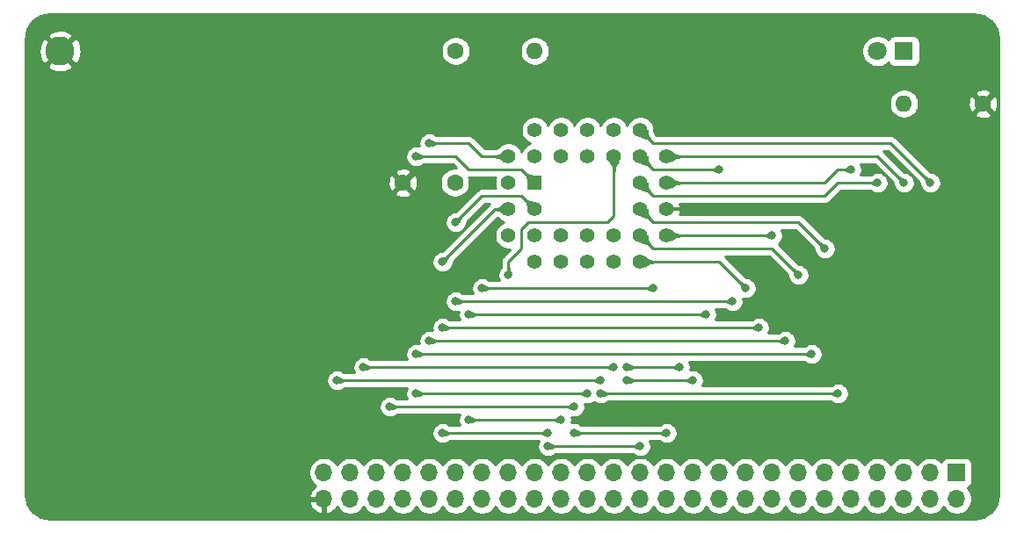
<source format=gbr>
%TF.GenerationSoftware,KiCad,Pcbnew,5.1.9*%
%TF.CreationDate,2020-12-27T17:53:17+01:00*%
%TF.ProjectId,ROM_29F040_PLCC_v1.0,524f4d5f-3239-4463-9034-305f504c4343,1.0*%
%TF.SameCoordinates,Original*%
%TF.FileFunction,Copper,L2,Bot*%
%TF.FilePolarity,Positive*%
%FSLAX46Y46*%
G04 Gerber Fmt 4.6, Leading zero omitted, Abs format (unit mm)*
G04 Created by KiCad (PCBNEW 5.1.9) date 2020-12-27 17:53:17*
%MOMM*%
%LPD*%
G01*
G04 APERTURE LIST*
%TA.AperFunction,ComponentPad*%
%ADD10C,1.422400*%
%TD*%
%TA.AperFunction,ComponentPad*%
%ADD11R,1.422400X1.422400*%
%TD*%
%TA.AperFunction,ComponentPad*%
%ADD12O,1.600000X1.600000*%
%TD*%
%TA.AperFunction,ComponentPad*%
%ADD13C,1.600000*%
%TD*%
%TA.AperFunction,ComponentPad*%
%ADD14C,2.800000*%
%TD*%
%TA.AperFunction,ComponentPad*%
%ADD15O,1.700000X1.700000*%
%TD*%
%TA.AperFunction,ComponentPad*%
%ADD16R,1.700000X1.700000*%
%TD*%
%TA.AperFunction,ComponentPad*%
%ADD17C,1.800000*%
%TD*%
%TA.AperFunction,ComponentPad*%
%ADD18R,1.800000X1.800000*%
%TD*%
%TA.AperFunction,ViaPad*%
%ADD19C,0.812800*%
%TD*%
%TA.AperFunction,Conductor*%
%ADD20C,0.304800*%
%TD*%
%TA.AperFunction,Conductor*%
%ADD21C,0.228600*%
%TD*%
%TA.AperFunction,Conductor*%
%ADD22C,0.254000*%
%TD*%
%TA.AperFunction,Conductor*%
%ADD23C,0.100000*%
%TD*%
%TA.AperFunction,Conductor*%
%ADD24C,0.025400*%
%TD*%
G04 APERTURE END LIST*
D10*
%TO.P,U1,29*%
%TO.N,/A14*%
X117475000Y-89535000D03*
%TO.P,U1,27*%
%TO.N,/A8*%
X120015000Y-89535000D03*
%TO.P,U1,25*%
%TO.N,/A11*%
X122555000Y-89535000D03*
%TO.P,U1,23*%
%TO.N,/A10*%
X125095000Y-89535000D03*
%TO.P,U1,28*%
%TO.N,/A13*%
X120015000Y-92075000D03*
%TO.P,U1,26*%
%TO.N,/A9*%
X122555000Y-92075000D03*
%TO.P,U1,24*%
%TO.N,/~OE*%
X125095000Y-92075000D03*
%TO.P,U1,22*%
%TO.N,/~ROMSEL*%
X127635000Y-92075000D03*
%TO.P,U1,20*%
%TO.N,/D6*%
X130175000Y-92075000D03*
%TO.P,U1,18*%
%TO.N,/D4*%
X130175000Y-94615000D03*
%TO.P,U1,16*%
%TO.N,GND*%
X130175000Y-97155000D03*
%TO.P,U1,14*%
%TO.N,/D1*%
X130175000Y-99695000D03*
%TO.P,U1,21*%
%TO.N,/D7*%
X127635000Y-89535000D03*
%TO.P,U1,19*%
%TO.N,/D5*%
X127635000Y-94615000D03*
%TO.P,U1,17*%
%TO.N,/D3*%
X127635000Y-97155000D03*
%TO.P,U1,15*%
%TO.N,/D2*%
X127635000Y-99695000D03*
%TO.P,U1,13*%
%TO.N,/D0*%
X127635000Y-102235000D03*
%TO.P,U1,11*%
%TO.N,/A1*%
X125095000Y-102235000D03*
%TO.P,U1,9*%
%TO.N,/A3*%
X122555000Y-102235000D03*
%TO.P,U1,7*%
%TO.N,/A5*%
X120015000Y-102235000D03*
%TO.P,U1,5*%
%TO.N,/A7*%
X117475000Y-102235000D03*
%TO.P,U1,12*%
%TO.N,/A0*%
X125095000Y-99695000D03*
%TO.P,U1,10*%
%TO.N,/A2*%
X122555000Y-99695000D03*
%TO.P,U1,8*%
%TO.N,/A4*%
X120015000Y-99695000D03*
%TO.P,U1,6*%
%TO.N,/A6*%
X117475000Y-99695000D03*
%TO.P,U1,30*%
%TO.N,/A17*%
X114935000Y-92075000D03*
%TO.P,U1,32*%
%TO.N,VCC*%
X114935000Y-94615000D03*
%TO.P,U1,4*%
%TO.N,/A12*%
X114935000Y-99695000D03*
%TO.P,U1,2*%
%TO.N,/A16*%
X114935000Y-97155000D03*
%TO.P,U1,31*%
%TO.N,/~ROM_WE*%
X117475000Y-92075000D03*
%TO.P,U1,3*%
%TO.N,/A15*%
X117475000Y-97155000D03*
D11*
%TO.P,U1,1*%
%TO.N,/A18*%
X117475000Y-94615000D03*
%TD*%
D12*
%TO.P,R2,2*%
%TO.N,/~ROM_WE*%
X117475000Y-81915000D03*
D13*
%TO.P,R2,1*%
%TO.N,VCC*%
X109855000Y-81915000D03*
%TD*%
%TO.P,C1,2*%
%TO.N,VCC*%
X109775000Y-94615000D03*
%TO.P,C1,1*%
%TO.N,GND*%
X104775000Y-94615000D03*
%TD*%
D14*
%TO.P,TP1,1*%
%TO.N,GND*%
X71755000Y-81915000D03*
%TD*%
D12*
%TO.P,R1,2*%
%TO.N,Net-(D1-Pad1)*%
X153035000Y-86995000D03*
D13*
%TO.P,R1,1*%
%TO.N,GND*%
X160655000Y-86995000D03*
%TD*%
D15*
%TO.P,J1,50*%
%TO.N,GND*%
X97155000Y-125095000D03*
%TO.P,J1,49*%
%TO.N,N/C*%
X97155000Y-122555000D03*
%TO.P,J1,48*%
%TO.N,/A0*%
X99695000Y-125095000D03*
%TO.P,J1,47*%
%TO.N,N/C*%
X99695000Y-122555000D03*
%TO.P,J1,46*%
%TO.N,/A1*%
X102235000Y-125095000D03*
%TO.P,J1,45*%
%TO.N,N/C*%
X102235000Y-122555000D03*
%TO.P,J1,44*%
%TO.N,/A2*%
X104775000Y-125095000D03*
%TO.P,J1,43*%
%TO.N,N/C*%
X104775000Y-122555000D03*
%TO.P,J1,42*%
%TO.N,/A3*%
X107315000Y-125095000D03*
%TO.P,J1,41*%
%TO.N,N/C*%
X107315000Y-122555000D03*
%TO.P,J1,40*%
%TO.N,/A4*%
X109855000Y-125095000D03*
%TO.P,J1,39*%
%TO.N,N/C*%
X109855000Y-122555000D03*
%TO.P,J1,38*%
%TO.N,/A5*%
X112395000Y-125095000D03*
%TO.P,J1,37*%
%TO.N,N/C*%
X112395000Y-122555000D03*
%TO.P,J1,36*%
%TO.N,/A6*%
X114935000Y-125095000D03*
%TO.P,J1,35*%
%TO.N,/~OE*%
X114935000Y-122555000D03*
%TO.P,J1,34*%
%TO.N,/A7*%
X117475000Y-125095000D03*
%TO.P,J1,33*%
%TO.N,N/C*%
X117475000Y-122555000D03*
%TO.P,J1,32*%
%TO.N,/A8*%
X120015000Y-125095000D03*
%TO.P,J1,31*%
%TO.N,N/C*%
X120015000Y-122555000D03*
%TO.P,J1,30*%
%TO.N,/A9*%
X122555000Y-125095000D03*
%TO.P,J1,29*%
%TO.N,N/C*%
X122555000Y-122555000D03*
%TO.P,J1,28*%
%TO.N,/A10*%
X125095000Y-125095000D03*
%TO.P,J1,27*%
%TO.N,N/C*%
X125095000Y-122555000D03*
%TO.P,J1,26*%
%TO.N,/A11*%
X127635000Y-125095000D03*
%TO.P,J1,25*%
%TO.N,N/C*%
X127635000Y-122555000D03*
%TO.P,J1,24*%
%TO.N,/A12*%
X130175000Y-125095000D03*
%TO.P,J1,23*%
%TO.N,N/C*%
X130175000Y-122555000D03*
%TO.P,J1,22*%
%TO.N,/A13*%
X132715000Y-125095000D03*
%TO.P,J1,21*%
%TO.N,N/C*%
X132715000Y-122555000D03*
%TO.P,J1,20*%
%TO.N,/A14*%
X135255000Y-125095000D03*
%TO.P,J1,19*%
%TO.N,/~ROMSEL*%
X135255000Y-122555000D03*
%TO.P,J1,18*%
%TO.N,/A15*%
X137795000Y-125095000D03*
%TO.P,J1,17*%
%TO.N,/D0*%
X137795000Y-122555000D03*
%TO.P,J1,16*%
%TO.N,/A16*%
X140335000Y-125095000D03*
%TO.P,J1,15*%
%TO.N,/D1*%
X140335000Y-122555000D03*
%TO.P,J1,14*%
%TO.N,/A17*%
X142875000Y-125095000D03*
%TO.P,J1,13*%
%TO.N,/D2*%
X142875000Y-122555000D03*
%TO.P,J1,12*%
%TO.N,/A18*%
X145415000Y-125095000D03*
%TO.P,J1,11*%
%TO.N,/D3*%
X145415000Y-122555000D03*
%TO.P,J1,10*%
%TO.N,N/C*%
X147955000Y-125095000D03*
%TO.P,J1,9*%
%TO.N,/D4*%
X147955000Y-122555000D03*
%TO.P,J1,8*%
%TO.N,N/C*%
X150495000Y-125095000D03*
%TO.P,J1,7*%
%TO.N,/D5*%
X150495000Y-122555000D03*
%TO.P,J1,6*%
%TO.N,N/C*%
X153035000Y-125095000D03*
%TO.P,J1,5*%
%TO.N,/D6*%
X153035000Y-122555000D03*
%TO.P,J1,4*%
%TO.N,N/C*%
X155575000Y-125095000D03*
%TO.P,J1,3*%
%TO.N,/D7*%
X155575000Y-122555000D03*
%TO.P,J1,2*%
%TO.N,N/C*%
X158115000Y-125095000D03*
D16*
%TO.P,J1,1*%
%TO.N,VCC*%
X158115000Y-122555000D03*
%TD*%
D17*
%TO.P,D1,2*%
%TO.N,VCC*%
X150495000Y-81915000D03*
D18*
%TO.P,D1,1*%
%TO.N,Net-(D1-Pad1)*%
X153035000Y-81915000D03*
%TD*%
D19*
%TO.N,/A0*%
X123825000Y-113665000D03*
X98425000Y-113665000D03*
%TO.N,/A1*%
X100965000Y-112395000D03*
X125095000Y-112395000D03*
%TO.N,/A2*%
X121285000Y-116205000D03*
X103505000Y-116205000D03*
%TO.N,/A3*%
X106045000Y-114935000D03*
X122555000Y-114935000D03*
%TO.N,/A4*%
X118745000Y-118745000D03*
X108585000Y-118745000D03*
%TO.N,/A5*%
X111125000Y-117475000D03*
X120015000Y-117475000D03*
%TO.N,/~OE*%
X114935000Y-103505000D03*
%TO.N,/A8*%
X118745000Y-120015000D03*
X127635000Y-120015000D03*
%TO.N,/A9*%
X130175000Y-118745000D03*
X121285000Y-118745000D03*
%TO.N,/A10*%
X146685000Y-114935000D03*
X123825000Y-114935000D03*
%TO.N,/A11*%
X132715000Y-113665000D03*
X126365000Y-113665000D03*
%TO.N,/A12*%
X112395000Y-104775000D03*
X128905000Y-104775000D03*
%TO.N,/A13*%
X126365000Y-112395000D03*
X131445000Y-112395000D03*
%TO.N,/A14*%
X133985000Y-107315000D03*
X111125000Y-107315000D03*
%TO.N,/~ROMSEL*%
X135255000Y-93345000D03*
%TO.N,/A15*%
X136525000Y-106045000D03*
X109855000Y-98425000D03*
X109855000Y-106045000D03*
%TO.N,/D0*%
X137795000Y-104775000D03*
%TO.N,/A16*%
X139065000Y-108585000D03*
X108585000Y-108585000D03*
X108585000Y-102235000D03*
%TO.N,/D1*%
X140335000Y-99695000D03*
%TO.N,/A17*%
X141605000Y-109855000D03*
X107315000Y-90805000D03*
X107315000Y-109855000D03*
%TO.N,/D2*%
X142875000Y-103505000D03*
%TO.N,/A18*%
X144145000Y-111125000D03*
X106045000Y-111125000D03*
X106045000Y-92075000D03*
%TO.N,/D3*%
X145415000Y-100965000D03*
%TO.N,/D4*%
X147955000Y-93345000D03*
%TO.N,/D5*%
X150495000Y-94615000D03*
%TO.N,/D6*%
X153035000Y-94615000D03*
%TO.N,/D7*%
X155575000Y-94615000D03*
%TD*%
D20*
%TO.N,GND*%
X130175000Y-97155000D02*
X160655000Y-97155000D01*
D21*
%TO.N,/A0*%
X98425000Y-113665000D02*
X123825000Y-113665000D01*
%TO.N,/A1*%
X100965000Y-112395000D02*
X125095000Y-112395000D01*
%TO.N,/A2*%
X103505000Y-116205000D02*
X121285000Y-116205000D01*
%TO.N,/A3*%
X122555000Y-114935000D02*
X106045000Y-114935000D01*
%TO.N,/A4*%
X118745000Y-118745000D02*
X108585000Y-118745000D01*
%TO.N,/A5*%
X120015000Y-117475000D02*
X111125000Y-117475000D01*
%TO.N,/~OE*%
X114935000Y-103505000D02*
X114935000Y-102235000D01*
X114935000Y-102235000D02*
X116205000Y-100965000D01*
X116205000Y-100965000D02*
X116205000Y-99060000D01*
X116205000Y-99060000D02*
X116840000Y-98425000D01*
X116840000Y-98425000D02*
X124460000Y-98425000D01*
X125095000Y-97790000D02*
X125095000Y-92075000D01*
X124460000Y-98425000D02*
X125095000Y-97790000D01*
%TO.N,/A8*%
X118745000Y-120015000D02*
X127635000Y-120015000D01*
%TO.N,/A9*%
X130175000Y-118745000D02*
X121285000Y-118745000D01*
%TO.N,/A10*%
X146685000Y-114935000D02*
X123825000Y-114935000D01*
%TO.N,/A11*%
X132715000Y-113665000D02*
X126365000Y-113665000D01*
%TO.N,/A12*%
X112395000Y-104775000D02*
X128905000Y-104775000D01*
%TO.N,/A13*%
X126365000Y-112395000D02*
X131445000Y-112395000D01*
%TO.N,/A14*%
X133985000Y-107315000D02*
X116840000Y-107315000D01*
X111125000Y-107315000D02*
X116840000Y-107315000D01*
%TO.N,/~ROMSEL*%
X127635000Y-92075000D02*
X128905000Y-93345000D01*
X128905000Y-93345000D02*
X132715000Y-93345000D01*
X132715000Y-93345000D02*
X135255000Y-93345000D01*
%TO.N,/A15*%
X136525000Y-106045000D02*
X120015000Y-106045000D01*
X117475000Y-97155000D02*
X116205000Y-95885000D01*
X116205000Y-95885000D02*
X112395000Y-95885000D01*
X112395000Y-95885000D02*
X109855000Y-98425000D01*
X109855000Y-106045000D02*
X120015000Y-106045000D01*
%TO.N,/D0*%
X132715000Y-102235000D02*
X127635000Y-102235000D01*
X135255000Y-102235000D02*
X137795000Y-104775000D01*
X133985000Y-102235000D02*
X135255000Y-102235000D01*
X133985000Y-102235000D02*
X132715000Y-102235000D01*
%TO.N,/A16*%
X139065000Y-108585000D02*
X112395000Y-108585000D01*
X112395000Y-108585000D02*
X108585000Y-108585000D01*
X113665000Y-97155000D02*
X114935000Y-97155000D01*
X108585000Y-102235000D02*
X113665000Y-97155000D01*
%TO.N,/D1*%
X130175000Y-99695000D02*
X132715000Y-99695000D01*
X140335000Y-99695000D02*
X130175000Y-99695000D01*
%TO.N,/A17*%
X114935000Y-92075000D02*
X112395000Y-92075000D01*
X141605000Y-109855000D02*
X112395000Y-109855000D01*
X112395000Y-92075000D02*
X111125000Y-90805000D01*
X111125000Y-90805000D02*
X107315000Y-90805000D01*
X107315000Y-109855000D02*
X112395000Y-109855000D01*
%TO.N,/D2*%
X127635000Y-99695000D02*
X128905000Y-100965000D01*
X128905000Y-100965000D02*
X131445000Y-100965000D01*
X140335000Y-100965000D02*
X141605000Y-102235000D01*
X140335000Y-100965000D02*
X131445000Y-100965000D01*
X141605000Y-102235000D02*
X142875000Y-103505000D01*
%TO.N,/A18*%
X112395000Y-111125000D02*
X144145000Y-111125000D01*
X106045000Y-111125000D02*
X112395000Y-111125000D01*
X116205000Y-93345000D02*
X117475000Y-94615000D01*
X111125000Y-93345000D02*
X116205000Y-93345000D01*
X109855000Y-92075000D02*
X111125000Y-93345000D01*
X106045000Y-92075000D02*
X109855000Y-92075000D01*
%TO.N,/D3*%
X127635000Y-97155000D02*
X128905000Y-98425000D01*
X128905000Y-98425000D02*
X132715000Y-98425000D01*
X142875000Y-98425000D02*
X144145000Y-99695000D01*
X132715000Y-98425000D02*
X142875000Y-98425000D01*
X144145000Y-99695000D02*
X145415000Y-100965000D01*
%TO.N,/D4*%
X132715000Y-94615000D02*
X130175000Y-94615000D01*
X144145000Y-94615000D02*
X145415000Y-94615000D01*
X144145000Y-94615000D02*
X132715000Y-94615000D01*
X146685000Y-93345000D02*
X147955000Y-93345000D01*
X145415000Y-94615000D02*
X146685000Y-93345000D01*
%TO.N,/D5*%
X127635000Y-94615000D02*
X128905000Y-95885000D01*
X128905000Y-95885000D02*
X132715000Y-95885000D01*
X145415000Y-95885000D02*
X146685000Y-94615000D01*
X132715000Y-95885000D02*
X145415000Y-95885000D01*
X146685000Y-94615000D02*
X150495000Y-94615000D01*
%TO.N,/D6*%
X130175000Y-92075000D02*
X132715000Y-92075000D01*
X150495000Y-92075000D02*
X151765000Y-93345000D01*
X132715000Y-92075000D02*
X150495000Y-92075000D01*
X151765000Y-93345000D02*
X153035000Y-94615000D01*
%TO.N,/D7*%
X128905000Y-90805000D02*
X127635000Y-89535000D01*
X150495000Y-90805000D02*
X151765000Y-90805000D01*
X150495000Y-90805000D02*
X128905000Y-90805000D01*
X151765000Y-90805000D02*
X154305000Y-93345000D01*
X154305000Y-93345000D02*
X155575000Y-94615000D01*
%TD*%
D22*
%TO.N,GND*%
X160228893Y-78402670D02*
X160665498Y-78534489D01*
X161068185Y-78748600D01*
X161421612Y-79036848D01*
X161712327Y-79388261D01*
X161929242Y-79789439D01*
X162064106Y-80225113D01*
X162115000Y-80709344D01*
X162115001Y-124662711D01*
X162067330Y-125148894D01*
X161935512Y-125585497D01*
X161721399Y-125988186D01*
X161433150Y-126341613D01*
X161081739Y-126632327D01*
X160680564Y-126849240D01*
X160244886Y-126984106D01*
X159760664Y-127035000D01*
X70807279Y-127035000D01*
X70321106Y-126987330D01*
X69884503Y-126855512D01*
X69481814Y-126641399D01*
X69128387Y-126353150D01*
X68837673Y-126001739D01*
X68620760Y-125600564D01*
X68574738Y-125451891D01*
X95713519Y-125451891D01*
X95810843Y-125726252D01*
X95959822Y-125976355D01*
X96154731Y-126192588D01*
X96388080Y-126366641D01*
X96650901Y-126491825D01*
X96798110Y-126536476D01*
X97028000Y-126415155D01*
X97028000Y-125222000D01*
X95834186Y-125222000D01*
X95713519Y-125451891D01*
X68574738Y-125451891D01*
X68485894Y-125164886D01*
X68435000Y-124680664D01*
X68435000Y-122408740D01*
X95670000Y-122408740D01*
X95670000Y-122701260D01*
X95727068Y-122988158D01*
X95839010Y-123258411D01*
X96001525Y-123501632D01*
X96208368Y-123708475D01*
X96384406Y-123826100D01*
X96154731Y-123997412D01*
X95959822Y-124213645D01*
X95810843Y-124463748D01*
X95713519Y-124738109D01*
X95834186Y-124968000D01*
X97028000Y-124968000D01*
X97028000Y-124948000D01*
X97282000Y-124948000D01*
X97282000Y-124968000D01*
X97302000Y-124968000D01*
X97302000Y-125222000D01*
X97282000Y-125222000D01*
X97282000Y-126415155D01*
X97511890Y-126536476D01*
X97659099Y-126491825D01*
X97921920Y-126366641D01*
X98155269Y-126192588D01*
X98350178Y-125976355D01*
X98419805Y-125859466D01*
X98541525Y-126041632D01*
X98748368Y-126248475D01*
X98991589Y-126410990D01*
X99261842Y-126522932D01*
X99548740Y-126580000D01*
X99841260Y-126580000D01*
X100128158Y-126522932D01*
X100398411Y-126410990D01*
X100641632Y-126248475D01*
X100848475Y-126041632D01*
X100965000Y-125867240D01*
X101081525Y-126041632D01*
X101288368Y-126248475D01*
X101531589Y-126410990D01*
X101801842Y-126522932D01*
X102088740Y-126580000D01*
X102381260Y-126580000D01*
X102668158Y-126522932D01*
X102938411Y-126410990D01*
X103181632Y-126248475D01*
X103388475Y-126041632D01*
X103505000Y-125867240D01*
X103621525Y-126041632D01*
X103828368Y-126248475D01*
X104071589Y-126410990D01*
X104341842Y-126522932D01*
X104628740Y-126580000D01*
X104921260Y-126580000D01*
X105208158Y-126522932D01*
X105478411Y-126410990D01*
X105721632Y-126248475D01*
X105928475Y-126041632D01*
X106045000Y-125867240D01*
X106161525Y-126041632D01*
X106368368Y-126248475D01*
X106611589Y-126410990D01*
X106881842Y-126522932D01*
X107168740Y-126580000D01*
X107461260Y-126580000D01*
X107748158Y-126522932D01*
X108018411Y-126410990D01*
X108261632Y-126248475D01*
X108468475Y-126041632D01*
X108585000Y-125867240D01*
X108701525Y-126041632D01*
X108908368Y-126248475D01*
X109151589Y-126410990D01*
X109421842Y-126522932D01*
X109708740Y-126580000D01*
X110001260Y-126580000D01*
X110288158Y-126522932D01*
X110558411Y-126410990D01*
X110801632Y-126248475D01*
X111008475Y-126041632D01*
X111125000Y-125867240D01*
X111241525Y-126041632D01*
X111448368Y-126248475D01*
X111691589Y-126410990D01*
X111961842Y-126522932D01*
X112248740Y-126580000D01*
X112541260Y-126580000D01*
X112828158Y-126522932D01*
X113098411Y-126410990D01*
X113341632Y-126248475D01*
X113548475Y-126041632D01*
X113665000Y-125867240D01*
X113781525Y-126041632D01*
X113988368Y-126248475D01*
X114231589Y-126410990D01*
X114501842Y-126522932D01*
X114788740Y-126580000D01*
X115081260Y-126580000D01*
X115368158Y-126522932D01*
X115638411Y-126410990D01*
X115881632Y-126248475D01*
X116088475Y-126041632D01*
X116205000Y-125867240D01*
X116321525Y-126041632D01*
X116528368Y-126248475D01*
X116771589Y-126410990D01*
X117041842Y-126522932D01*
X117328740Y-126580000D01*
X117621260Y-126580000D01*
X117908158Y-126522932D01*
X118178411Y-126410990D01*
X118421632Y-126248475D01*
X118628475Y-126041632D01*
X118745000Y-125867240D01*
X118861525Y-126041632D01*
X119068368Y-126248475D01*
X119311589Y-126410990D01*
X119581842Y-126522932D01*
X119868740Y-126580000D01*
X120161260Y-126580000D01*
X120448158Y-126522932D01*
X120718411Y-126410990D01*
X120961632Y-126248475D01*
X121168475Y-126041632D01*
X121285000Y-125867240D01*
X121401525Y-126041632D01*
X121608368Y-126248475D01*
X121851589Y-126410990D01*
X122121842Y-126522932D01*
X122408740Y-126580000D01*
X122701260Y-126580000D01*
X122988158Y-126522932D01*
X123258411Y-126410990D01*
X123501632Y-126248475D01*
X123708475Y-126041632D01*
X123825000Y-125867240D01*
X123941525Y-126041632D01*
X124148368Y-126248475D01*
X124391589Y-126410990D01*
X124661842Y-126522932D01*
X124948740Y-126580000D01*
X125241260Y-126580000D01*
X125528158Y-126522932D01*
X125798411Y-126410990D01*
X126041632Y-126248475D01*
X126248475Y-126041632D01*
X126365000Y-125867240D01*
X126481525Y-126041632D01*
X126688368Y-126248475D01*
X126931589Y-126410990D01*
X127201842Y-126522932D01*
X127488740Y-126580000D01*
X127781260Y-126580000D01*
X128068158Y-126522932D01*
X128338411Y-126410990D01*
X128581632Y-126248475D01*
X128788475Y-126041632D01*
X128905000Y-125867240D01*
X129021525Y-126041632D01*
X129228368Y-126248475D01*
X129471589Y-126410990D01*
X129741842Y-126522932D01*
X130028740Y-126580000D01*
X130321260Y-126580000D01*
X130608158Y-126522932D01*
X130878411Y-126410990D01*
X131121632Y-126248475D01*
X131328475Y-126041632D01*
X131445000Y-125867240D01*
X131561525Y-126041632D01*
X131768368Y-126248475D01*
X132011589Y-126410990D01*
X132281842Y-126522932D01*
X132568740Y-126580000D01*
X132861260Y-126580000D01*
X133148158Y-126522932D01*
X133418411Y-126410990D01*
X133661632Y-126248475D01*
X133868475Y-126041632D01*
X133985000Y-125867240D01*
X134101525Y-126041632D01*
X134308368Y-126248475D01*
X134551589Y-126410990D01*
X134821842Y-126522932D01*
X135108740Y-126580000D01*
X135401260Y-126580000D01*
X135688158Y-126522932D01*
X135958411Y-126410990D01*
X136201632Y-126248475D01*
X136408475Y-126041632D01*
X136525000Y-125867240D01*
X136641525Y-126041632D01*
X136848368Y-126248475D01*
X137091589Y-126410990D01*
X137361842Y-126522932D01*
X137648740Y-126580000D01*
X137941260Y-126580000D01*
X138228158Y-126522932D01*
X138498411Y-126410990D01*
X138741632Y-126248475D01*
X138948475Y-126041632D01*
X139065000Y-125867240D01*
X139181525Y-126041632D01*
X139388368Y-126248475D01*
X139631589Y-126410990D01*
X139901842Y-126522932D01*
X140188740Y-126580000D01*
X140481260Y-126580000D01*
X140768158Y-126522932D01*
X141038411Y-126410990D01*
X141281632Y-126248475D01*
X141488475Y-126041632D01*
X141605000Y-125867240D01*
X141721525Y-126041632D01*
X141928368Y-126248475D01*
X142171589Y-126410990D01*
X142441842Y-126522932D01*
X142728740Y-126580000D01*
X143021260Y-126580000D01*
X143308158Y-126522932D01*
X143578411Y-126410990D01*
X143821632Y-126248475D01*
X144028475Y-126041632D01*
X144145000Y-125867240D01*
X144261525Y-126041632D01*
X144468368Y-126248475D01*
X144711589Y-126410990D01*
X144981842Y-126522932D01*
X145268740Y-126580000D01*
X145561260Y-126580000D01*
X145848158Y-126522932D01*
X146118411Y-126410990D01*
X146361632Y-126248475D01*
X146568475Y-126041632D01*
X146685000Y-125867240D01*
X146801525Y-126041632D01*
X147008368Y-126248475D01*
X147251589Y-126410990D01*
X147521842Y-126522932D01*
X147808740Y-126580000D01*
X148101260Y-126580000D01*
X148388158Y-126522932D01*
X148658411Y-126410990D01*
X148901632Y-126248475D01*
X149108475Y-126041632D01*
X149225000Y-125867240D01*
X149341525Y-126041632D01*
X149548368Y-126248475D01*
X149791589Y-126410990D01*
X150061842Y-126522932D01*
X150348740Y-126580000D01*
X150641260Y-126580000D01*
X150928158Y-126522932D01*
X151198411Y-126410990D01*
X151441632Y-126248475D01*
X151648475Y-126041632D01*
X151765000Y-125867240D01*
X151881525Y-126041632D01*
X152088368Y-126248475D01*
X152331589Y-126410990D01*
X152601842Y-126522932D01*
X152888740Y-126580000D01*
X153181260Y-126580000D01*
X153468158Y-126522932D01*
X153738411Y-126410990D01*
X153981632Y-126248475D01*
X154188475Y-126041632D01*
X154305000Y-125867240D01*
X154421525Y-126041632D01*
X154628368Y-126248475D01*
X154871589Y-126410990D01*
X155141842Y-126522932D01*
X155428740Y-126580000D01*
X155721260Y-126580000D01*
X156008158Y-126522932D01*
X156278411Y-126410990D01*
X156521632Y-126248475D01*
X156728475Y-126041632D01*
X156845000Y-125867240D01*
X156961525Y-126041632D01*
X157168368Y-126248475D01*
X157411589Y-126410990D01*
X157681842Y-126522932D01*
X157968740Y-126580000D01*
X158261260Y-126580000D01*
X158548158Y-126522932D01*
X158818411Y-126410990D01*
X159061632Y-126248475D01*
X159268475Y-126041632D01*
X159430990Y-125798411D01*
X159542932Y-125528158D01*
X159600000Y-125241260D01*
X159600000Y-124948740D01*
X159542932Y-124661842D01*
X159430990Y-124391589D01*
X159268475Y-124148368D01*
X159136620Y-124016513D01*
X159209180Y-123994502D01*
X159319494Y-123935537D01*
X159416185Y-123856185D01*
X159495537Y-123759494D01*
X159554502Y-123649180D01*
X159590812Y-123529482D01*
X159603072Y-123405000D01*
X159603072Y-121705000D01*
X159590812Y-121580518D01*
X159554502Y-121460820D01*
X159495537Y-121350506D01*
X159416185Y-121253815D01*
X159319494Y-121174463D01*
X159209180Y-121115498D01*
X159089482Y-121079188D01*
X158965000Y-121066928D01*
X157265000Y-121066928D01*
X157140518Y-121079188D01*
X157020820Y-121115498D01*
X156910506Y-121174463D01*
X156813815Y-121253815D01*
X156734463Y-121350506D01*
X156675498Y-121460820D01*
X156653487Y-121533380D01*
X156521632Y-121401525D01*
X156278411Y-121239010D01*
X156008158Y-121127068D01*
X155721260Y-121070000D01*
X155428740Y-121070000D01*
X155141842Y-121127068D01*
X154871589Y-121239010D01*
X154628368Y-121401525D01*
X154421525Y-121608368D01*
X154305000Y-121782760D01*
X154188475Y-121608368D01*
X153981632Y-121401525D01*
X153738411Y-121239010D01*
X153468158Y-121127068D01*
X153181260Y-121070000D01*
X152888740Y-121070000D01*
X152601842Y-121127068D01*
X152331589Y-121239010D01*
X152088368Y-121401525D01*
X151881525Y-121608368D01*
X151765000Y-121782760D01*
X151648475Y-121608368D01*
X151441632Y-121401525D01*
X151198411Y-121239010D01*
X150928158Y-121127068D01*
X150641260Y-121070000D01*
X150348740Y-121070000D01*
X150061842Y-121127068D01*
X149791589Y-121239010D01*
X149548368Y-121401525D01*
X149341525Y-121608368D01*
X149225000Y-121782760D01*
X149108475Y-121608368D01*
X148901632Y-121401525D01*
X148658411Y-121239010D01*
X148388158Y-121127068D01*
X148101260Y-121070000D01*
X147808740Y-121070000D01*
X147521842Y-121127068D01*
X147251589Y-121239010D01*
X147008368Y-121401525D01*
X146801525Y-121608368D01*
X146685000Y-121782760D01*
X146568475Y-121608368D01*
X146361632Y-121401525D01*
X146118411Y-121239010D01*
X145848158Y-121127068D01*
X145561260Y-121070000D01*
X145268740Y-121070000D01*
X144981842Y-121127068D01*
X144711589Y-121239010D01*
X144468368Y-121401525D01*
X144261525Y-121608368D01*
X144145000Y-121782760D01*
X144028475Y-121608368D01*
X143821632Y-121401525D01*
X143578411Y-121239010D01*
X143308158Y-121127068D01*
X143021260Y-121070000D01*
X142728740Y-121070000D01*
X142441842Y-121127068D01*
X142171589Y-121239010D01*
X141928368Y-121401525D01*
X141721525Y-121608368D01*
X141605000Y-121782760D01*
X141488475Y-121608368D01*
X141281632Y-121401525D01*
X141038411Y-121239010D01*
X140768158Y-121127068D01*
X140481260Y-121070000D01*
X140188740Y-121070000D01*
X139901842Y-121127068D01*
X139631589Y-121239010D01*
X139388368Y-121401525D01*
X139181525Y-121608368D01*
X139065000Y-121782760D01*
X138948475Y-121608368D01*
X138741632Y-121401525D01*
X138498411Y-121239010D01*
X138228158Y-121127068D01*
X137941260Y-121070000D01*
X137648740Y-121070000D01*
X137361842Y-121127068D01*
X137091589Y-121239010D01*
X136848368Y-121401525D01*
X136641525Y-121608368D01*
X136525000Y-121782760D01*
X136408475Y-121608368D01*
X136201632Y-121401525D01*
X135958411Y-121239010D01*
X135688158Y-121127068D01*
X135401260Y-121070000D01*
X135108740Y-121070000D01*
X134821842Y-121127068D01*
X134551589Y-121239010D01*
X134308368Y-121401525D01*
X134101525Y-121608368D01*
X133985000Y-121782760D01*
X133868475Y-121608368D01*
X133661632Y-121401525D01*
X133418411Y-121239010D01*
X133148158Y-121127068D01*
X132861260Y-121070000D01*
X132568740Y-121070000D01*
X132281842Y-121127068D01*
X132011589Y-121239010D01*
X131768368Y-121401525D01*
X131561525Y-121608368D01*
X131445000Y-121782760D01*
X131328475Y-121608368D01*
X131121632Y-121401525D01*
X130878411Y-121239010D01*
X130608158Y-121127068D01*
X130321260Y-121070000D01*
X130028740Y-121070000D01*
X129741842Y-121127068D01*
X129471589Y-121239010D01*
X129228368Y-121401525D01*
X129021525Y-121608368D01*
X128905000Y-121782760D01*
X128788475Y-121608368D01*
X128581632Y-121401525D01*
X128338411Y-121239010D01*
X128068158Y-121127068D01*
X127781260Y-121070000D01*
X127488740Y-121070000D01*
X127201842Y-121127068D01*
X126931589Y-121239010D01*
X126688368Y-121401525D01*
X126481525Y-121608368D01*
X126365000Y-121782760D01*
X126248475Y-121608368D01*
X126041632Y-121401525D01*
X125798411Y-121239010D01*
X125528158Y-121127068D01*
X125241260Y-121070000D01*
X124948740Y-121070000D01*
X124661842Y-121127068D01*
X124391589Y-121239010D01*
X124148368Y-121401525D01*
X123941525Y-121608368D01*
X123825000Y-121782760D01*
X123708475Y-121608368D01*
X123501632Y-121401525D01*
X123258411Y-121239010D01*
X122988158Y-121127068D01*
X122701260Y-121070000D01*
X122408740Y-121070000D01*
X122121842Y-121127068D01*
X121851589Y-121239010D01*
X121608368Y-121401525D01*
X121401525Y-121608368D01*
X121285000Y-121782760D01*
X121168475Y-121608368D01*
X120961632Y-121401525D01*
X120718411Y-121239010D01*
X120448158Y-121127068D01*
X120161260Y-121070000D01*
X119868740Y-121070000D01*
X119581842Y-121127068D01*
X119311589Y-121239010D01*
X119068368Y-121401525D01*
X118861525Y-121608368D01*
X118745000Y-121782760D01*
X118628475Y-121608368D01*
X118421632Y-121401525D01*
X118178411Y-121239010D01*
X117908158Y-121127068D01*
X117621260Y-121070000D01*
X117328740Y-121070000D01*
X117041842Y-121127068D01*
X116771589Y-121239010D01*
X116528368Y-121401525D01*
X116321525Y-121608368D01*
X116205000Y-121782760D01*
X116088475Y-121608368D01*
X115881632Y-121401525D01*
X115638411Y-121239010D01*
X115368158Y-121127068D01*
X115081260Y-121070000D01*
X114788740Y-121070000D01*
X114501842Y-121127068D01*
X114231589Y-121239010D01*
X113988368Y-121401525D01*
X113781525Y-121608368D01*
X113665000Y-121782760D01*
X113548475Y-121608368D01*
X113341632Y-121401525D01*
X113098411Y-121239010D01*
X112828158Y-121127068D01*
X112541260Y-121070000D01*
X112248740Y-121070000D01*
X111961842Y-121127068D01*
X111691589Y-121239010D01*
X111448368Y-121401525D01*
X111241525Y-121608368D01*
X111125000Y-121782760D01*
X111008475Y-121608368D01*
X110801632Y-121401525D01*
X110558411Y-121239010D01*
X110288158Y-121127068D01*
X110001260Y-121070000D01*
X109708740Y-121070000D01*
X109421842Y-121127068D01*
X109151589Y-121239010D01*
X108908368Y-121401525D01*
X108701525Y-121608368D01*
X108585000Y-121782760D01*
X108468475Y-121608368D01*
X108261632Y-121401525D01*
X108018411Y-121239010D01*
X107748158Y-121127068D01*
X107461260Y-121070000D01*
X107168740Y-121070000D01*
X106881842Y-121127068D01*
X106611589Y-121239010D01*
X106368368Y-121401525D01*
X106161525Y-121608368D01*
X106045000Y-121782760D01*
X105928475Y-121608368D01*
X105721632Y-121401525D01*
X105478411Y-121239010D01*
X105208158Y-121127068D01*
X104921260Y-121070000D01*
X104628740Y-121070000D01*
X104341842Y-121127068D01*
X104071589Y-121239010D01*
X103828368Y-121401525D01*
X103621525Y-121608368D01*
X103505000Y-121782760D01*
X103388475Y-121608368D01*
X103181632Y-121401525D01*
X102938411Y-121239010D01*
X102668158Y-121127068D01*
X102381260Y-121070000D01*
X102088740Y-121070000D01*
X101801842Y-121127068D01*
X101531589Y-121239010D01*
X101288368Y-121401525D01*
X101081525Y-121608368D01*
X100965000Y-121782760D01*
X100848475Y-121608368D01*
X100641632Y-121401525D01*
X100398411Y-121239010D01*
X100128158Y-121127068D01*
X99841260Y-121070000D01*
X99548740Y-121070000D01*
X99261842Y-121127068D01*
X98991589Y-121239010D01*
X98748368Y-121401525D01*
X98541525Y-121608368D01*
X98425000Y-121782760D01*
X98308475Y-121608368D01*
X98101632Y-121401525D01*
X97858411Y-121239010D01*
X97588158Y-121127068D01*
X97301260Y-121070000D01*
X97008740Y-121070000D01*
X96721842Y-121127068D01*
X96451589Y-121239010D01*
X96208368Y-121401525D01*
X96001525Y-121608368D01*
X95839010Y-121851589D01*
X95727068Y-122121842D01*
X95670000Y-122408740D01*
X68435000Y-122408740D01*
X68435000Y-113562431D01*
X97383600Y-113562431D01*
X97383600Y-113767569D01*
X97423620Y-113968765D01*
X97502123Y-114158288D01*
X97616092Y-114328854D01*
X97761146Y-114473908D01*
X97931712Y-114587877D01*
X98121235Y-114666380D01*
X98322431Y-114706400D01*
X98527569Y-114706400D01*
X98728765Y-114666380D01*
X98918288Y-114587877D01*
X99088854Y-114473908D01*
X99148462Y-114414300D01*
X105140439Y-114414300D01*
X105122123Y-114441712D01*
X105043620Y-114631235D01*
X105003600Y-114832431D01*
X105003600Y-115037569D01*
X105043620Y-115238765D01*
X105122123Y-115428288D01*
X105140439Y-115455700D01*
X104228462Y-115455700D01*
X104168854Y-115396092D01*
X103998288Y-115282123D01*
X103808765Y-115203620D01*
X103607569Y-115163600D01*
X103402431Y-115163600D01*
X103201235Y-115203620D01*
X103011712Y-115282123D01*
X102841146Y-115396092D01*
X102696092Y-115541146D01*
X102582123Y-115711712D01*
X102503620Y-115901235D01*
X102463600Y-116102431D01*
X102463600Y-116307569D01*
X102503620Y-116508765D01*
X102582123Y-116698288D01*
X102696092Y-116868854D01*
X102841146Y-117013908D01*
X103011712Y-117127877D01*
X103201235Y-117206380D01*
X103402431Y-117246400D01*
X103607569Y-117246400D01*
X103808765Y-117206380D01*
X103998288Y-117127877D01*
X104168854Y-117013908D01*
X104228462Y-116954300D01*
X110220439Y-116954300D01*
X110202123Y-116981712D01*
X110123620Y-117171235D01*
X110083600Y-117372431D01*
X110083600Y-117577569D01*
X110123620Y-117778765D01*
X110202123Y-117968288D01*
X110220439Y-117995700D01*
X109308462Y-117995700D01*
X109248854Y-117936092D01*
X109078288Y-117822123D01*
X108888765Y-117743620D01*
X108687569Y-117703600D01*
X108482431Y-117703600D01*
X108281235Y-117743620D01*
X108091712Y-117822123D01*
X107921146Y-117936092D01*
X107776092Y-118081146D01*
X107662123Y-118251712D01*
X107583620Y-118441235D01*
X107543600Y-118642431D01*
X107543600Y-118847569D01*
X107583620Y-119048765D01*
X107662123Y-119238288D01*
X107776092Y-119408854D01*
X107921146Y-119553908D01*
X108091712Y-119667877D01*
X108281235Y-119746380D01*
X108482431Y-119786400D01*
X108687569Y-119786400D01*
X108888765Y-119746380D01*
X109078288Y-119667877D01*
X109248854Y-119553908D01*
X109308462Y-119494300D01*
X117840439Y-119494300D01*
X117822123Y-119521712D01*
X117743620Y-119711235D01*
X117703600Y-119912431D01*
X117703600Y-120117569D01*
X117743620Y-120318765D01*
X117822123Y-120508288D01*
X117936092Y-120678854D01*
X118081146Y-120823908D01*
X118251712Y-120937877D01*
X118441235Y-121016380D01*
X118642431Y-121056400D01*
X118847569Y-121056400D01*
X119048765Y-121016380D01*
X119238288Y-120937877D01*
X119408854Y-120823908D01*
X119468462Y-120764300D01*
X126911538Y-120764300D01*
X126971146Y-120823908D01*
X127141712Y-120937877D01*
X127331235Y-121016380D01*
X127532431Y-121056400D01*
X127737569Y-121056400D01*
X127938765Y-121016380D01*
X128128288Y-120937877D01*
X128298854Y-120823908D01*
X128443908Y-120678854D01*
X128557877Y-120508288D01*
X128636380Y-120318765D01*
X128676400Y-120117569D01*
X128676400Y-119912431D01*
X128636380Y-119711235D01*
X128557877Y-119521712D01*
X128539561Y-119494300D01*
X129451538Y-119494300D01*
X129511146Y-119553908D01*
X129681712Y-119667877D01*
X129871235Y-119746380D01*
X130072431Y-119786400D01*
X130277569Y-119786400D01*
X130478765Y-119746380D01*
X130668288Y-119667877D01*
X130838854Y-119553908D01*
X130983908Y-119408854D01*
X131097877Y-119238288D01*
X131176380Y-119048765D01*
X131216400Y-118847569D01*
X131216400Y-118642431D01*
X131176380Y-118441235D01*
X131097877Y-118251712D01*
X130983908Y-118081146D01*
X130838854Y-117936092D01*
X130668288Y-117822123D01*
X130478765Y-117743620D01*
X130277569Y-117703600D01*
X130072431Y-117703600D01*
X129871235Y-117743620D01*
X129681712Y-117822123D01*
X129511146Y-117936092D01*
X129451538Y-117995700D01*
X122008462Y-117995700D01*
X121948854Y-117936092D01*
X121778288Y-117822123D01*
X121588765Y-117743620D01*
X121387569Y-117703600D01*
X121182431Y-117703600D01*
X121025107Y-117734893D01*
X121056400Y-117577569D01*
X121056400Y-117372431D01*
X121025107Y-117215107D01*
X121182431Y-117246400D01*
X121387569Y-117246400D01*
X121588765Y-117206380D01*
X121778288Y-117127877D01*
X121948854Y-117013908D01*
X122093908Y-116868854D01*
X122207877Y-116698288D01*
X122286380Y-116508765D01*
X122326400Y-116307569D01*
X122326400Y-116102431D01*
X122295107Y-115945107D01*
X122452431Y-115976400D01*
X122657569Y-115976400D01*
X122858765Y-115936380D01*
X123048288Y-115857877D01*
X123190000Y-115763188D01*
X123331712Y-115857877D01*
X123521235Y-115936380D01*
X123722431Y-115976400D01*
X123927569Y-115976400D01*
X124128765Y-115936380D01*
X124318288Y-115857877D01*
X124488854Y-115743908D01*
X124548462Y-115684300D01*
X145961538Y-115684300D01*
X146021146Y-115743908D01*
X146191712Y-115857877D01*
X146381235Y-115936380D01*
X146582431Y-115976400D01*
X146787569Y-115976400D01*
X146988765Y-115936380D01*
X147178288Y-115857877D01*
X147348854Y-115743908D01*
X147493908Y-115598854D01*
X147607877Y-115428288D01*
X147686380Y-115238765D01*
X147726400Y-115037569D01*
X147726400Y-114832431D01*
X147686380Y-114631235D01*
X147607877Y-114441712D01*
X147493908Y-114271146D01*
X147348854Y-114126092D01*
X147178288Y-114012123D01*
X146988765Y-113933620D01*
X146787569Y-113893600D01*
X146582431Y-113893600D01*
X146381235Y-113933620D01*
X146191712Y-114012123D01*
X146021146Y-114126092D01*
X145961538Y-114185700D01*
X133619561Y-114185700D01*
X133637877Y-114158288D01*
X133716380Y-113968765D01*
X133756400Y-113767569D01*
X133756400Y-113562431D01*
X133716380Y-113361235D01*
X133637877Y-113171712D01*
X133523908Y-113001146D01*
X133378854Y-112856092D01*
X133208288Y-112742123D01*
X133018765Y-112663620D01*
X132817569Y-112623600D01*
X132612431Y-112623600D01*
X132455107Y-112654893D01*
X132486400Y-112497569D01*
X132486400Y-112292431D01*
X132446380Y-112091235D01*
X132367877Y-111901712D01*
X132349561Y-111874300D01*
X143421538Y-111874300D01*
X143481146Y-111933908D01*
X143651712Y-112047877D01*
X143841235Y-112126380D01*
X144042431Y-112166400D01*
X144247569Y-112166400D01*
X144448765Y-112126380D01*
X144638288Y-112047877D01*
X144808854Y-111933908D01*
X144953908Y-111788854D01*
X145067877Y-111618288D01*
X145146380Y-111428765D01*
X145186400Y-111227569D01*
X145186400Y-111022431D01*
X145146380Y-110821235D01*
X145067877Y-110631712D01*
X144953908Y-110461146D01*
X144808854Y-110316092D01*
X144638288Y-110202123D01*
X144448765Y-110123620D01*
X144247569Y-110083600D01*
X144042431Y-110083600D01*
X143841235Y-110123620D01*
X143651712Y-110202123D01*
X143481146Y-110316092D01*
X143421538Y-110375700D01*
X142509561Y-110375700D01*
X142527877Y-110348288D01*
X142606380Y-110158765D01*
X142646400Y-109957569D01*
X142646400Y-109752431D01*
X142606380Y-109551235D01*
X142527877Y-109361712D01*
X142413908Y-109191146D01*
X142268854Y-109046092D01*
X142098288Y-108932123D01*
X141908765Y-108853620D01*
X141707569Y-108813600D01*
X141502431Y-108813600D01*
X141301235Y-108853620D01*
X141111712Y-108932123D01*
X140941146Y-109046092D01*
X140881538Y-109105700D01*
X139969561Y-109105700D01*
X139987877Y-109078288D01*
X140066380Y-108888765D01*
X140106400Y-108687569D01*
X140106400Y-108482431D01*
X140066380Y-108281235D01*
X139987877Y-108091712D01*
X139873908Y-107921146D01*
X139728854Y-107776092D01*
X139558288Y-107662123D01*
X139368765Y-107583620D01*
X139167569Y-107543600D01*
X138962431Y-107543600D01*
X138761235Y-107583620D01*
X138571712Y-107662123D01*
X138401146Y-107776092D01*
X138341538Y-107835700D01*
X134889561Y-107835700D01*
X134907877Y-107808288D01*
X134986380Y-107618765D01*
X135026400Y-107417569D01*
X135026400Y-107212431D01*
X134986380Y-107011235D01*
X134907877Y-106821712D01*
X134889561Y-106794300D01*
X135801538Y-106794300D01*
X135861146Y-106853908D01*
X136031712Y-106967877D01*
X136221235Y-107046380D01*
X136422431Y-107086400D01*
X136627569Y-107086400D01*
X136828765Y-107046380D01*
X137018288Y-106967877D01*
X137188854Y-106853908D01*
X137333908Y-106708854D01*
X137447877Y-106538288D01*
X137526380Y-106348765D01*
X137566400Y-106147569D01*
X137566400Y-105942431D01*
X137535107Y-105785107D01*
X137692431Y-105816400D01*
X137897569Y-105816400D01*
X138098765Y-105776380D01*
X138288288Y-105697877D01*
X138458854Y-105583908D01*
X138603908Y-105438854D01*
X138717877Y-105268288D01*
X138796380Y-105078765D01*
X138836400Y-104877569D01*
X138836400Y-104672431D01*
X138796380Y-104471235D01*
X138717877Y-104281712D01*
X138603908Y-104111146D01*
X138458854Y-103966092D01*
X138288288Y-103852123D01*
X138098765Y-103773620D01*
X137897569Y-103733600D01*
X137813270Y-103733600D01*
X135810863Y-101731194D01*
X135796998Y-101714300D01*
X140024631Y-101714300D01*
X141101190Y-102790860D01*
X141101195Y-102790864D01*
X141833600Y-103523270D01*
X141833600Y-103607569D01*
X141873620Y-103808765D01*
X141952123Y-103998288D01*
X142066092Y-104168854D01*
X142211146Y-104313908D01*
X142381712Y-104427877D01*
X142571235Y-104506380D01*
X142772431Y-104546400D01*
X142977569Y-104546400D01*
X143178765Y-104506380D01*
X143368288Y-104427877D01*
X143538854Y-104313908D01*
X143683908Y-104168854D01*
X143797877Y-103998288D01*
X143876380Y-103808765D01*
X143916400Y-103607569D01*
X143916400Y-103402431D01*
X143876380Y-103201235D01*
X143797877Y-103011712D01*
X143683908Y-102841146D01*
X143538854Y-102696092D01*
X143368288Y-102582123D01*
X143178765Y-102503620D01*
X142977569Y-102463600D01*
X142893270Y-102463600D01*
X142160864Y-101731195D01*
X142160860Y-101731190D01*
X140959723Y-100530054D01*
X140998854Y-100503908D01*
X141143908Y-100358854D01*
X141257877Y-100188288D01*
X141336380Y-99998765D01*
X141376400Y-99797569D01*
X141376400Y-99592431D01*
X141336380Y-99391235D01*
X141257877Y-99201712D01*
X141239561Y-99174300D01*
X142564631Y-99174300D01*
X143641190Y-100250860D01*
X143641195Y-100250864D01*
X144373600Y-100983270D01*
X144373600Y-101067569D01*
X144413620Y-101268765D01*
X144492123Y-101458288D01*
X144606092Y-101628854D01*
X144751146Y-101773908D01*
X144921712Y-101887877D01*
X145111235Y-101966380D01*
X145312431Y-102006400D01*
X145517569Y-102006400D01*
X145718765Y-101966380D01*
X145908288Y-101887877D01*
X146078854Y-101773908D01*
X146223908Y-101628854D01*
X146337877Y-101458288D01*
X146416380Y-101268765D01*
X146456400Y-101067569D01*
X146456400Y-100862431D01*
X146416380Y-100661235D01*
X146337877Y-100471712D01*
X146223908Y-100301146D01*
X146078854Y-100156092D01*
X145908288Y-100042123D01*
X145718765Y-99963620D01*
X145517569Y-99923600D01*
X145433270Y-99923600D01*
X144700864Y-99191195D01*
X144700860Y-99191190D01*
X143430863Y-97921194D01*
X143407398Y-97892602D01*
X143293303Y-97798966D01*
X143163132Y-97729388D01*
X143021888Y-97686542D01*
X142911806Y-97675700D01*
X142911795Y-97675700D01*
X142875000Y-97672076D01*
X142838205Y-97675700D01*
X131417549Y-97675700D01*
X131451202Y-97603491D01*
X131514176Y-97345898D01*
X131525687Y-97080970D01*
X131485291Y-96818887D01*
X131418063Y-96634300D01*
X145378205Y-96634300D01*
X145415000Y-96637924D01*
X145451795Y-96634300D01*
X145451806Y-96634300D01*
X145561888Y-96623458D01*
X145703132Y-96580612D01*
X145833303Y-96511034D01*
X145947398Y-96417398D01*
X145970863Y-96388806D01*
X146995370Y-95364300D01*
X149771538Y-95364300D01*
X149831146Y-95423908D01*
X150001712Y-95537877D01*
X150191235Y-95616380D01*
X150392431Y-95656400D01*
X150597569Y-95656400D01*
X150798765Y-95616380D01*
X150988288Y-95537877D01*
X151158854Y-95423908D01*
X151303908Y-95278854D01*
X151417877Y-95108288D01*
X151496380Y-94918765D01*
X151536400Y-94717569D01*
X151536400Y-94512431D01*
X151496380Y-94311235D01*
X151417877Y-94121712D01*
X151303908Y-93951146D01*
X151158854Y-93806092D01*
X150988288Y-93692123D01*
X150798765Y-93613620D01*
X150597569Y-93573600D01*
X150392431Y-93573600D01*
X150191235Y-93613620D01*
X150001712Y-93692123D01*
X149831146Y-93806092D01*
X149771538Y-93865700D01*
X148859561Y-93865700D01*
X148877877Y-93838288D01*
X148956380Y-93648765D01*
X148996400Y-93447569D01*
X148996400Y-93242431D01*
X148956380Y-93041235D01*
X148877877Y-92851712D01*
X148859561Y-92824300D01*
X150184631Y-92824300D01*
X151261190Y-93900860D01*
X151261195Y-93900864D01*
X151993600Y-94633270D01*
X151993600Y-94717569D01*
X152033620Y-94918765D01*
X152112123Y-95108288D01*
X152226092Y-95278854D01*
X152371146Y-95423908D01*
X152541712Y-95537877D01*
X152731235Y-95616380D01*
X152932431Y-95656400D01*
X153137569Y-95656400D01*
X153338765Y-95616380D01*
X153528288Y-95537877D01*
X153698854Y-95423908D01*
X153843908Y-95278854D01*
X153957877Y-95108288D01*
X154036380Y-94918765D01*
X154076400Y-94717569D01*
X154076400Y-94512431D01*
X154036380Y-94311235D01*
X153957877Y-94121712D01*
X153843908Y-93951146D01*
X153698854Y-93806092D01*
X153528288Y-93692123D01*
X153338765Y-93613620D01*
X153137569Y-93573600D01*
X153053270Y-93573600D01*
X152320864Y-92841195D01*
X152320860Y-92841190D01*
X151050863Y-91571194D01*
X151036998Y-91554300D01*
X151454631Y-91554300D01*
X153801190Y-93900860D01*
X153801195Y-93900864D01*
X154533600Y-94633270D01*
X154533600Y-94717569D01*
X154573620Y-94918765D01*
X154652123Y-95108288D01*
X154766092Y-95278854D01*
X154911146Y-95423908D01*
X155081712Y-95537877D01*
X155271235Y-95616380D01*
X155472431Y-95656400D01*
X155677569Y-95656400D01*
X155878765Y-95616380D01*
X156068288Y-95537877D01*
X156238854Y-95423908D01*
X156383908Y-95278854D01*
X156497877Y-95108288D01*
X156576380Y-94918765D01*
X156616400Y-94717569D01*
X156616400Y-94512431D01*
X156576380Y-94311235D01*
X156497877Y-94121712D01*
X156383908Y-93951146D01*
X156238854Y-93806092D01*
X156068288Y-93692123D01*
X155878765Y-93613620D01*
X155677569Y-93573600D01*
X155593270Y-93573600D01*
X154860864Y-92841195D01*
X154860860Y-92841190D01*
X152320863Y-90301194D01*
X152297398Y-90272602D01*
X152183303Y-90178966D01*
X152053132Y-90109388D01*
X151911888Y-90066542D01*
X151801806Y-90055700D01*
X151801795Y-90055700D01*
X151765000Y-90052076D01*
X151728205Y-90055700D01*
X129215370Y-90055700D01*
X129191657Y-90031987D01*
X129140266Y-89976870D01*
X129103345Y-89930957D01*
X129072746Y-89886253D01*
X129047616Y-89842356D01*
X129027174Y-89798629D01*
X129010770Y-89754156D01*
X128998014Y-89707938D01*
X128988764Y-89658857D01*
X128983161Y-89605886D01*
X128981200Y-89534685D01*
X128981200Y-89402411D01*
X128929467Y-89142328D01*
X128827987Y-88897335D01*
X128680662Y-88676847D01*
X128493153Y-88489338D01*
X128272665Y-88342013D01*
X128027672Y-88240533D01*
X127767589Y-88188800D01*
X127502411Y-88188800D01*
X127242328Y-88240533D01*
X126997335Y-88342013D01*
X126776847Y-88489338D01*
X126589338Y-88676847D01*
X126442013Y-88897335D01*
X126365000Y-89083260D01*
X126287987Y-88897335D01*
X126140662Y-88676847D01*
X125953153Y-88489338D01*
X125732665Y-88342013D01*
X125487672Y-88240533D01*
X125227589Y-88188800D01*
X124962411Y-88188800D01*
X124702328Y-88240533D01*
X124457335Y-88342013D01*
X124236847Y-88489338D01*
X124049338Y-88676847D01*
X123902013Y-88897335D01*
X123825000Y-89083260D01*
X123747987Y-88897335D01*
X123600662Y-88676847D01*
X123413153Y-88489338D01*
X123192665Y-88342013D01*
X122947672Y-88240533D01*
X122687589Y-88188800D01*
X122422411Y-88188800D01*
X122162328Y-88240533D01*
X121917335Y-88342013D01*
X121696847Y-88489338D01*
X121509338Y-88676847D01*
X121362013Y-88897335D01*
X121285000Y-89083260D01*
X121207987Y-88897335D01*
X121060662Y-88676847D01*
X120873153Y-88489338D01*
X120652665Y-88342013D01*
X120407672Y-88240533D01*
X120147589Y-88188800D01*
X119882411Y-88188800D01*
X119622328Y-88240533D01*
X119377335Y-88342013D01*
X119156847Y-88489338D01*
X118969338Y-88676847D01*
X118822013Y-88897335D01*
X118745000Y-89083260D01*
X118667987Y-88897335D01*
X118520662Y-88676847D01*
X118333153Y-88489338D01*
X118112665Y-88342013D01*
X117867672Y-88240533D01*
X117607589Y-88188800D01*
X117342411Y-88188800D01*
X117082328Y-88240533D01*
X116837335Y-88342013D01*
X116616847Y-88489338D01*
X116429338Y-88676847D01*
X116282013Y-88897335D01*
X116180533Y-89142328D01*
X116128800Y-89402411D01*
X116128800Y-89667589D01*
X116180533Y-89927672D01*
X116282013Y-90172665D01*
X116429338Y-90393153D01*
X116616847Y-90580662D01*
X116837335Y-90727987D01*
X117023260Y-90805000D01*
X116837335Y-90882013D01*
X116616847Y-91029338D01*
X116429338Y-91216847D01*
X116282013Y-91437335D01*
X116205000Y-91623260D01*
X116127987Y-91437335D01*
X115980662Y-91216847D01*
X115793153Y-91029338D01*
X115572665Y-90882013D01*
X115327672Y-90780533D01*
X115067589Y-90728800D01*
X114802411Y-90728800D01*
X114542328Y-90780533D01*
X114297335Y-90882013D01*
X114076847Y-91029338D01*
X113983301Y-91122884D01*
X113931580Y-91171831D01*
X113890170Y-91205319D01*
X113848916Y-91233489D01*
X113807209Y-91257153D01*
X113764172Y-91276997D01*
X113718794Y-91293463D01*
X113669985Y-91306733D01*
X113616740Y-91316707D01*
X113558169Y-91323064D01*
X113482846Y-91325700D01*
X112705370Y-91325700D01*
X111680863Y-90301194D01*
X111657398Y-90272602D01*
X111543303Y-90178966D01*
X111413132Y-90109388D01*
X111271888Y-90066542D01*
X111161806Y-90055700D01*
X111161795Y-90055700D01*
X111125000Y-90052076D01*
X111088205Y-90055700D01*
X108038462Y-90055700D01*
X107978854Y-89996092D01*
X107808288Y-89882123D01*
X107618765Y-89803620D01*
X107417569Y-89763600D01*
X107212431Y-89763600D01*
X107011235Y-89803620D01*
X106821712Y-89882123D01*
X106651146Y-89996092D01*
X106506092Y-90141146D01*
X106392123Y-90311712D01*
X106313620Y-90501235D01*
X106273600Y-90702431D01*
X106273600Y-90907569D01*
X106304893Y-91064893D01*
X106147569Y-91033600D01*
X105942431Y-91033600D01*
X105741235Y-91073620D01*
X105551712Y-91152123D01*
X105381146Y-91266092D01*
X105236092Y-91411146D01*
X105122123Y-91581712D01*
X105043620Y-91771235D01*
X105003600Y-91972431D01*
X105003600Y-92177569D01*
X105043620Y-92378765D01*
X105122123Y-92568288D01*
X105236092Y-92738854D01*
X105381146Y-92883908D01*
X105551712Y-92997877D01*
X105741235Y-93076380D01*
X105942431Y-93116400D01*
X106147569Y-93116400D01*
X106348765Y-93076380D01*
X106538288Y-92997877D01*
X106708854Y-92883908D01*
X106768462Y-92824300D01*
X109544631Y-92824300D01*
X109900331Y-93180000D01*
X109633665Y-93180000D01*
X109356426Y-93235147D01*
X109095273Y-93343320D01*
X108860241Y-93500363D01*
X108660363Y-93700241D01*
X108503320Y-93935273D01*
X108395147Y-94196426D01*
X108340000Y-94473665D01*
X108340000Y-94756335D01*
X108395147Y-95033574D01*
X108503320Y-95294727D01*
X108660363Y-95529759D01*
X108860241Y-95729637D01*
X109095273Y-95886680D01*
X109356426Y-95994853D01*
X109633665Y-96050000D01*
X109916335Y-96050000D01*
X110193574Y-95994853D01*
X110454727Y-95886680D01*
X110689759Y-95729637D01*
X110889637Y-95529759D01*
X111046680Y-95294727D01*
X111154853Y-95033574D01*
X111210000Y-94756335D01*
X111210000Y-94473665D01*
X111154853Y-94196426D01*
X111113587Y-94096800D01*
X111124999Y-94097924D01*
X111161795Y-94094300D01*
X113693564Y-94094300D01*
X113640533Y-94222328D01*
X113588800Y-94482411D01*
X113588800Y-94747589D01*
X113640533Y-95007672D01*
X113693564Y-95135700D01*
X112431795Y-95135700D01*
X112394999Y-95132076D01*
X112358203Y-95135700D01*
X112358194Y-95135700D01*
X112248112Y-95146542D01*
X112106868Y-95189388D01*
X111976697Y-95258966D01*
X111976695Y-95258967D01*
X111976696Y-95258967D01*
X111892547Y-95328027D01*
X111862602Y-95352602D01*
X111839141Y-95381189D01*
X109836731Y-97383600D01*
X109752431Y-97383600D01*
X109551235Y-97423620D01*
X109361712Y-97502123D01*
X109191146Y-97616092D01*
X109046092Y-97761146D01*
X108932123Y-97931712D01*
X108853620Y-98121235D01*
X108813600Y-98322431D01*
X108813600Y-98527569D01*
X108853620Y-98728765D01*
X108932123Y-98918288D01*
X109046092Y-99088854D01*
X109191146Y-99233908D01*
X109361712Y-99347877D01*
X109551235Y-99426380D01*
X109752431Y-99466400D01*
X109957569Y-99466400D01*
X110158765Y-99426380D01*
X110348288Y-99347877D01*
X110518854Y-99233908D01*
X110663908Y-99088854D01*
X110777877Y-98918288D01*
X110856380Y-98728765D01*
X110896400Y-98527569D01*
X110896400Y-98443269D01*
X112705370Y-96634300D01*
X113123002Y-96634300D01*
X113109141Y-96651189D01*
X108566731Y-101193600D01*
X108482431Y-101193600D01*
X108281235Y-101233620D01*
X108091712Y-101312123D01*
X107921146Y-101426092D01*
X107776092Y-101571146D01*
X107662123Y-101741712D01*
X107583620Y-101931235D01*
X107543600Y-102132431D01*
X107543600Y-102337569D01*
X107583620Y-102538765D01*
X107662123Y-102728288D01*
X107776092Y-102898854D01*
X107921146Y-103043908D01*
X108091712Y-103157877D01*
X108281235Y-103236380D01*
X108482431Y-103276400D01*
X108687569Y-103276400D01*
X108888765Y-103236380D01*
X109078288Y-103157877D01*
X109248854Y-103043908D01*
X109393908Y-102898854D01*
X109507877Y-102728288D01*
X109586380Y-102538765D01*
X109626400Y-102337569D01*
X109626400Y-102253269D01*
X113873482Y-98006188D01*
X113876287Y-98008319D01*
X113923131Y-98048776D01*
X113980120Y-98103935D01*
X114076847Y-98200662D01*
X114297335Y-98347987D01*
X114483260Y-98425000D01*
X114297335Y-98502013D01*
X114076847Y-98649338D01*
X113889338Y-98836847D01*
X113742013Y-99057335D01*
X113640533Y-99302328D01*
X113588800Y-99562411D01*
X113588800Y-99827589D01*
X113640533Y-100087672D01*
X113742013Y-100332665D01*
X113889338Y-100553153D01*
X114076847Y-100740662D01*
X114297335Y-100887987D01*
X114542328Y-100989467D01*
X114802411Y-101041200D01*
X115067589Y-101041200D01*
X115069513Y-101040817D01*
X114431191Y-101679140D01*
X114402603Y-101702602D01*
X114379143Y-101731188D01*
X114379140Y-101731191D01*
X114308966Y-101816697D01*
X114239388Y-101946869D01*
X114233470Y-101966380D01*
X114196544Y-102088111D01*
X114196543Y-102088113D01*
X114182076Y-102235000D01*
X114185701Y-102271805D01*
X114185701Y-102781537D01*
X114126092Y-102841146D01*
X114012123Y-103011712D01*
X113933620Y-103201235D01*
X113893600Y-103402431D01*
X113893600Y-103607569D01*
X113933620Y-103808765D01*
X114012123Y-103998288D01*
X114030439Y-104025700D01*
X113118462Y-104025700D01*
X113058854Y-103966092D01*
X112888288Y-103852123D01*
X112698765Y-103773620D01*
X112497569Y-103733600D01*
X112292431Y-103733600D01*
X112091235Y-103773620D01*
X111901712Y-103852123D01*
X111731146Y-103966092D01*
X111586092Y-104111146D01*
X111472123Y-104281712D01*
X111393620Y-104471235D01*
X111353600Y-104672431D01*
X111353600Y-104877569D01*
X111393620Y-105078765D01*
X111472123Y-105268288D01*
X111490439Y-105295700D01*
X110578462Y-105295700D01*
X110518854Y-105236092D01*
X110348288Y-105122123D01*
X110158765Y-105043620D01*
X109957569Y-105003600D01*
X109752431Y-105003600D01*
X109551235Y-105043620D01*
X109361712Y-105122123D01*
X109191146Y-105236092D01*
X109046092Y-105381146D01*
X108932123Y-105551712D01*
X108853620Y-105741235D01*
X108813600Y-105942431D01*
X108813600Y-106147569D01*
X108853620Y-106348765D01*
X108932123Y-106538288D01*
X109046092Y-106708854D01*
X109191146Y-106853908D01*
X109361712Y-106967877D01*
X109551235Y-107046380D01*
X109752431Y-107086400D01*
X109957569Y-107086400D01*
X110114893Y-107055107D01*
X110083600Y-107212431D01*
X110083600Y-107417569D01*
X110123620Y-107618765D01*
X110202123Y-107808288D01*
X110220439Y-107835700D01*
X109308462Y-107835700D01*
X109248854Y-107776092D01*
X109078288Y-107662123D01*
X108888765Y-107583620D01*
X108687569Y-107543600D01*
X108482431Y-107543600D01*
X108281235Y-107583620D01*
X108091712Y-107662123D01*
X107921146Y-107776092D01*
X107776092Y-107921146D01*
X107662123Y-108091712D01*
X107583620Y-108281235D01*
X107543600Y-108482431D01*
X107543600Y-108687569D01*
X107574893Y-108844893D01*
X107417569Y-108813600D01*
X107212431Y-108813600D01*
X107011235Y-108853620D01*
X106821712Y-108932123D01*
X106651146Y-109046092D01*
X106506092Y-109191146D01*
X106392123Y-109361712D01*
X106313620Y-109551235D01*
X106273600Y-109752431D01*
X106273600Y-109957569D01*
X106304893Y-110114893D01*
X106147569Y-110083600D01*
X105942431Y-110083600D01*
X105741235Y-110123620D01*
X105551712Y-110202123D01*
X105381146Y-110316092D01*
X105236092Y-110461146D01*
X105122123Y-110631712D01*
X105043620Y-110821235D01*
X105003600Y-111022431D01*
X105003600Y-111227569D01*
X105043620Y-111428765D01*
X105122123Y-111618288D01*
X105140439Y-111645700D01*
X101688462Y-111645700D01*
X101628854Y-111586092D01*
X101458288Y-111472123D01*
X101268765Y-111393620D01*
X101067569Y-111353600D01*
X100862431Y-111353600D01*
X100661235Y-111393620D01*
X100471712Y-111472123D01*
X100301146Y-111586092D01*
X100156092Y-111731146D01*
X100042123Y-111901712D01*
X99963620Y-112091235D01*
X99923600Y-112292431D01*
X99923600Y-112497569D01*
X99963620Y-112698765D01*
X100042123Y-112888288D01*
X100060439Y-112915700D01*
X99148462Y-112915700D01*
X99088854Y-112856092D01*
X98918288Y-112742123D01*
X98728765Y-112663620D01*
X98527569Y-112623600D01*
X98322431Y-112623600D01*
X98121235Y-112663620D01*
X97931712Y-112742123D01*
X97761146Y-112856092D01*
X97616092Y-113001146D01*
X97502123Y-113171712D01*
X97423620Y-113361235D01*
X97383600Y-113562431D01*
X68435000Y-113562431D01*
X68435000Y-95607702D01*
X103961903Y-95607702D01*
X104033486Y-95851671D01*
X104288996Y-95972571D01*
X104563184Y-96041300D01*
X104845512Y-96055217D01*
X105125130Y-96013787D01*
X105391292Y-95918603D01*
X105516514Y-95851671D01*
X105588097Y-95607702D01*
X104775000Y-94794605D01*
X103961903Y-95607702D01*
X68435000Y-95607702D01*
X68435000Y-94685512D01*
X103334783Y-94685512D01*
X103376213Y-94965130D01*
X103471397Y-95231292D01*
X103538329Y-95356514D01*
X103782298Y-95428097D01*
X104595395Y-94615000D01*
X104954605Y-94615000D01*
X105767702Y-95428097D01*
X106011671Y-95356514D01*
X106132571Y-95101004D01*
X106201300Y-94826816D01*
X106215217Y-94544488D01*
X106173787Y-94264870D01*
X106078603Y-93998708D01*
X106011671Y-93873486D01*
X105767702Y-93801903D01*
X104954605Y-94615000D01*
X104595395Y-94615000D01*
X103782298Y-93801903D01*
X103538329Y-93873486D01*
X103417429Y-94128996D01*
X103348700Y-94403184D01*
X103334783Y-94685512D01*
X68435000Y-94685512D01*
X68435000Y-93622298D01*
X103961903Y-93622298D01*
X104775000Y-94435395D01*
X105588097Y-93622298D01*
X105516514Y-93378329D01*
X105261004Y-93257429D01*
X104986816Y-93188700D01*
X104704488Y-93174783D01*
X104424870Y-93216213D01*
X104158708Y-93311397D01*
X104033486Y-93378329D01*
X103961903Y-93622298D01*
X68435000Y-93622298D01*
X68435000Y-86853665D01*
X151600000Y-86853665D01*
X151600000Y-87136335D01*
X151655147Y-87413574D01*
X151763320Y-87674727D01*
X151920363Y-87909759D01*
X152120241Y-88109637D01*
X152355273Y-88266680D01*
X152616426Y-88374853D01*
X152893665Y-88430000D01*
X153176335Y-88430000D01*
X153453574Y-88374853D01*
X153714727Y-88266680D01*
X153949759Y-88109637D01*
X154071694Y-87987702D01*
X159841903Y-87987702D01*
X159913486Y-88231671D01*
X160168996Y-88352571D01*
X160443184Y-88421300D01*
X160725512Y-88435217D01*
X161005130Y-88393787D01*
X161271292Y-88298603D01*
X161396514Y-88231671D01*
X161468097Y-87987702D01*
X160655000Y-87174605D01*
X159841903Y-87987702D01*
X154071694Y-87987702D01*
X154149637Y-87909759D01*
X154306680Y-87674727D01*
X154414853Y-87413574D01*
X154470000Y-87136335D01*
X154470000Y-87065512D01*
X159214783Y-87065512D01*
X159256213Y-87345130D01*
X159351397Y-87611292D01*
X159418329Y-87736514D01*
X159662298Y-87808097D01*
X160475395Y-86995000D01*
X160834605Y-86995000D01*
X161647702Y-87808097D01*
X161891671Y-87736514D01*
X162012571Y-87481004D01*
X162081300Y-87206816D01*
X162095217Y-86924488D01*
X162053787Y-86644870D01*
X161958603Y-86378708D01*
X161891671Y-86253486D01*
X161647702Y-86181903D01*
X160834605Y-86995000D01*
X160475395Y-86995000D01*
X159662298Y-86181903D01*
X159418329Y-86253486D01*
X159297429Y-86508996D01*
X159228700Y-86783184D01*
X159214783Y-87065512D01*
X154470000Y-87065512D01*
X154470000Y-86853665D01*
X154414853Y-86576426D01*
X154306680Y-86315273D01*
X154149637Y-86080241D01*
X154071694Y-86002298D01*
X159841903Y-86002298D01*
X160655000Y-86815395D01*
X161468097Y-86002298D01*
X161396514Y-85758329D01*
X161141004Y-85637429D01*
X160866816Y-85568700D01*
X160584488Y-85554783D01*
X160304870Y-85596213D01*
X160038708Y-85691397D01*
X159913486Y-85758329D01*
X159841903Y-86002298D01*
X154071694Y-86002298D01*
X153949759Y-85880363D01*
X153714727Y-85723320D01*
X153453574Y-85615147D01*
X153176335Y-85560000D01*
X152893665Y-85560000D01*
X152616426Y-85615147D01*
X152355273Y-85723320D01*
X152120241Y-85880363D01*
X151920363Y-86080241D01*
X151763320Y-86315273D01*
X151655147Y-86576426D01*
X151600000Y-86853665D01*
X68435000Y-86853665D01*
X68435000Y-83335447D01*
X70514158Y-83335447D01*
X70658135Y-83640770D01*
X71015892Y-83821597D01*
X71402053Y-83929155D01*
X71801777Y-83959310D01*
X72199704Y-83910904D01*
X72580540Y-83785795D01*
X72851865Y-83640770D01*
X72995842Y-83335447D01*
X71755000Y-82094605D01*
X70514158Y-83335447D01*
X68435000Y-83335447D01*
X68435000Y-81961777D01*
X69710690Y-81961777D01*
X69759096Y-82359704D01*
X69884205Y-82740540D01*
X70029230Y-83011865D01*
X70334553Y-83155842D01*
X71575395Y-81915000D01*
X71934605Y-81915000D01*
X73175447Y-83155842D01*
X73480770Y-83011865D01*
X73661597Y-82654108D01*
X73769155Y-82267947D01*
X73799310Y-81868223D01*
X73787808Y-81773665D01*
X108420000Y-81773665D01*
X108420000Y-82056335D01*
X108475147Y-82333574D01*
X108583320Y-82594727D01*
X108740363Y-82829759D01*
X108940241Y-83029637D01*
X109175273Y-83186680D01*
X109436426Y-83294853D01*
X109713665Y-83350000D01*
X109996335Y-83350000D01*
X110273574Y-83294853D01*
X110534727Y-83186680D01*
X110769759Y-83029637D01*
X110969637Y-82829759D01*
X111126680Y-82594727D01*
X111234853Y-82333574D01*
X111290000Y-82056335D01*
X111290000Y-81773665D01*
X116040000Y-81773665D01*
X116040000Y-82056335D01*
X116095147Y-82333574D01*
X116203320Y-82594727D01*
X116360363Y-82829759D01*
X116560241Y-83029637D01*
X116795273Y-83186680D01*
X117056426Y-83294853D01*
X117333665Y-83350000D01*
X117616335Y-83350000D01*
X117893574Y-83294853D01*
X118154727Y-83186680D01*
X118389759Y-83029637D01*
X118589637Y-82829759D01*
X118746680Y-82594727D01*
X118854853Y-82333574D01*
X118910000Y-82056335D01*
X118910000Y-81773665D01*
X118908041Y-81763816D01*
X148960000Y-81763816D01*
X148960000Y-82066184D01*
X149018989Y-82362743D01*
X149134701Y-82642095D01*
X149302688Y-82893505D01*
X149516495Y-83107312D01*
X149767905Y-83275299D01*
X150047257Y-83391011D01*
X150343816Y-83450000D01*
X150646184Y-83450000D01*
X150942743Y-83391011D01*
X151222095Y-83275299D01*
X151473505Y-83107312D01*
X151539944Y-83040873D01*
X151545498Y-83059180D01*
X151604463Y-83169494D01*
X151683815Y-83266185D01*
X151780506Y-83345537D01*
X151890820Y-83404502D01*
X152010518Y-83440812D01*
X152135000Y-83453072D01*
X153935000Y-83453072D01*
X154059482Y-83440812D01*
X154179180Y-83404502D01*
X154289494Y-83345537D01*
X154386185Y-83266185D01*
X154465537Y-83169494D01*
X154524502Y-83059180D01*
X154560812Y-82939482D01*
X154573072Y-82815000D01*
X154573072Y-81015000D01*
X154560812Y-80890518D01*
X154524502Y-80770820D01*
X154465537Y-80660506D01*
X154386185Y-80563815D01*
X154289494Y-80484463D01*
X154179180Y-80425498D01*
X154059482Y-80389188D01*
X153935000Y-80376928D01*
X152135000Y-80376928D01*
X152010518Y-80389188D01*
X151890820Y-80425498D01*
X151780506Y-80484463D01*
X151683815Y-80563815D01*
X151604463Y-80660506D01*
X151545498Y-80770820D01*
X151539944Y-80789127D01*
X151473505Y-80722688D01*
X151222095Y-80554701D01*
X150942743Y-80438989D01*
X150646184Y-80380000D01*
X150343816Y-80380000D01*
X150047257Y-80438989D01*
X149767905Y-80554701D01*
X149516495Y-80722688D01*
X149302688Y-80936495D01*
X149134701Y-81187905D01*
X149018989Y-81467257D01*
X148960000Y-81763816D01*
X118908041Y-81763816D01*
X118854853Y-81496426D01*
X118746680Y-81235273D01*
X118589637Y-81000241D01*
X118389759Y-80800363D01*
X118154727Y-80643320D01*
X117893574Y-80535147D01*
X117616335Y-80480000D01*
X117333665Y-80480000D01*
X117056426Y-80535147D01*
X116795273Y-80643320D01*
X116560241Y-80800363D01*
X116360363Y-81000241D01*
X116203320Y-81235273D01*
X116095147Y-81496426D01*
X116040000Y-81773665D01*
X111290000Y-81773665D01*
X111234853Y-81496426D01*
X111126680Y-81235273D01*
X110969637Y-81000241D01*
X110769759Y-80800363D01*
X110534727Y-80643320D01*
X110273574Y-80535147D01*
X109996335Y-80480000D01*
X109713665Y-80480000D01*
X109436426Y-80535147D01*
X109175273Y-80643320D01*
X108940241Y-80800363D01*
X108740363Y-81000241D01*
X108583320Y-81235273D01*
X108475147Y-81496426D01*
X108420000Y-81773665D01*
X73787808Y-81773665D01*
X73750904Y-81470296D01*
X73625795Y-81089460D01*
X73480770Y-80818135D01*
X73175447Y-80674158D01*
X71934605Y-81915000D01*
X71575395Y-81915000D01*
X70334553Y-80674158D01*
X70029230Y-80818135D01*
X69848403Y-81175892D01*
X69740845Y-81562053D01*
X69710690Y-81961777D01*
X68435000Y-81961777D01*
X68435000Y-80727279D01*
X68457819Y-80494553D01*
X70514158Y-80494553D01*
X71755000Y-81735395D01*
X72995842Y-80494553D01*
X72851865Y-80189230D01*
X72494108Y-80008403D01*
X72107947Y-79900845D01*
X71708223Y-79870690D01*
X71310296Y-79919096D01*
X70929460Y-80044205D01*
X70658135Y-80189230D01*
X70514158Y-80494553D01*
X68457819Y-80494553D01*
X68482670Y-80241107D01*
X68614489Y-79804502D01*
X68828600Y-79401815D01*
X69116848Y-79048388D01*
X69468261Y-78757673D01*
X69869439Y-78540758D01*
X70305113Y-78405894D01*
X70789344Y-78355000D01*
X159742721Y-78355000D01*
X160228893Y-78402670D01*
%TA.AperFunction,Conductor*%
D23*
G36*
X160228893Y-78402670D02*
G01*
X160665498Y-78534489D01*
X161068185Y-78748600D01*
X161421612Y-79036848D01*
X161712327Y-79388261D01*
X161929242Y-79789439D01*
X162064106Y-80225113D01*
X162115000Y-80709344D01*
X162115001Y-124662711D01*
X162067330Y-125148894D01*
X161935512Y-125585497D01*
X161721399Y-125988186D01*
X161433150Y-126341613D01*
X161081739Y-126632327D01*
X160680564Y-126849240D01*
X160244886Y-126984106D01*
X159760664Y-127035000D01*
X70807279Y-127035000D01*
X70321106Y-126987330D01*
X69884503Y-126855512D01*
X69481814Y-126641399D01*
X69128387Y-126353150D01*
X68837673Y-126001739D01*
X68620760Y-125600564D01*
X68574738Y-125451891D01*
X95713519Y-125451891D01*
X95810843Y-125726252D01*
X95959822Y-125976355D01*
X96154731Y-126192588D01*
X96388080Y-126366641D01*
X96650901Y-126491825D01*
X96798110Y-126536476D01*
X97028000Y-126415155D01*
X97028000Y-125222000D01*
X95834186Y-125222000D01*
X95713519Y-125451891D01*
X68574738Y-125451891D01*
X68485894Y-125164886D01*
X68435000Y-124680664D01*
X68435000Y-122408740D01*
X95670000Y-122408740D01*
X95670000Y-122701260D01*
X95727068Y-122988158D01*
X95839010Y-123258411D01*
X96001525Y-123501632D01*
X96208368Y-123708475D01*
X96384406Y-123826100D01*
X96154731Y-123997412D01*
X95959822Y-124213645D01*
X95810843Y-124463748D01*
X95713519Y-124738109D01*
X95834186Y-124968000D01*
X97028000Y-124968000D01*
X97028000Y-124948000D01*
X97282000Y-124948000D01*
X97282000Y-124968000D01*
X97302000Y-124968000D01*
X97302000Y-125222000D01*
X97282000Y-125222000D01*
X97282000Y-126415155D01*
X97511890Y-126536476D01*
X97659099Y-126491825D01*
X97921920Y-126366641D01*
X98155269Y-126192588D01*
X98350178Y-125976355D01*
X98419805Y-125859466D01*
X98541525Y-126041632D01*
X98748368Y-126248475D01*
X98991589Y-126410990D01*
X99261842Y-126522932D01*
X99548740Y-126580000D01*
X99841260Y-126580000D01*
X100128158Y-126522932D01*
X100398411Y-126410990D01*
X100641632Y-126248475D01*
X100848475Y-126041632D01*
X100965000Y-125867240D01*
X101081525Y-126041632D01*
X101288368Y-126248475D01*
X101531589Y-126410990D01*
X101801842Y-126522932D01*
X102088740Y-126580000D01*
X102381260Y-126580000D01*
X102668158Y-126522932D01*
X102938411Y-126410990D01*
X103181632Y-126248475D01*
X103388475Y-126041632D01*
X103505000Y-125867240D01*
X103621525Y-126041632D01*
X103828368Y-126248475D01*
X104071589Y-126410990D01*
X104341842Y-126522932D01*
X104628740Y-126580000D01*
X104921260Y-126580000D01*
X105208158Y-126522932D01*
X105478411Y-126410990D01*
X105721632Y-126248475D01*
X105928475Y-126041632D01*
X106045000Y-125867240D01*
X106161525Y-126041632D01*
X106368368Y-126248475D01*
X106611589Y-126410990D01*
X106881842Y-126522932D01*
X107168740Y-126580000D01*
X107461260Y-126580000D01*
X107748158Y-126522932D01*
X108018411Y-126410990D01*
X108261632Y-126248475D01*
X108468475Y-126041632D01*
X108585000Y-125867240D01*
X108701525Y-126041632D01*
X108908368Y-126248475D01*
X109151589Y-126410990D01*
X109421842Y-126522932D01*
X109708740Y-126580000D01*
X110001260Y-126580000D01*
X110288158Y-126522932D01*
X110558411Y-126410990D01*
X110801632Y-126248475D01*
X111008475Y-126041632D01*
X111125000Y-125867240D01*
X111241525Y-126041632D01*
X111448368Y-126248475D01*
X111691589Y-126410990D01*
X111961842Y-126522932D01*
X112248740Y-126580000D01*
X112541260Y-126580000D01*
X112828158Y-126522932D01*
X113098411Y-126410990D01*
X113341632Y-126248475D01*
X113548475Y-126041632D01*
X113665000Y-125867240D01*
X113781525Y-126041632D01*
X113988368Y-126248475D01*
X114231589Y-126410990D01*
X114501842Y-126522932D01*
X114788740Y-126580000D01*
X115081260Y-126580000D01*
X115368158Y-126522932D01*
X115638411Y-126410990D01*
X115881632Y-126248475D01*
X116088475Y-126041632D01*
X116205000Y-125867240D01*
X116321525Y-126041632D01*
X116528368Y-126248475D01*
X116771589Y-126410990D01*
X117041842Y-126522932D01*
X117328740Y-126580000D01*
X117621260Y-126580000D01*
X117908158Y-126522932D01*
X118178411Y-126410990D01*
X118421632Y-126248475D01*
X118628475Y-126041632D01*
X118745000Y-125867240D01*
X118861525Y-126041632D01*
X119068368Y-126248475D01*
X119311589Y-126410990D01*
X119581842Y-126522932D01*
X119868740Y-126580000D01*
X120161260Y-126580000D01*
X120448158Y-126522932D01*
X120718411Y-126410990D01*
X120961632Y-126248475D01*
X121168475Y-126041632D01*
X121285000Y-125867240D01*
X121401525Y-126041632D01*
X121608368Y-126248475D01*
X121851589Y-126410990D01*
X122121842Y-126522932D01*
X122408740Y-126580000D01*
X122701260Y-126580000D01*
X122988158Y-126522932D01*
X123258411Y-126410990D01*
X123501632Y-126248475D01*
X123708475Y-126041632D01*
X123825000Y-125867240D01*
X123941525Y-126041632D01*
X124148368Y-126248475D01*
X124391589Y-126410990D01*
X124661842Y-126522932D01*
X124948740Y-126580000D01*
X125241260Y-126580000D01*
X125528158Y-126522932D01*
X125798411Y-126410990D01*
X126041632Y-126248475D01*
X126248475Y-126041632D01*
X126365000Y-125867240D01*
X126481525Y-126041632D01*
X126688368Y-126248475D01*
X126931589Y-126410990D01*
X127201842Y-126522932D01*
X127488740Y-126580000D01*
X127781260Y-126580000D01*
X128068158Y-126522932D01*
X128338411Y-126410990D01*
X128581632Y-126248475D01*
X128788475Y-126041632D01*
X128905000Y-125867240D01*
X129021525Y-126041632D01*
X129228368Y-126248475D01*
X129471589Y-126410990D01*
X129741842Y-126522932D01*
X130028740Y-126580000D01*
X130321260Y-126580000D01*
X130608158Y-126522932D01*
X130878411Y-126410990D01*
X131121632Y-126248475D01*
X131328475Y-126041632D01*
X131445000Y-125867240D01*
X131561525Y-126041632D01*
X131768368Y-126248475D01*
X132011589Y-126410990D01*
X132281842Y-126522932D01*
X132568740Y-126580000D01*
X132861260Y-126580000D01*
X133148158Y-126522932D01*
X133418411Y-126410990D01*
X133661632Y-126248475D01*
X133868475Y-126041632D01*
X133985000Y-125867240D01*
X134101525Y-126041632D01*
X134308368Y-126248475D01*
X134551589Y-126410990D01*
X134821842Y-126522932D01*
X135108740Y-126580000D01*
X135401260Y-126580000D01*
X135688158Y-126522932D01*
X135958411Y-126410990D01*
X136201632Y-126248475D01*
X136408475Y-126041632D01*
X136525000Y-125867240D01*
X136641525Y-126041632D01*
X136848368Y-126248475D01*
X137091589Y-126410990D01*
X137361842Y-126522932D01*
X137648740Y-126580000D01*
X137941260Y-126580000D01*
X138228158Y-126522932D01*
X138498411Y-126410990D01*
X138741632Y-126248475D01*
X138948475Y-126041632D01*
X139065000Y-125867240D01*
X139181525Y-126041632D01*
X139388368Y-126248475D01*
X139631589Y-126410990D01*
X139901842Y-126522932D01*
X140188740Y-126580000D01*
X140481260Y-126580000D01*
X140768158Y-126522932D01*
X141038411Y-126410990D01*
X141281632Y-126248475D01*
X141488475Y-126041632D01*
X141605000Y-125867240D01*
X141721525Y-126041632D01*
X141928368Y-126248475D01*
X142171589Y-126410990D01*
X142441842Y-126522932D01*
X142728740Y-126580000D01*
X143021260Y-126580000D01*
X143308158Y-126522932D01*
X143578411Y-126410990D01*
X143821632Y-126248475D01*
X144028475Y-126041632D01*
X144145000Y-125867240D01*
X144261525Y-126041632D01*
X144468368Y-126248475D01*
X144711589Y-126410990D01*
X144981842Y-126522932D01*
X145268740Y-126580000D01*
X145561260Y-126580000D01*
X145848158Y-126522932D01*
X146118411Y-126410990D01*
X146361632Y-126248475D01*
X146568475Y-126041632D01*
X146685000Y-125867240D01*
X146801525Y-126041632D01*
X147008368Y-126248475D01*
X147251589Y-126410990D01*
X147521842Y-126522932D01*
X147808740Y-126580000D01*
X148101260Y-126580000D01*
X148388158Y-126522932D01*
X148658411Y-126410990D01*
X148901632Y-126248475D01*
X149108475Y-126041632D01*
X149225000Y-125867240D01*
X149341525Y-126041632D01*
X149548368Y-126248475D01*
X149791589Y-126410990D01*
X150061842Y-126522932D01*
X150348740Y-126580000D01*
X150641260Y-126580000D01*
X150928158Y-126522932D01*
X151198411Y-126410990D01*
X151441632Y-126248475D01*
X151648475Y-126041632D01*
X151765000Y-125867240D01*
X151881525Y-126041632D01*
X152088368Y-126248475D01*
X152331589Y-126410990D01*
X152601842Y-126522932D01*
X152888740Y-126580000D01*
X153181260Y-126580000D01*
X153468158Y-126522932D01*
X153738411Y-126410990D01*
X153981632Y-126248475D01*
X154188475Y-126041632D01*
X154305000Y-125867240D01*
X154421525Y-126041632D01*
X154628368Y-126248475D01*
X154871589Y-126410990D01*
X155141842Y-126522932D01*
X155428740Y-126580000D01*
X155721260Y-126580000D01*
X156008158Y-126522932D01*
X156278411Y-126410990D01*
X156521632Y-126248475D01*
X156728475Y-126041632D01*
X156845000Y-125867240D01*
X156961525Y-126041632D01*
X157168368Y-126248475D01*
X157411589Y-126410990D01*
X157681842Y-126522932D01*
X157968740Y-126580000D01*
X158261260Y-126580000D01*
X158548158Y-126522932D01*
X158818411Y-126410990D01*
X159061632Y-126248475D01*
X159268475Y-126041632D01*
X159430990Y-125798411D01*
X159542932Y-125528158D01*
X159600000Y-125241260D01*
X159600000Y-124948740D01*
X159542932Y-124661842D01*
X159430990Y-124391589D01*
X159268475Y-124148368D01*
X159136620Y-124016513D01*
X159209180Y-123994502D01*
X159319494Y-123935537D01*
X159416185Y-123856185D01*
X159495537Y-123759494D01*
X159554502Y-123649180D01*
X159590812Y-123529482D01*
X159603072Y-123405000D01*
X159603072Y-121705000D01*
X159590812Y-121580518D01*
X159554502Y-121460820D01*
X159495537Y-121350506D01*
X159416185Y-121253815D01*
X159319494Y-121174463D01*
X159209180Y-121115498D01*
X159089482Y-121079188D01*
X158965000Y-121066928D01*
X157265000Y-121066928D01*
X157140518Y-121079188D01*
X157020820Y-121115498D01*
X156910506Y-121174463D01*
X156813815Y-121253815D01*
X156734463Y-121350506D01*
X156675498Y-121460820D01*
X156653487Y-121533380D01*
X156521632Y-121401525D01*
X156278411Y-121239010D01*
X156008158Y-121127068D01*
X155721260Y-121070000D01*
X155428740Y-121070000D01*
X155141842Y-121127068D01*
X154871589Y-121239010D01*
X154628368Y-121401525D01*
X154421525Y-121608368D01*
X154305000Y-121782760D01*
X154188475Y-121608368D01*
X153981632Y-121401525D01*
X153738411Y-121239010D01*
X153468158Y-121127068D01*
X153181260Y-121070000D01*
X152888740Y-121070000D01*
X152601842Y-121127068D01*
X152331589Y-121239010D01*
X152088368Y-121401525D01*
X151881525Y-121608368D01*
X151765000Y-121782760D01*
X151648475Y-121608368D01*
X151441632Y-121401525D01*
X151198411Y-121239010D01*
X150928158Y-121127068D01*
X150641260Y-121070000D01*
X150348740Y-121070000D01*
X150061842Y-121127068D01*
X149791589Y-121239010D01*
X149548368Y-121401525D01*
X149341525Y-121608368D01*
X149225000Y-121782760D01*
X149108475Y-121608368D01*
X148901632Y-121401525D01*
X148658411Y-121239010D01*
X148388158Y-121127068D01*
X148101260Y-121070000D01*
X147808740Y-121070000D01*
X147521842Y-121127068D01*
X147251589Y-121239010D01*
X147008368Y-121401525D01*
X146801525Y-121608368D01*
X146685000Y-121782760D01*
X146568475Y-121608368D01*
X146361632Y-121401525D01*
X146118411Y-121239010D01*
X145848158Y-121127068D01*
X145561260Y-121070000D01*
X145268740Y-121070000D01*
X144981842Y-121127068D01*
X144711589Y-121239010D01*
X144468368Y-121401525D01*
X144261525Y-121608368D01*
X144145000Y-121782760D01*
X144028475Y-121608368D01*
X143821632Y-121401525D01*
X143578411Y-121239010D01*
X143308158Y-121127068D01*
X143021260Y-121070000D01*
X142728740Y-121070000D01*
X142441842Y-121127068D01*
X142171589Y-121239010D01*
X141928368Y-121401525D01*
X141721525Y-121608368D01*
X141605000Y-121782760D01*
X141488475Y-121608368D01*
X141281632Y-121401525D01*
X141038411Y-121239010D01*
X140768158Y-121127068D01*
X140481260Y-121070000D01*
X140188740Y-121070000D01*
X139901842Y-121127068D01*
X139631589Y-121239010D01*
X139388368Y-121401525D01*
X139181525Y-121608368D01*
X139065000Y-121782760D01*
X138948475Y-121608368D01*
X138741632Y-121401525D01*
X138498411Y-121239010D01*
X138228158Y-121127068D01*
X137941260Y-121070000D01*
X137648740Y-121070000D01*
X137361842Y-121127068D01*
X137091589Y-121239010D01*
X136848368Y-121401525D01*
X136641525Y-121608368D01*
X136525000Y-121782760D01*
X136408475Y-121608368D01*
X136201632Y-121401525D01*
X135958411Y-121239010D01*
X135688158Y-121127068D01*
X135401260Y-121070000D01*
X135108740Y-121070000D01*
X134821842Y-121127068D01*
X134551589Y-121239010D01*
X134308368Y-121401525D01*
X134101525Y-121608368D01*
X133985000Y-121782760D01*
X133868475Y-121608368D01*
X133661632Y-121401525D01*
X133418411Y-121239010D01*
X133148158Y-121127068D01*
X132861260Y-121070000D01*
X132568740Y-121070000D01*
X132281842Y-121127068D01*
X132011589Y-121239010D01*
X131768368Y-121401525D01*
X131561525Y-121608368D01*
X131445000Y-121782760D01*
X131328475Y-121608368D01*
X131121632Y-121401525D01*
X130878411Y-121239010D01*
X130608158Y-121127068D01*
X130321260Y-121070000D01*
X130028740Y-121070000D01*
X129741842Y-121127068D01*
X129471589Y-121239010D01*
X129228368Y-121401525D01*
X129021525Y-121608368D01*
X128905000Y-121782760D01*
X128788475Y-121608368D01*
X128581632Y-121401525D01*
X128338411Y-121239010D01*
X128068158Y-121127068D01*
X127781260Y-121070000D01*
X127488740Y-121070000D01*
X127201842Y-121127068D01*
X126931589Y-121239010D01*
X126688368Y-121401525D01*
X126481525Y-121608368D01*
X126365000Y-121782760D01*
X126248475Y-121608368D01*
X126041632Y-121401525D01*
X125798411Y-121239010D01*
X125528158Y-121127068D01*
X125241260Y-121070000D01*
X124948740Y-121070000D01*
X124661842Y-121127068D01*
X124391589Y-121239010D01*
X124148368Y-121401525D01*
X123941525Y-121608368D01*
X123825000Y-121782760D01*
X123708475Y-121608368D01*
X123501632Y-121401525D01*
X123258411Y-121239010D01*
X122988158Y-121127068D01*
X122701260Y-121070000D01*
X122408740Y-121070000D01*
X122121842Y-121127068D01*
X121851589Y-121239010D01*
X121608368Y-121401525D01*
X121401525Y-121608368D01*
X121285000Y-121782760D01*
X121168475Y-121608368D01*
X120961632Y-121401525D01*
X120718411Y-121239010D01*
X120448158Y-121127068D01*
X120161260Y-121070000D01*
X119868740Y-121070000D01*
X119581842Y-121127068D01*
X119311589Y-121239010D01*
X119068368Y-121401525D01*
X118861525Y-121608368D01*
X118745000Y-121782760D01*
X118628475Y-121608368D01*
X118421632Y-121401525D01*
X118178411Y-121239010D01*
X117908158Y-121127068D01*
X117621260Y-121070000D01*
X117328740Y-121070000D01*
X117041842Y-121127068D01*
X116771589Y-121239010D01*
X116528368Y-121401525D01*
X116321525Y-121608368D01*
X116205000Y-121782760D01*
X116088475Y-121608368D01*
X115881632Y-121401525D01*
X115638411Y-121239010D01*
X115368158Y-121127068D01*
X115081260Y-121070000D01*
X114788740Y-121070000D01*
X114501842Y-121127068D01*
X114231589Y-121239010D01*
X113988368Y-121401525D01*
X113781525Y-121608368D01*
X113665000Y-121782760D01*
X113548475Y-121608368D01*
X113341632Y-121401525D01*
X113098411Y-121239010D01*
X112828158Y-121127068D01*
X112541260Y-121070000D01*
X112248740Y-121070000D01*
X111961842Y-121127068D01*
X111691589Y-121239010D01*
X111448368Y-121401525D01*
X111241525Y-121608368D01*
X111125000Y-121782760D01*
X111008475Y-121608368D01*
X110801632Y-121401525D01*
X110558411Y-121239010D01*
X110288158Y-121127068D01*
X110001260Y-121070000D01*
X109708740Y-121070000D01*
X109421842Y-121127068D01*
X109151589Y-121239010D01*
X108908368Y-121401525D01*
X108701525Y-121608368D01*
X108585000Y-121782760D01*
X108468475Y-121608368D01*
X108261632Y-121401525D01*
X108018411Y-121239010D01*
X107748158Y-121127068D01*
X107461260Y-121070000D01*
X107168740Y-121070000D01*
X106881842Y-121127068D01*
X106611589Y-121239010D01*
X106368368Y-121401525D01*
X106161525Y-121608368D01*
X106045000Y-121782760D01*
X105928475Y-121608368D01*
X105721632Y-121401525D01*
X105478411Y-121239010D01*
X105208158Y-121127068D01*
X104921260Y-121070000D01*
X104628740Y-121070000D01*
X104341842Y-121127068D01*
X104071589Y-121239010D01*
X103828368Y-121401525D01*
X103621525Y-121608368D01*
X103505000Y-121782760D01*
X103388475Y-121608368D01*
X103181632Y-121401525D01*
X102938411Y-121239010D01*
X102668158Y-121127068D01*
X102381260Y-121070000D01*
X102088740Y-121070000D01*
X101801842Y-121127068D01*
X101531589Y-121239010D01*
X101288368Y-121401525D01*
X101081525Y-121608368D01*
X100965000Y-121782760D01*
X100848475Y-121608368D01*
X100641632Y-121401525D01*
X100398411Y-121239010D01*
X100128158Y-121127068D01*
X99841260Y-121070000D01*
X99548740Y-121070000D01*
X99261842Y-121127068D01*
X98991589Y-121239010D01*
X98748368Y-121401525D01*
X98541525Y-121608368D01*
X98425000Y-121782760D01*
X98308475Y-121608368D01*
X98101632Y-121401525D01*
X97858411Y-121239010D01*
X97588158Y-121127068D01*
X97301260Y-121070000D01*
X97008740Y-121070000D01*
X96721842Y-121127068D01*
X96451589Y-121239010D01*
X96208368Y-121401525D01*
X96001525Y-121608368D01*
X95839010Y-121851589D01*
X95727068Y-122121842D01*
X95670000Y-122408740D01*
X68435000Y-122408740D01*
X68435000Y-113562431D01*
X97383600Y-113562431D01*
X97383600Y-113767569D01*
X97423620Y-113968765D01*
X97502123Y-114158288D01*
X97616092Y-114328854D01*
X97761146Y-114473908D01*
X97931712Y-114587877D01*
X98121235Y-114666380D01*
X98322431Y-114706400D01*
X98527569Y-114706400D01*
X98728765Y-114666380D01*
X98918288Y-114587877D01*
X99088854Y-114473908D01*
X99148462Y-114414300D01*
X105140439Y-114414300D01*
X105122123Y-114441712D01*
X105043620Y-114631235D01*
X105003600Y-114832431D01*
X105003600Y-115037569D01*
X105043620Y-115238765D01*
X105122123Y-115428288D01*
X105140439Y-115455700D01*
X104228462Y-115455700D01*
X104168854Y-115396092D01*
X103998288Y-115282123D01*
X103808765Y-115203620D01*
X103607569Y-115163600D01*
X103402431Y-115163600D01*
X103201235Y-115203620D01*
X103011712Y-115282123D01*
X102841146Y-115396092D01*
X102696092Y-115541146D01*
X102582123Y-115711712D01*
X102503620Y-115901235D01*
X102463600Y-116102431D01*
X102463600Y-116307569D01*
X102503620Y-116508765D01*
X102582123Y-116698288D01*
X102696092Y-116868854D01*
X102841146Y-117013908D01*
X103011712Y-117127877D01*
X103201235Y-117206380D01*
X103402431Y-117246400D01*
X103607569Y-117246400D01*
X103808765Y-117206380D01*
X103998288Y-117127877D01*
X104168854Y-117013908D01*
X104228462Y-116954300D01*
X110220439Y-116954300D01*
X110202123Y-116981712D01*
X110123620Y-117171235D01*
X110083600Y-117372431D01*
X110083600Y-117577569D01*
X110123620Y-117778765D01*
X110202123Y-117968288D01*
X110220439Y-117995700D01*
X109308462Y-117995700D01*
X109248854Y-117936092D01*
X109078288Y-117822123D01*
X108888765Y-117743620D01*
X108687569Y-117703600D01*
X108482431Y-117703600D01*
X108281235Y-117743620D01*
X108091712Y-117822123D01*
X107921146Y-117936092D01*
X107776092Y-118081146D01*
X107662123Y-118251712D01*
X107583620Y-118441235D01*
X107543600Y-118642431D01*
X107543600Y-118847569D01*
X107583620Y-119048765D01*
X107662123Y-119238288D01*
X107776092Y-119408854D01*
X107921146Y-119553908D01*
X108091712Y-119667877D01*
X108281235Y-119746380D01*
X108482431Y-119786400D01*
X108687569Y-119786400D01*
X108888765Y-119746380D01*
X109078288Y-119667877D01*
X109248854Y-119553908D01*
X109308462Y-119494300D01*
X117840439Y-119494300D01*
X117822123Y-119521712D01*
X117743620Y-119711235D01*
X117703600Y-119912431D01*
X117703600Y-120117569D01*
X117743620Y-120318765D01*
X117822123Y-120508288D01*
X117936092Y-120678854D01*
X118081146Y-120823908D01*
X118251712Y-120937877D01*
X118441235Y-121016380D01*
X118642431Y-121056400D01*
X118847569Y-121056400D01*
X119048765Y-121016380D01*
X119238288Y-120937877D01*
X119408854Y-120823908D01*
X119468462Y-120764300D01*
X126911538Y-120764300D01*
X126971146Y-120823908D01*
X127141712Y-120937877D01*
X127331235Y-121016380D01*
X127532431Y-121056400D01*
X127737569Y-121056400D01*
X127938765Y-121016380D01*
X128128288Y-120937877D01*
X128298854Y-120823908D01*
X128443908Y-120678854D01*
X128557877Y-120508288D01*
X128636380Y-120318765D01*
X128676400Y-120117569D01*
X128676400Y-119912431D01*
X128636380Y-119711235D01*
X128557877Y-119521712D01*
X128539561Y-119494300D01*
X129451538Y-119494300D01*
X129511146Y-119553908D01*
X129681712Y-119667877D01*
X129871235Y-119746380D01*
X130072431Y-119786400D01*
X130277569Y-119786400D01*
X130478765Y-119746380D01*
X130668288Y-119667877D01*
X130838854Y-119553908D01*
X130983908Y-119408854D01*
X131097877Y-119238288D01*
X131176380Y-119048765D01*
X131216400Y-118847569D01*
X131216400Y-118642431D01*
X131176380Y-118441235D01*
X131097877Y-118251712D01*
X130983908Y-118081146D01*
X130838854Y-117936092D01*
X130668288Y-117822123D01*
X130478765Y-117743620D01*
X130277569Y-117703600D01*
X130072431Y-117703600D01*
X129871235Y-117743620D01*
X129681712Y-117822123D01*
X129511146Y-117936092D01*
X129451538Y-117995700D01*
X122008462Y-117995700D01*
X121948854Y-117936092D01*
X121778288Y-117822123D01*
X121588765Y-117743620D01*
X121387569Y-117703600D01*
X121182431Y-117703600D01*
X121025107Y-117734893D01*
X121056400Y-117577569D01*
X121056400Y-117372431D01*
X121025107Y-117215107D01*
X121182431Y-117246400D01*
X121387569Y-117246400D01*
X121588765Y-117206380D01*
X121778288Y-117127877D01*
X121948854Y-117013908D01*
X122093908Y-116868854D01*
X122207877Y-116698288D01*
X122286380Y-116508765D01*
X122326400Y-116307569D01*
X122326400Y-116102431D01*
X122295107Y-115945107D01*
X122452431Y-115976400D01*
X122657569Y-115976400D01*
X122858765Y-115936380D01*
X123048288Y-115857877D01*
X123190000Y-115763188D01*
X123331712Y-115857877D01*
X123521235Y-115936380D01*
X123722431Y-115976400D01*
X123927569Y-115976400D01*
X124128765Y-115936380D01*
X124318288Y-115857877D01*
X124488854Y-115743908D01*
X124548462Y-115684300D01*
X145961538Y-115684300D01*
X146021146Y-115743908D01*
X146191712Y-115857877D01*
X146381235Y-115936380D01*
X146582431Y-115976400D01*
X146787569Y-115976400D01*
X146988765Y-115936380D01*
X147178288Y-115857877D01*
X147348854Y-115743908D01*
X147493908Y-115598854D01*
X147607877Y-115428288D01*
X147686380Y-115238765D01*
X147726400Y-115037569D01*
X147726400Y-114832431D01*
X147686380Y-114631235D01*
X147607877Y-114441712D01*
X147493908Y-114271146D01*
X147348854Y-114126092D01*
X147178288Y-114012123D01*
X146988765Y-113933620D01*
X146787569Y-113893600D01*
X146582431Y-113893600D01*
X146381235Y-113933620D01*
X146191712Y-114012123D01*
X146021146Y-114126092D01*
X145961538Y-114185700D01*
X133619561Y-114185700D01*
X133637877Y-114158288D01*
X133716380Y-113968765D01*
X133756400Y-113767569D01*
X133756400Y-113562431D01*
X133716380Y-113361235D01*
X133637877Y-113171712D01*
X133523908Y-113001146D01*
X133378854Y-112856092D01*
X133208288Y-112742123D01*
X133018765Y-112663620D01*
X132817569Y-112623600D01*
X132612431Y-112623600D01*
X132455107Y-112654893D01*
X132486400Y-112497569D01*
X132486400Y-112292431D01*
X132446380Y-112091235D01*
X132367877Y-111901712D01*
X132349561Y-111874300D01*
X143421538Y-111874300D01*
X143481146Y-111933908D01*
X143651712Y-112047877D01*
X143841235Y-112126380D01*
X144042431Y-112166400D01*
X144247569Y-112166400D01*
X144448765Y-112126380D01*
X144638288Y-112047877D01*
X144808854Y-111933908D01*
X144953908Y-111788854D01*
X145067877Y-111618288D01*
X145146380Y-111428765D01*
X145186400Y-111227569D01*
X145186400Y-111022431D01*
X145146380Y-110821235D01*
X145067877Y-110631712D01*
X144953908Y-110461146D01*
X144808854Y-110316092D01*
X144638288Y-110202123D01*
X144448765Y-110123620D01*
X144247569Y-110083600D01*
X144042431Y-110083600D01*
X143841235Y-110123620D01*
X143651712Y-110202123D01*
X143481146Y-110316092D01*
X143421538Y-110375700D01*
X142509561Y-110375700D01*
X142527877Y-110348288D01*
X142606380Y-110158765D01*
X142646400Y-109957569D01*
X142646400Y-109752431D01*
X142606380Y-109551235D01*
X142527877Y-109361712D01*
X142413908Y-109191146D01*
X142268854Y-109046092D01*
X142098288Y-108932123D01*
X141908765Y-108853620D01*
X141707569Y-108813600D01*
X141502431Y-108813600D01*
X141301235Y-108853620D01*
X141111712Y-108932123D01*
X140941146Y-109046092D01*
X140881538Y-109105700D01*
X139969561Y-109105700D01*
X139987877Y-109078288D01*
X140066380Y-108888765D01*
X140106400Y-108687569D01*
X140106400Y-108482431D01*
X140066380Y-108281235D01*
X139987877Y-108091712D01*
X139873908Y-107921146D01*
X139728854Y-107776092D01*
X139558288Y-107662123D01*
X139368765Y-107583620D01*
X139167569Y-107543600D01*
X138962431Y-107543600D01*
X138761235Y-107583620D01*
X138571712Y-107662123D01*
X138401146Y-107776092D01*
X138341538Y-107835700D01*
X134889561Y-107835700D01*
X134907877Y-107808288D01*
X134986380Y-107618765D01*
X135026400Y-107417569D01*
X135026400Y-107212431D01*
X134986380Y-107011235D01*
X134907877Y-106821712D01*
X134889561Y-106794300D01*
X135801538Y-106794300D01*
X135861146Y-106853908D01*
X136031712Y-106967877D01*
X136221235Y-107046380D01*
X136422431Y-107086400D01*
X136627569Y-107086400D01*
X136828765Y-107046380D01*
X137018288Y-106967877D01*
X137188854Y-106853908D01*
X137333908Y-106708854D01*
X137447877Y-106538288D01*
X137526380Y-106348765D01*
X137566400Y-106147569D01*
X137566400Y-105942431D01*
X137535107Y-105785107D01*
X137692431Y-105816400D01*
X137897569Y-105816400D01*
X138098765Y-105776380D01*
X138288288Y-105697877D01*
X138458854Y-105583908D01*
X138603908Y-105438854D01*
X138717877Y-105268288D01*
X138796380Y-105078765D01*
X138836400Y-104877569D01*
X138836400Y-104672431D01*
X138796380Y-104471235D01*
X138717877Y-104281712D01*
X138603908Y-104111146D01*
X138458854Y-103966092D01*
X138288288Y-103852123D01*
X138098765Y-103773620D01*
X137897569Y-103733600D01*
X137813270Y-103733600D01*
X135810863Y-101731194D01*
X135796998Y-101714300D01*
X140024631Y-101714300D01*
X141101190Y-102790860D01*
X141101195Y-102790864D01*
X141833600Y-103523270D01*
X141833600Y-103607569D01*
X141873620Y-103808765D01*
X141952123Y-103998288D01*
X142066092Y-104168854D01*
X142211146Y-104313908D01*
X142381712Y-104427877D01*
X142571235Y-104506380D01*
X142772431Y-104546400D01*
X142977569Y-104546400D01*
X143178765Y-104506380D01*
X143368288Y-104427877D01*
X143538854Y-104313908D01*
X143683908Y-104168854D01*
X143797877Y-103998288D01*
X143876380Y-103808765D01*
X143916400Y-103607569D01*
X143916400Y-103402431D01*
X143876380Y-103201235D01*
X143797877Y-103011712D01*
X143683908Y-102841146D01*
X143538854Y-102696092D01*
X143368288Y-102582123D01*
X143178765Y-102503620D01*
X142977569Y-102463600D01*
X142893270Y-102463600D01*
X142160864Y-101731195D01*
X142160860Y-101731190D01*
X140959723Y-100530054D01*
X140998854Y-100503908D01*
X141143908Y-100358854D01*
X141257877Y-100188288D01*
X141336380Y-99998765D01*
X141376400Y-99797569D01*
X141376400Y-99592431D01*
X141336380Y-99391235D01*
X141257877Y-99201712D01*
X141239561Y-99174300D01*
X142564631Y-99174300D01*
X143641190Y-100250860D01*
X143641195Y-100250864D01*
X144373600Y-100983270D01*
X144373600Y-101067569D01*
X144413620Y-101268765D01*
X144492123Y-101458288D01*
X144606092Y-101628854D01*
X144751146Y-101773908D01*
X144921712Y-101887877D01*
X145111235Y-101966380D01*
X145312431Y-102006400D01*
X145517569Y-102006400D01*
X145718765Y-101966380D01*
X145908288Y-101887877D01*
X146078854Y-101773908D01*
X146223908Y-101628854D01*
X146337877Y-101458288D01*
X146416380Y-101268765D01*
X146456400Y-101067569D01*
X146456400Y-100862431D01*
X146416380Y-100661235D01*
X146337877Y-100471712D01*
X146223908Y-100301146D01*
X146078854Y-100156092D01*
X145908288Y-100042123D01*
X145718765Y-99963620D01*
X145517569Y-99923600D01*
X145433270Y-99923600D01*
X144700864Y-99191195D01*
X144700860Y-99191190D01*
X143430863Y-97921194D01*
X143407398Y-97892602D01*
X143293303Y-97798966D01*
X143163132Y-97729388D01*
X143021888Y-97686542D01*
X142911806Y-97675700D01*
X142911795Y-97675700D01*
X142875000Y-97672076D01*
X142838205Y-97675700D01*
X131417549Y-97675700D01*
X131451202Y-97603491D01*
X131514176Y-97345898D01*
X131525687Y-97080970D01*
X131485291Y-96818887D01*
X131418063Y-96634300D01*
X145378205Y-96634300D01*
X145415000Y-96637924D01*
X145451795Y-96634300D01*
X145451806Y-96634300D01*
X145561888Y-96623458D01*
X145703132Y-96580612D01*
X145833303Y-96511034D01*
X145947398Y-96417398D01*
X145970863Y-96388806D01*
X146995370Y-95364300D01*
X149771538Y-95364300D01*
X149831146Y-95423908D01*
X150001712Y-95537877D01*
X150191235Y-95616380D01*
X150392431Y-95656400D01*
X150597569Y-95656400D01*
X150798765Y-95616380D01*
X150988288Y-95537877D01*
X151158854Y-95423908D01*
X151303908Y-95278854D01*
X151417877Y-95108288D01*
X151496380Y-94918765D01*
X151536400Y-94717569D01*
X151536400Y-94512431D01*
X151496380Y-94311235D01*
X151417877Y-94121712D01*
X151303908Y-93951146D01*
X151158854Y-93806092D01*
X150988288Y-93692123D01*
X150798765Y-93613620D01*
X150597569Y-93573600D01*
X150392431Y-93573600D01*
X150191235Y-93613620D01*
X150001712Y-93692123D01*
X149831146Y-93806092D01*
X149771538Y-93865700D01*
X148859561Y-93865700D01*
X148877877Y-93838288D01*
X148956380Y-93648765D01*
X148996400Y-93447569D01*
X148996400Y-93242431D01*
X148956380Y-93041235D01*
X148877877Y-92851712D01*
X148859561Y-92824300D01*
X150184631Y-92824300D01*
X151261190Y-93900860D01*
X151261195Y-93900864D01*
X151993600Y-94633270D01*
X151993600Y-94717569D01*
X152033620Y-94918765D01*
X152112123Y-95108288D01*
X152226092Y-95278854D01*
X152371146Y-95423908D01*
X152541712Y-95537877D01*
X152731235Y-95616380D01*
X152932431Y-95656400D01*
X153137569Y-95656400D01*
X153338765Y-95616380D01*
X153528288Y-95537877D01*
X153698854Y-95423908D01*
X153843908Y-95278854D01*
X153957877Y-95108288D01*
X154036380Y-94918765D01*
X154076400Y-94717569D01*
X154076400Y-94512431D01*
X154036380Y-94311235D01*
X153957877Y-94121712D01*
X153843908Y-93951146D01*
X153698854Y-93806092D01*
X153528288Y-93692123D01*
X153338765Y-93613620D01*
X153137569Y-93573600D01*
X153053270Y-93573600D01*
X152320864Y-92841195D01*
X152320860Y-92841190D01*
X151050863Y-91571194D01*
X151036998Y-91554300D01*
X151454631Y-91554300D01*
X153801190Y-93900860D01*
X153801195Y-93900864D01*
X154533600Y-94633270D01*
X154533600Y-94717569D01*
X154573620Y-94918765D01*
X154652123Y-95108288D01*
X154766092Y-95278854D01*
X154911146Y-95423908D01*
X155081712Y-95537877D01*
X155271235Y-95616380D01*
X155472431Y-95656400D01*
X155677569Y-95656400D01*
X155878765Y-95616380D01*
X156068288Y-95537877D01*
X156238854Y-95423908D01*
X156383908Y-95278854D01*
X156497877Y-95108288D01*
X156576380Y-94918765D01*
X156616400Y-94717569D01*
X156616400Y-94512431D01*
X156576380Y-94311235D01*
X156497877Y-94121712D01*
X156383908Y-93951146D01*
X156238854Y-93806092D01*
X156068288Y-93692123D01*
X155878765Y-93613620D01*
X155677569Y-93573600D01*
X155593270Y-93573600D01*
X154860864Y-92841195D01*
X154860860Y-92841190D01*
X152320863Y-90301194D01*
X152297398Y-90272602D01*
X152183303Y-90178966D01*
X152053132Y-90109388D01*
X151911888Y-90066542D01*
X151801806Y-90055700D01*
X151801795Y-90055700D01*
X151765000Y-90052076D01*
X151728205Y-90055700D01*
X129215370Y-90055700D01*
X129191657Y-90031987D01*
X129140266Y-89976870D01*
X129103345Y-89930957D01*
X129072746Y-89886253D01*
X129047616Y-89842356D01*
X129027174Y-89798629D01*
X129010770Y-89754156D01*
X128998014Y-89707938D01*
X128988764Y-89658857D01*
X128983161Y-89605886D01*
X128981200Y-89534685D01*
X128981200Y-89402411D01*
X128929467Y-89142328D01*
X128827987Y-88897335D01*
X128680662Y-88676847D01*
X128493153Y-88489338D01*
X128272665Y-88342013D01*
X128027672Y-88240533D01*
X127767589Y-88188800D01*
X127502411Y-88188800D01*
X127242328Y-88240533D01*
X126997335Y-88342013D01*
X126776847Y-88489338D01*
X126589338Y-88676847D01*
X126442013Y-88897335D01*
X126365000Y-89083260D01*
X126287987Y-88897335D01*
X126140662Y-88676847D01*
X125953153Y-88489338D01*
X125732665Y-88342013D01*
X125487672Y-88240533D01*
X125227589Y-88188800D01*
X124962411Y-88188800D01*
X124702328Y-88240533D01*
X124457335Y-88342013D01*
X124236847Y-88489338D01*
X124049338Y-88676847D01*
X123902013Y-88897335D01*
X123825000Y-89083260D01*
X123747987Y-88897335D01*
X123600662Y-88676847D01*
X123413153Y-88489338D01*
X123192665Y-88342013D01*
X122947672Y-88240533D01*
X122687589Y-88188800D01*
X122422411Y-88188800D01*
X122162328Y-88240533D01*
X121917335Y-88342013D01*
X121696847Y-88489338D01*
X121509338Y-88676847D01*
X121362013Y-88897335D01*
X121285000Y-89083260D01*
X121207987Y-88897335D01*
X121060662Y-88676847D01*
X120873153Y-88489338D01*
X120652665Y-88342013D01*
X120407672Y-88240533D01*
X120147589Y-88188800D01*
X119882411Y-88188800D01*
X119622328Y-88240533D01*
X119377335Y-88342013D01*
X119156847Y-88489338D01*
X118969338Y-88676847D01*
X118822013Y-88897335D01*
X118745000Y-89083260D01*
X118667987Y-88897335D01*
X118520662Y-88676847D01*
X118333153Y-88489338D01*
X118112665Y-88342013D01*
X117867672Y-88240533D01*
X117607589Y-88188800D01*
X117342411Y-88188800D01*
X117082328Y-88240533D01*
X116837335Y-88342013D01*
X116616847Y-88489338D01*
X116429338Y-88676847D01*
X116282013Y-88897335D01*
X116180533Y-89142328D01*
X116128800Y-89402411D01*
X116128800Y-89667589D01*
X116180533Y-89927672D01*
X116282013Y-90172665D01*
X116429338Y-90393153D01*
X116616847Y-90580662D01*
X116837335Y-90727987D01*
X117023260Y-90805000D01*
X116837335Y-90882013D01*
X116616847Y-91029338D01*
X116429338Y-91216847D01*
X116282013Y-91437335D01*
X116205000Y-91623260D01*
X116127987Y-91437335D01*
X115980662Y-91216847D01*
X115793153Y-91029338D01*
X115572665Y-90882013D01*
X115327672Y-90780533D01*
X115067589Y-90728800D01*
X114802411Y-90728800D01*
X114542328Y-90780533D01*
X114297335Y-90882013D01*
X114076847Y-91029338D01*
X113983301Y-91122884D01*
X113931580Y-91171831D01*
X113890170Y-91205319D01*
X113848916Y-91233489D01*
X113807209Y-91257153D01*
X113764172Y-91276997D01*
X113718794Y-91293463D01*
X113669985Y-91306733D01*
X113616740Y-91316707D01*
X113558169Y-91323064D01*
X113482846Y-91325700D01*
X112705370Y-91325700D01*
X111680863Y-90301194D01*
X111657398Y-90272602D01*
X111543303Y-90178966D01*
X111413132Y-90109388D01*
X111271888Y-90066542D01*
X111161806Y-90055700D01*
X111161795Y-90055700D01*
X111125000Y-90052076D01*
X111088205Y-90055700D01*
X108038462Y-90055700D01*
X107978854Y-89996092D01*
X107808288Y-89882123D01*
X107618765Y-89803620D01*
X107417569Y-89763600D01*
X107212431Y-89763600D01*
X107011235Y-89803620D01*
X106821712Y-89882123D01*
X106651146Y-89996092D01*
X106506092Y-90141146D01*
X106392123Y-90311712D01*
X106313620Y-90501235D01*
X106273600Y-90702431D01*
X106273600Y-90907569D01*
X106304893Y-91064893D01*
X106147569Y-91033600D01*
X105942431Y-91033600D01*
X105741235Y-91073620D01*
X105551712Y-91152123D01*
X105381146Y-91266092D01*
X105236092Y-91411146D01*
X105122123Y-91581712D01*
X105043620Y-91771235D01*
X105003600Y-91972431D01*
X105003600Y-92177569D01*
X105043620Y-92378765D01*
X105122123Y-92568288D01*
X105236092Y-92738854D01*
X105381146Y-92883908D01*
X105551712Y-92997877D01*
X105741235Y-93076380D01*
X105942431Y-93116400D01*
X106147569Y-93116400D01*
X106348765Y-93076380D01*
X106538288Y-92997877D01*
X106708854Y-92883908D01*
X106768462Y-92824300D01*
X109544631Y-92824300D01*
X109900331Y-93180000D01*
X109633665Y-93180000D01*
X109356426Y-93235147D01*
X109095273Y-93343320D01*
X108860241Y-93500363D01*
X108660363Y-93700241D01*
X108503320Y-93935273D01*
X108395147Y-94196426D01*
X108340000Y-94473665D01*
X108340000Y-94756335D01*
X108395147Y-95033574D01*
X108503320Y-95294727D01*
X108660363Y-95529759D01*
X108860241Y-95729637D01*
X109095273Y-95886680D01*
X109356426Y-95994853D01*
X109633665Y-96050000D01*
X109916335Y-96050000D01*
X110193574Y-95994853D01*
X110454727Y-95886680D01*
X110689759Y-95729637D01*
X110889637Y-95529759D01*
X111046680Y-95294727D01*
X111154853Y-95033574D01*
X111210000Y-94756335D01*
X111210000Y-94473665D01*
X111154853Y-94196426D01*
X111113587Y-94096800D01*
X111124999Y-94097924D01*
X111161795Y-94094300D01*
X113693564Y-94094300D01*
X113640533Y-94222328D01*
X113588800Y-94482411D01*
X113588800Y-94747589D01*
X113640533Y-95007672D01*
X113693564Y-95135700D01*
X112431795Y-95135700D01*
X112394999Y-95132076D01*
X112358203Y-95135700D01*
X112358194Y-95135700D01*
X112248112Y-95146542D01*
X112106868Y-95189388D01*
X111976697Y-95258966D01*
X111976695Y-95258967D01*
X111976696Y-95258967D01*
X111892547Y-95328027D01*
X111862602Y-95352602D01*
X111839141Y-95381189D01*
X109836731Y-97383600D01*
X109752431Y-97383600D01*
X109551235Y-97423620D01*
X109361712Y-97502123D01*
X109191146Y-97616092D01*
X109046092Y-97761146D01*
X108932123Y-97931712D01*
X108853620Y-98121235D01*
X108813600Y-98322431D01*
X108813600Y-98527569D01*
X108853620Y-98728765D01*
X108932123Y-98918288D01*
X109046092Y-99088854D01*
X109191146Y-99233908D01*
X109361712Y-99347877D01*
X109551235Y-99426380D01*
X109752431Y-99466400D01*
X109957569Y-99466400D01*
X110158765Y-99426380D01*
X110348288Y-99347877D01*
X110518854Y-99233908D01*
X110663908Y-99088854D01*
X110777877Y-98918288D01*
X110856380Y-98728765D01*
X110896400Y-98527569D01*
X110896400Y-98443269D01*
X112705370Y-96634300D01*
X113123002Y-96634300D01*
X113109141Y-96651189D01*
X108566731Y-101193600D01*
X108482431Y-101193600D01*
X108281235Y-101233620D01*
X108091712Y-101312123D01*
X107921146Y-101426092D01*
X107776092Y-101571146D01*
X107662123Y-101741712D01*
X107583620Y-101931235D01*
X107543600Y-102132431D01*
X107543600Y-102337569D01*
X107583620Y-102538765D01*
X107662123Y-102728288D01*
X107776092Y-102898854D01*
X107921146Y-103043908D01*
X108091712Y-103157877D01*
X108281235Y-103236380D01*
X108482431Y-103276400D01*
X108687569Y-103276400D01*
X108888765Y-103236380D01*
X109078288Y-103157877D01*
X109248854Y-103043908D01*
X109393908Y-102898854D01*
X109507877Y-102728288D01*
X109586380Y-102538765D01*
X109626400Y-102337569D01*
X109626400Y-102253269D01*
X113873482Y-98006188D01*
X113876287Y-98008319D01*
X113923131Y-98048776D01*
X113980120Y-98103935D01*
X114076847Y-98200662D01*
X114297335Y-98347987D01*
X114483260Y-98425000D01*
X114297335Y-98502013D01*
X114076847Y-98649338D01*
X113889338Y-98836847D01*
X113742013Y-99057335D01*
X113640533Y-99302328D01*
X113588800Y-99562411D01*
X113588800Y-99827589D01*
X113640533Y-100087672D01*
X113742013Y-100332665D01*
X113889338Y-100553153D01*
X114076847Y-100740662D01*
X114297335Y-100887987D01*
X114542328Y-100989467D01*
X114802411Y-101041200D01*
X115067589Y-101041200D01*
X115069513Y-101040817D01*
X114431191Y-101679140D01*
X114402603Y-101702602D01*
X114379143Y-101731188D01*
X114379140Y-101731191D01*
X114308966Y-101816697D01*
X114239388Y-101946869D01*
X114233470Y-101966380D01*
X114196544Y-102088111D01*
X114196543Y-102088113D01*
X114182076Y-102235000D01*
X114185701Y-102271805D01*
X114185701Y-102781537D01*
X114126092Y-102841146D01*
X114012123Y-103011712D01*
X113933620Y-103201235D01*
X113893600Y-103402431D01*
X113893600Y-103607569D01*
X113933620Y-103808765D01*
X114012123Y-103998288D01*
X114030439Y-104025700D01*
X113118462Y-104025700D01*
X113058854Y-103966092D01*
X112888288Y-103852123D01*
X112698765Y-103773620D01*
X112497569Y-103733600D01*
X112292431Y-103733600D01*
X112091235Y-103773620D01*
X111901712Y-103852123D01*
X111731146Y-103966092D01*
X111586092Y-104111146D01*
X111472123Y-104281712D01*
X111393620Y-104471235D01*
X111353600Y-104672431D01*
X111353600Y-104877569D01*
X111393620Y-105078765D01*
X111472123Y-105268288D01*
X111490439Y-105295700D01*
X110578462Y-105295700D01*
X110518854Y-105236092D01*
X110348288Y-105122123D01*
X110158765Y-105043620D01*
X109957569Y-105003600D01*
X109752431Y-105003600D01*
X109551235Y-105043620D01*
X109361712Y-105122123D01*
X109191146Y-105236092D01*
X109046092Y-105381146D01*
X108932123Y-105551712D01*
X108853620Y-105741235D01*
X108813600Y-105942431D01*
X108813600Y-106147569D01*
X108853620Y-106348765D01*
X108932123Y-106538288D01*
X109046092Y-106708854D01*
X109191146Y-106853908D01*
X109361712Y-106967877D01*
X109551235Y-107046380D01*
X109752431Y-107086400D01*
X109957569Y-107086400D01*
X110114893Y-107055107D01*
X110083600Y-107212431D01*
X110083600Y-107417569D01*
X110123620Y-107618765D01*
X110202123Y-107808288D01*
X110220439Y-107835700D01*
X109308462Y-107835700D01*
X109248854Y-107776092D01*
X109078288Y-107662123D01*
X108888765Y-107583620D01*
X108687569Y-107543600D01*
X108482431Y-107543600D01*
X108281235Y-107583620D01*
X108091712Y-107662123D01*
X107921146Y-107776092D01*
X107776092Y-107921146D01*
X107662123Y-108091712D01*
X107583620Y-108281235D01*
X107543600Y-108482431D01*
X107543600Y-108687569D01*
X107574893Y-108844893D01*
X107417569Y-108813600D01*
X107212431Y-108813600D01*
X107011235Y-108853620D01*
X106821712Y-108932123D01*
X106651146Y-109046092D01*
X106506092Y-109191146D01*
X106392123Y-109361712D01*
X106313620Y-109551235D01*
X106273600Y-109752431D01*
X106273600Y-109957569D01*
X106304893Y-110114893D01*
X106147569Y-110083600D01*
X105942431Y-110083600D01*
X105741235Y-110123620D01*
X105551712Y-110202123D01*
X105381146Y-110316092D01*
X105236092Y-110461146D01*
X105122123Y-110631712D01*
X105043620Y-110821235D01*
X105003600Y-111022431D01*
X105003600Y-111227569D01*
X105043620Y-111428765D01*
X105122123Y-111618288D01*
X105140439Y-111645700D01*
X101688462Y-111645700D01*
X101628854Y-111586092D01*
X101458288Y-111472123D01*
X101268765Y-111393620D01*
X101067569Y-111353600D01*
X100862431Y-111353600D01*
X100661235Y-111393620D01*
X100471712Y-111472123D01*
X100301146Y-111586092D01*
X100156092Y-111731146D01*
X100042123Y-111901712D01*
X99963620Y-112091235D01*
X99923600Y-112292431D01*
X99923600Y-112497569D01*
X99963620Y-112698765D01*
X100042123Y-112888288D01*
X100060439Y-112915700D01*
X99148462Y-112915700D01*
X99088854Y-112856092D01*
X98918288Y-112742123D01*
X98728765Y-112663620D01*
X98527569Y-112623600D01*
X98322431Y-112623600D01*
X98121235Y-112663620D01*
X97931712Y-112742123D01*
X97761146Y-112856092D01*
X97616092Y-113001146D01*
X97502123Y-113171712D01*
X97423620Y-113361235D01*
X97383600Y-113562431D01*
X68435000Y-113562431D01*
X68435000Y-95607702D01*
X103961903Y-95607702D01*
X104033486Y-95851671D01*
X104288996Y-95972571D01*
X104563184Y-96041300D01*
X104845512Y-96055217D01*
X105125130Y-96013787D01*
X105391292Y-95918603D01*
X105516514Y-95851671D01*
X105588097Y-95607702D01*
X104775000Y-94794605D01*
X103961903Y-95607702D01*
X68435000Y-95607702D01*
X68435000Y-94685512D01*
X103334783Y-94685512D01*
X103376213Y-94965130D01*
X103471397Y-95231292D01*
X103538329Y-95356514D01*
X103782298Y-95428097D01*
X104595395Y-94615000D01*
X104954605Y-94615000D01*
X105767702Y-95428097D01*
X106011671Y-95356514D01*
X106132571Y-95101004D01*
X106201300Y-94826816D01*
X106215217Y-94544488D01*
X106173787Y-94264870D01*
X106078603Y-93998708D01*
X106011671Y-93873486D01*
X105767702Y-93801903D01*
X104954605Y-94615000D01*
X104595395Y-94615000D01*
X103782298Y-93801903D01*
X103538329Y-93873486D01*
X103417429Y-94128996D01*
X103348700Y-94403184D01*
X103334783Y-94685512D01*
X68435000Y-94685512D01*
X68435000Y-93622298D01*
X103961903Y-93622298D01*
X104775000Y-94435395D01*
X105588097Y-93622298D01*
X105516514Y-93378329D01*
X105261004Y-93257429D01*
X104986816Y-93188700D01*
X104704488Y-93174783D01*
X104424870Y-93216213D01*
X104158708Y-93311397D01*
X104033486Y-93378329D01*
X103961903Y-93622298D01*
X68435000Y-93622298D01*
X68435000Y-86853665D01*
X151600000Y-86853665D01*
X151600000Y-87136335D01*
X151655147Y-87413574D01*
X151763320Y-87674727D01*
X151920363Y-87909759D01*
X152120241Y-88109637D01*
X152355273Y-88266680D01*
X152616426Y-88374853D01*
X152893665Y-88430000D01*
X153176335Y-88430000D01*
X153453574Y-88374853D01*
X153714727Y-88266680D01*
X153949759Y-88109637D01*
X154071694Y-87987702D01*
X159841903Y-87987702D01*
X159913486Y-88231671D01*
X160168996Y-88352571D01*
X160443184Y-88421300D01*
X160725512Y-88435217D01*
X161005130Y-88393787D01*
X161271292Y-88298603D01*
X161396514Y-88231671D01*
X161468097Y-87987702D01*
X160655000Y-87174605D01*
X159841903Y-87987702D01*
X154071694Y-87987702D01*
X154149637Y-87909759D01*
X154306680Y-87674727D01*
X154414853Y-87413574D01*
X154470000Y-87136335D01*
X154470000Y-87065512D01*
X159214783Y-87065512D01*
X159256213Y-87345130D01*
X159351397Y-87611292D01*
X159418329Y-87736514D01*
X159662298Y-87808097D01*
X160475395Y-86995000D01*
X160834605Y-86995000D01*
X161647702Y-87808097D01*
X161891671Y-87736514D01*
X162012571Y-87481004D01*
X162081300Y-87206816D01*
X162095217Y-86924488D01*
X162053787Y-86644870D01*
X161958603Y-86378708D01*
X161891671Y-86253486D01*
X161647702Y-86181903D01*
X160834605Y-86995000D01*
X160475395Y-86995000D01*
X159662298Y-86181903D01*
X159418329Y-86253486D01*
X159297429Y-86508996D01*
X159228700Y-86783184D01*
X159214783Y-87065512D01*
X154470000Y-87065512D01*
X154470000Y-86853665D01*
X154414853Y-86576426D01*
X154306680Y-86315273D01*
X154149637Y-86080241D01*
X154071694Y-86002298D01*
X159841903Y-86002298D01*
X160655000Y-86815395D01*
X161468097Y-86002298D01*
X161396514Y-85758329D01*
X161141004Y-85637429D01*
X160866816Y-85568700D01*
X160584488Y-85554783D01*
X160304870Y-85596213D01*
X160038708Y-85691397D01*
X159913486Y-85758329D01*
X159841903Y-86002298D01*
X154071694Y-86002298D01*
X153949759Y-85880363D01*
X153714727Y-85723320D01*
X153453574Y-85615147D01*
X153176335Y-85560000D01*
X152893665Y-85560000D01*
X152616426Y-85615147D01*
X152355273Y-85723320D01*
X152120241Y-85880363D01*
X151920363Y-86080241D01*
X151763320Y-86315273D01*
X151655147Y-86576426D01*
X151600000Y-86853665D01*
X68435000Y-86853665D01*
X68435000Y-83335447D01*
X70514158Y-83335447D01*
X70658135Y-83640770D01*
X71015892Y-83821597D01*
X71402053Y-83929155D01*
X71801777Y-83959310D01*
X72199704Y-83910904D01*
X72580540Y-83785795D01*
X72851865Y-83640770D01*
X72995842Y-83335447D01*
X71755000Y-82094605D01*
X70514158Y-83335447D01*
X68435000Y-83335447D01*
X68435000Y-81961777D01*
X69710690Y-81961777D01*
X69759096Y-82359704D01*
X69884205Y-82740540D01*
X70029230Y-83011865D01*
X70334553Y-83155842D01*
X71575395Y-81915000D01*
X71934605Y-81915000D01*
X73175447Y-83155842D01*
X73480770Y-83011865D01*
X73661597Y-82654108D01*
X73769155Y-82267947D01*
X73799310Y-81868223D01*
X73787808Y-81773665D01*
X108420000Y-81773665D01*
X108420000Y-82056335D01*
X108475147Y-82333574D01*
X108583320Y-82594727D01*
X108740363Y-82829759D01*
X108940241Y-83029637D01*
X109175273Y-83186680D01*
X109436426Y-83294853D01*
X109713665Y-83350000D01*
X109996335Y-83350000D01*
X110273574Y-83294853D01*
X110534727Y-83186680D01*
X110769759Y-83029637D01*
X110969637Y-82829759D01*
X111126680Y-82594727D01*
X111234853Y-82333574D01*
X111290000Y-82056335D01*
X111290000Y-81773665D01*
X116040000Y-81773665D01*
X116040000Y-82056335D01*
X116095147Y-82333574D01*
X116203320Y-82594727D01*
X116360363Y-82829759D01*
X116560241Y-83029637D01*
X116795273Y-83186680D01*
X117056426Y-83294853D01*
X117333665Y-83350000D01*
X117616335Y-83350000D01*
X117893574Y-83294853D01*
X118154727Y-83186680D01*
X118389759Y-83029637D01*
X118589637Y-82829759D01*
X118746680Y-82594727D01*
X118854853Y-82333574D01*
X118910000Y-82056335D01*
X118910000Y-81773665D01*
X118908041Y-81763816D01*
X148960000Y-81763816D01*
X148960000Y-82066184D01*
X149018989Y-82362743D01*
X149134701Y-82642095D01*
X149302688Y-82893505D01*
X149516495Y-83107312D01*
X149767905Y-83275299D01*
X150047257Y-83391011D01*
X150343816Y-83450000D01*
X150646184Y-83450000D01*
X150942743Y-83391011D01*
X151222095Y-83275299D01*
X151473505Y-83107312D01*
X151539944Y-83040873D01*
X151545498Y-83059180D01*
X151604463Y-83169494D01*
X151683815Y-83266185D01*
X151780506Y-83345537D01*
X151890820Y-83404502D01*
X152010518Y-83440812D01*
X152135000Y-83453072D01*
X153935000Y-83453072D01*
X154059482Y-83440812D01*
X154179180Y-83404502D01*
X154289494Y-83345537D01*
X154386185Y-83266185D01*
X154465537Y-83169494D01*
X154524502Y-83059180D01*
X154560812Y-82939482D01*
X154573072Y-82815000D01*
X154573072Y-81015000D01*
X154560812Y-80890518D01*
X154524502Y-80770820D01*
X154465537Y-80660506D01*
X154386185Y-80563815D01*
X154289494Y-80484463D01*
X154179180Y-80425498D01*
X154059482Y-80389188D01*
X153935000Y-80376928D01*
X152135000Y-80376928D01*
X152010518Y-80389188D01*
X151890820Y-80425498D01*
X151780506Y-80484463D01*
X151683815Y-80563815D01*
X151604463Y-80660506D01*
X151545498Y-80770820D01*
X151539944Y-80789127D01*
X151473505Y-80722688D01*
X151222095Y-80554701D01*
X150942743Y-80438989D01*
X150646184Y-80380000D01*
X150343816Y-80380000D01*
X150047257Y-80438989D01*
X149767905Y-80554701D01*
X149516495Y-80722688D01*
X149302688Y-80936495D01*
X149134701Y-81187905D01*
X149018989Y-81467257D01*
X148960000Y-81763816D01*
X118908041Y-81763816D01*
X118854853Y-81496426D01*
X118746680Y-81235273D01*
X118589637Y-81000241D01*
X118389759Y-80800363D01*
X118154727Y-80643320D01*
X117893574Y-80535147D01*
X117616335Y-80480000D01*
X117333665Y-80480000D01*
X117056426Y-80535147D01*
X116795273Y-80643320D01*
X116560241Y-80800363D01*
X116360363Y-81000241D01*
X116203320Y-81235273D01*
X116095147Y-81496426D01*
X116040000Y-81773665D01*
X111290000Y-81773665D01*
X111234853Y-81496426D01*
X111126680Y-81235273D01*
X110969637Y-81000241D01*
X110769759Y-80800363D01*
X110534727Y-80643320D01*
X110273574Y-80535147D01*
X109996335Y-80480000D01*
X109713665Y-80480000D01*
X109436426Y-80535147D01*
X109175273Y-80643320D01*
X108940241Y-80800363D01*
X108740363Y-81000241D01*
X108583320Y-81235273D01*
X108475147Y-81496426D01*
X108420000Y-81773665D01*
X73787808Y-81773665D01*
X73750904Y-81470296D01*
X73625795Y-81089460D01*
X73480770Y-80818135D01*
X73175447Y-80674158D01*
X71934605Y-81915000D01*
X71575395Y-81915000D01*
X70334553Y-80674158D01*
X70029230Y-80818135D01*
X69848403Y-81175892D01*
X69740845Y-81562053D01*
X69710690Y-81961777D01*
X68435000Y-81961777D01*
X68435000Y-80727279D01*
X68457819Y-80494553D01*
X70514158Y-80494553D01*
X71755000Y-81735395D01*
X72995842Y-80494553D01*
X72851865Y-80189230D01*
X72494108Y-80008403D01*
X72107947Y-79900845D01*
X71708223Y-79870690D01*
X71310296Y-79919096D01*
X70929460Y-80044205D01*
X70658135Y-80189230D01*
X70514158Y-80494553D01*
X68457819Y-80494553D01*
X68482670Y-80241107D01*
X68614489Y-79804502D01*
X68828600Y-79401815D01*
X69116848Y-79048388D01*
X69468261Y-78757673D01*
X69869439Y-78540758D01*
X70305113Y-78405894D01*
X70789344Y-78355000D01*
X159742721Y-78355000D01*
X160228893Y-78402670D01*
G37*
%TD.AperFunction*%
D22*
X130368748Y-97140858D02*
X130354605Y-97155000D01*
X130368748Y-97169143D01*
X130189143Y-97348748D01*
X130175000Y-97334605D01*
X130160858Y-97348748D01*
X129981253Y-97169143D01*
X129995395Y-97155000D01*
X129981253Y-97140858D01*
X130160858Y-96961253D01*
X130175000Y-96975395D01*
X130189143Y-96961253D01*
X130368748Y-97140858D01*
%TA.AperFunction,Conductor*%
D23*
G36*
X130368748Y-97140858D02*
G01*
X130354605Y-97155000D01*
X130368748Y-97169143D01*
X130189143Y-97348748D01*
X130175000Y-97334605D01*
X130160858Y-97348748D01*
X129981253Y-97169143D01*
X129995395Y-97155000D01*
X129981253Y-97140858D01*
X130160858Y-96961253D01*
X130175000Y-96975395D01*
X130189143Y-96961253D01*
X130368748Y-97140858D01*
G37*
%TD.AperFunction*%
%TD*%
D24*
%TO.N,/A0*%
X124002774Y-113665000D02*
X123536628Y-113933752D01*
X123509325Y-113907920D01*
X123508579Y-113907267D01*
X123472777Y-113878337D01*
X123471951Y-113877723D01*
X123434522Y-113852196D01*
X123433626Y-113851638D01*
X123394570Y-113829514D01*
X123393619Y-113829027D01*
X123352937Y-113810308D01*
X123351951Y-113809903D01*
X123309641Y-113794586D01*
X123308641Y-113794271D01*
X123264705Y-113782359D01*
X123263713Y-113782132D01*
X123218150Y-113773623D01*
X123217185Y-113773481D01*
X123169995Y-113768375D01*
X123169071Y-113768309D01*
X123132513Y-113767035D01*
X123132513Y-113562965D01*
X123169072Y-113561690D01*
X123169995Y-113561624D01*
X123217185Y-113556518D01*
X123218150Y-113556376D01*
X123263713Y-113547867D01*
X123264705Y-113547640D01*
X123308641Y-113535728D01*
X123309641Y-113535413D01*
X123351951Y-113520097D01*
X123352937Y-113519692D01*
X123393619Y-113500972D01*
X123394570Y-113500485D01*
X123433626Y-113478361D01*
X123434522Y-113477803D01*
X123471951Y-113452276D01*
X123472777Y-113451662D01*
X123508579Y-113422732D01*
X123509325Y-113422079D01*
X123536627Y-113396248D01*
X124002774Y-113665000D01*
%TA.AperFunction,Conductor*%
D23*
G36*
X124002774Y-113665000D02*
G01*
X123536628Y-113933752D01*
X123509325Y-113907920D01*
X123508579Y-113907267D01*
X123472777Y-113878337D01*
X123471951Y-113877723D01*
X123434522Y-113852196D01*
X123433626Y-113851638D01*
X123394570Y-113829514D01*
X123393619Y-113829027D01*
X123352937Y-113810308D01*
X123351951Y-113809903D01*
X123309641Y-113794586D01*
X123308641Y-113794271D01*
X123264705Y-113782359D01*
X123263713Y-113782132D01*
X123218150Y-113773623D01*
X123217185Y-113773481D01*
X123169995Y-113768375D01*
X123169071Y-113768309D01*
X123132513Y-113767035D01*
X123132513Y-113562965D01*
X123169072Y-113561690D01*
X123169995Y-113561624D01*
X123217185Y-113556518D01*
X123218150Y-113556376D01*
X123263713Y-113547867D01*
X123264705Y-113547640D01*
X123308641Y-113535728D01*
X123309641Y-113535413D01*
X123351951Y-113520097D01*
X123352937Y-113519692D01*
X123393619Y-113500972D01*
X123394570Y-113500485D01*
X123433626Y-113478361D01*
X123434522Y-113477803D01*
X123471951Y-113452276D01*
X123472777Y-113451662D01*
X123508579Y-113422732D01*
X123509325Y-113422079D01*
X123536627Y-113396248D01*
X124002774Y-113665000D01*
G37*
%TD.AperFunction*%
%TD*%
D24*
%TO.N,/A0*%
X98740674Y-113422079D02*
X98741420Y-113422732D01*
X98777222Y-113451662D01*
X98778048Y-113452276D01*
X98815477Y-113477803D01*
X98816373Y-113478361D01*
X98855429Y-113500485D01*
X98856380Y-113500972D01*
X98897063Y-113519692D01*
X98898049Y-113520097D01*
X98940358Y-113535413D01*
X98941358Y-113535728D01*
X98985294Y-113547640D01*
X98986286Y-113547867D01*
X99031849Y-113556376D01*
X99032814Y-113556518D01*
X99080004Y-113561624D01*
X99080927Y-113561690D01*
X99117487Y-113562965D01*
X99117487Y-113767035D01*
X99080928Y-113768309D01*
X99080004Y-113768375D01*
X99032814Y-113773481D01*
X99031849Y-113773623D01*
X98986286Y-113782132D01*
X98985294Y-113782359D01*
X98941358Y-113794271D01*
X98940358Y-113794586D01*
X98898049Y-113809903D01*
X98897063Y-113810308D01*
X98856380Y-113829027D01*
X98855429Y-113829514D01*
X98816373Y-113851638D01*
X98815477Y-113852196D01*
X98778048Y-113877723D01*
X98777222Y-113878337D01*
X98741420Y-113907267D01*
X98740674Y-113907920D01*
X98713372Y-113933752D01*
X98247226Y-113665000D01*
X98713372Y-113396248D01*
X98740674Y-113422079D01*
%TA.AperFunction,Conductor*%
D23*
G36*
X98740674Y-113422079D02*
G01*
X98741420Y-113422732D01*
X98777222Y-113451662D01*
X98778048Y-113452276D01*
X98815477Y-113477803D01*
X98816373Y-113478361D01*
X98855429Y-113500485D01*
X98856380Y-113500972D01*
X98897063Y-113519692D01*
X98898049Y-113520097D01*
X98940358Y-113535413D01*
X98941358Y-113535728D01*
X98985294Y-113547640D01*
X98986286Y-113547867D01*
X99031849Y-113556376D01*
X99032814Y-113556518D01*
X99080004Y-113561624D01*
X99080927Y-113561690D01*
X99117487Y-113562965D01*
X99117487Y-113767035D01*
X99080928Y-113768309D01*
X99080004Y-113768375D01*
X99032814Y-113773481D01*
X99031849Y-113773623D01*
X98986286Y-113782132D01*
X98985294Y-113782359D01*
X98941358Y-113794271D01*
X98940358Y-113794586D01*
X98898049Y-113809903D01*
X98897063Y-113810308D01*
X98856380Y-113829027D01*
X98855429Y-113829514D01*
X98816373Y-113851638D01*
X98815477Y-113852196D01*
X98778048Y-113877723D01*
X98777222Y-113878337D01*
X98741420Y-113907267D01*
X98740674Y-113907920D01*
X98713372Y-113933752D01*
X98247226Y-113665000D01*
X98713372Y-113396248D01*
X98740674Y-113422079D01*
G37*
%TD.AperFunction*%
%TD*%
D24*
%TO.N,/A1*%
X101280674Y-112152079D02*
X101281420Y-112152732D01*
X101317222Y-112181662D01*
X101318048Y-112182276D01*
X101355477Y-112207803D01*
X101356373Y-112208361D01*
X101395429Y-112230485D01*
X101396380Y-112230972D01*
X101437063Y-112249692D01*
X101438049Y-112250097D01*
X101480358Y-112265413D01*
X101481358Y-112265728D01*
X101525294Y-112277640D01*
X101526286Y-112277867D01*
X101571849Y-112286376D01*
X101572814Y-112286518D01*
X101620004Y-112291624D01*
X101620927Y-112291690D01*
X101657487Y-112292965D01*
X101657487Y-112497035D01*
X101620928Y-112498309D01*
X101620004Y-112498375D01*
X101572814Y-112503481D01*
X101571849Y-112503623D01*
X101526286Y-112512132D01*
X101525294Y-112512359D01*
X101481358Y-112524271D01*
X101480358Y-112524586D01*
X101438049Y-112539903D01*
X101437063Y-112540308D01*
X101396380Y-112559027D01*
X101395429Y-112559514D01*
X101356373Y-112581638D01*
X101355477Y-112582196D01*
X101318048Y-112607723D01*
X101317222Y-112608337D01*
X101281420Y-112637267D01*
X101280674Y-112637920D01*
X101253372Y-112663752D01*
X100787226Y-112395000D01*
X101253372Y-112126248D01*
X101280674Y-112152079D01*
%TA.AperFunction,Conductor*%
D23*
G36*
X101280674Y-112152079D02*
G01*
X101281420Y-112152732D01*
X101317222Y-112181662D01*
X101318048Y-112182276D01*
X101355477Y-112207803D01*
X101356373Y-112208361D01*
X101395429Y-112230485D01*
X101396380Y-112230972D01*
X101437063Y-112249692D01*
X101438049Y-112250097D01*
X101480358Y-112265413D01*
X101481358Y-112265728D01*
X101525294Y-112277640D01*
X101526286Y-112277867D01*
X101571849Y-112286376D01*
X101572814Y-112286518D01*
X101620004Y-112291624D01*
X101620927Y-112291690D01*
X101657487Y-112292965D01*
X101657487Y-112497035D01*
X101620928Y-112498309D01*
X101620004Y-112498375D01*
X101572814Y-112503481D01*
X101571849Y-112503623D01*
X101526286Y-112512132D01*
X101525294Y-112512359D01*
X101481358Y-112524271D01*
X101480358Y-112524586D01*
X101438049Y-112539903D01*
X101437063Y-112540308D01*
X101396380Y-112559027D01*
X101395429Y-112559514D01*
X101356373Y-112581638D01*
X101355477Y-112582196D01*
X101318048Y-112607723D01*
X101317222Y-112608337D01*
X101281420Y-112637267D01*
X101280674Y-112637920D01*
X101253372Y-112663752D01*
X100787226Y-112395000D01*
X101253372Y-112126248D01*
X101280674Y-112152079D01*
G37*
%TD.AperFunction*%
%TD*%
D24*
%TO.N,/A1*%
X125272774Y-112395000D02*
X124806628Y-112663752D01*
X124779325Y-112637920D01*
X124778579Y-112637267D01*
X124742777Y-112608337D01*
X124741951Y-112607723D01*
X124704522Y-112582196D01*
X124703626Y-112581638D01*
X124664570Y-112559514D01*
X124663619Y-112559027D01*
X124622937Y-112540308D01*
X124621951Y-112539903D01*
X124579641Y-112524586D01*
X124578641Y-112524271D01*
X124534705Y-112512359D01*
X124533713Y-112512132D01*
X124488150Y-112503623D01*
X124487185Y-112503481D01*
X124439995Y-112498375D01*
X124439071Y-112498309D01*
X124402513Y-112497035D01*
X124402513Y-112292965D01*
X124439072Y-112291690D01*
X124439995Y-112291624D01*
X124487185Y-112286518D01*
X124488150Y-112286376D01*
X124533713Y-112277867D01*
X124534705Y-112277640D01*
X124578641Y-112265728D01*
X124579641Y-112265413D01*
X124621951Y-112250097D01*
X124622937Y-112249692D01*
X124663619Y-112230972D01*
X124664570Y-112230485D01*
X124703626Y-112208361D01*
X124704522Y-112207803D01*
X124741951Y-112182276D01*
X124742777Y-112181662D01*
X124778579Y-112152732D01*
X124779325Y-112152079D01*
X124806627Y-112126248D01*
X125272774Y-112395000D01*
%TA.AperFunction,Conductor*%
D23*
G36*
X125272774Y-112395000D02*
G01*
X124806628Y-112663752D01*
X124779325Y-112637920D01*
X124778579Y-112637267D01*
X124742777Y-112608337D01*
X124741951Y-112607723D01*
X124704522Y-112582196D01*
X124703626Y-112581638D01*
X124664570Y-112559514D01*
X124663619Y-112559027D01*
X124622937Y-112540308D01*
X124621951Y-112539903D01*
X124579641Y-112524586D01*
X124578641Y-112524271D01*
X124534705Y-112512359D01*
X124533713Y-112512132D01*
X124488150Y-112503623D01*
X124487185Y-112503481D01*
X124439995Y-112498375D01*
X124439071Y-112498309D01*
X124402513Y-112497035D01*
X124402513Y-112292965D01*
X124439072Y-112291690D01*
X124439995Y-112291624D01*
X124487185Y-112286518D01*
X124488150Y-112286376D01*
X124533713Y-112277867D01*
X124534705Y-112277640D01*
X124578641Y-112265728D01*
X124579641Y-112265413D01*
X124621951Y-112250097D01*
X124622937Y-112249692D01*
X124663619Y-112230972D01*
X124664570Y-112230485D01*
X124703626Y-112208361D01*
X124704522Y-112207803D01*
X124741951Y-112182276D01*
X124742777Y-112181662D01*
X124778579Y-112152732D01*
X124779325Y-112152079D01*
X124806627Y-112126248D01*
X125272774Y-112395000D01*
G37*
%TD.AperFunction*%
%TD*%
D24*
%TO.N,/A2*%
X121462774Y-116205000D02*
X120996628Y-116473752D01*
X120969325Y-116447920D01*
X120968579Y-116447267D01*
X120932777Y-116418337D01*
X120931951Y-116417723D01*
X120894522Y-116392196D01*
X120893626Y-116391638D01*
X120854570Y-116369514D01*
X120853619Y-116369027D01*
X120812937Y-116350308D01*
X120811951Y-116349903D01*
X120769641Y-116334586D01*
X120768641Y-116334271D01*
X120724705Y-116322359D01*
X120723713Y-116322132D01*
X120678150Y-116313623D01*
X120677185Y-116313481D01*
X120629995Y-116308375D01*
X120629071Y-116308309D01*
X120592513Y-116307035D01*
X120592513Y-116102965D01*
X120629072Y-116101690D01*
X120629995Y-116101624D01*
X120677185Y-116096518D01*
X120678150Y-116096376D01*
X120723713Y-116087867D01*
X120724705Y-116087640D01*
X120768641Y-116075728D01*
X120769641Y-116075413D01*
X120811951Y-116060097D01*
X120812937Y-116059692D01*
X120853619Y-116040972D01*
X120854570Y-116040485D01*
X120893626Y-116018361D01*
X120894522Y-116017803D01*
X120931951Y-115992276D01*
X120932777Y-115991662D01*
X120968579Y-115962732D01*
X120969325Y-115962079D01*
X120996627Y-115936248D01*
X121462774Y-116205000D01*
%TA.AperFunction,Conductor*%
D23*
G36*
X121462774Y-116205000D02*
G01*
X120996628Y-116473752D01*
X120969325Y-116447920D01*
X120968579Y-116447267D01*
X120932777Y-116418337D01*
X120931951Y-116417723D01*
X120894522Y-116392196D01*
X120893626Y-116391638D01*
X120854570Y-116369514D01*
X120853619Y-116369027D01*
X120812937Y-116350308D01*
X120811951Y-116349903D01*
X120769641Y-116334586D01*
X120768641Y-116334271D01*
X120724705Y-116322359D01*
X120723713Y-116322132D01*
X120678150Y-116313623D01*
X120677185Y-116313481D01*
X120629995Y-116308375D01*
X120629071Y-116308309D01*
X120592513Y-116307035D01*
X120592513Y-116102965D01*
X120629072Y-116101690D01*
X120629995Y-116101624D01*
X120677185Y-116096518D01*
X120678150Y-116096376D01*
X120723713Y-116087867D01*
X120724705Y-116087640D01*
X120768641Y-116075728D01*
X120769641Y-116075413D01*
X120811951Y-116060097D01*
X120812937Y-116059692D01*
X120853619Y-116040972D01*
X120854570Y-116040485D01*
X120893626Y-116018361D01*
X120894522Y-116017803D01*
X120931951Y-115992276D01*
X120932777Y-115991662D01*
X120968579Y-115962732D01*
X120969325Y-115962079D01*
X120996627Y-115936248D01*
X121462774Y-116205000D01*
G37*
%TD.AperFunction*%
%TD*%
D24*
%TO.N,/A2*%
X103820674Y-115962079D02*
X103821420Y-115962732D01*
X103857222Y-115991662D01*
X103858048Y-115992276D01*
X103895477Y-116017803D01*
X103896373Y-116018361D01*
X103935429Y-116040485D01*
X103936380Y-116040972D01*
X103977063Y-116059692D01*
X103978049Y-116060097D01*
X104020358Y-116075413D01*
X104021358Y-116075728D01*
X104065294Y-116087640D01*
X104066286Y-116087867D01*
X104111849Y-116096376D01*
X104112814Y-116096518D01*
X104160004Y-116101624D01*
X104160927Y-116101690D01*
X104197487Y-116102965D01*
X104197487Y-116307035D01*
X104160928Y-116308309D01*
X104160004Y-116308375D01*
X104112814Y-116313481D01*
X104111849Y-116313623D01*
X104066286Y-116322132D01*
X104065294Y-116322359D01*
X104021358Y-116334271D01*
X104020358Y-116334586D01*
X103978049Y-116349903D01*
X103977063Y-116350308D01*
X103936380Y-116369027D01*
X103935429Y-116369514D01*
X103896373Y-116391638D01*
X103895477Y-116392196D01*
X103858048Y-116417723D01*
X103857222Y-116418337D01*
X103821420Y-116447267D01*
X103820674Y-116447920D01*
X103793372Y-116473752D01*
X103327226Y-116205000D01*
X103793372Y-115936248D01*
X103820674Y-115962079D01*
%TA.AperFunction,Conductor*%
D23*
G36*
X103820674Y-115962079D02*
G01*
X103821420Y-115962732D01*
X103857222Y-115991662D01*
X103858048Y-115992276D01*
X103895477Y-116017803D01*
X103896373Y-116018361D01*
X103935429Y-116040485D01*
X103936380Y-116040972D01*
X103977063Y-116059692D01*
X103978049Y-116060097D01*
X104020358Y-116075413D01*
X104021358Y-116075728D01*
X104065294Y-116087640D01*
X104066286Y-116087867D01*
X104111849Y-116096376D01*
X104112814Y-116096518D01*
X104160004Y-116101624D01*
X104160927Y-116101690D01*
X104197487Y-116102965D01*
X104197487Y-116307035D01*
X104160928Y-116308309D01*
X104160004Y-116308375D01*
X104112814Y-116313481D01*
X104111849Y-116313623D01*
X104066286Y-116322132D01*
X104065294Y-116322359D01*
X104021358Y-116334271D01*
X104020358Y-116334586D01*
X103978049Y-116349903D01*
X103977063Y-116350308D01*
X103936380Y-116369027D01*
X103935429Y-116369514D01*
X103896373Y-116391638D01*
X103895477Y-116392196D01*
X103858048Y-116417723D01*
X103857222Y-116418337D01*
X103821420Y-116447267D01*
X103820674Y-116447920D01*
X103793372Y-116473752D01*
X103327226Y-116205000D01*
X103793372Y-115936248D01*
X103820674Y-115962079D01*
G37*
%TD.AperFunction*%
%TD*%
D24*
%TO.N,/A3*%
X106360674Y-114692079D02*
X106361420Y-114692732D01*
X106397222Y-114721662D01*
X106398048Y-114722276D01*
X106435477Y-114747803D01*
X106436373Y-114748361D01*
X106475429Y-114770485D01*
X106476380Y-114770972D01*
X106517063Y-114789692D01*
X106518049Y-114790097D01*
X106560358Y-114805413D01*
X106561358Y-114805728D01*
X106605294Y-114817640D01*
X106606286Y-114817867D01*
X106651849Y-114826376D01*
X106652814Y-114826518D01*
X106700004Y-114831624D01*
X106700927Y-114831690D01*
X106737487Y-114832965D01*
X106737487Y-115037035D01*
X106700928Y-115038309D01*
X106700004Y-115038375D01*
X106652814Y-115043481D01*
X106651849Y-115043623D01*
X106606286Y-115052132D01*
X106605294Y-115052359D01*
X106561358Y-115064271D01*
X106560358Y-115064586D01*
X106518049Y-115079903D01*
X106517063Y-115080308D01*
X106476380Y-115099027D01*
X106475429Y-115099514D01*
X106436373Y-115121638D01*
X106435477Y-115122196D01*
X106398048Y-115147723D01*
X106397222Y-115148337D01*
X106361420Y-115177267D01*
X106360674Y-115177920D01*
X106333372Y-115203752D01*
X105867226Y-114935000D01*
X106333372Y-114666248D01*
X106360674Y-114692079D01*
%TA.AperFunction,Conductor*%
D23*
G36*
X106360674Y-114692079D02*
G01*
X106361420Y-114692732D01*
X106397222Y-114721662D01*
X106398048Y-114722276D01*
X106435477Y-114747803D01*
X106436373Y-114748361D01*
X106475429Y-114770485D01*
X106476380Y-114770972D01*
X106517063Y-114789692D01*
X106518049Y-114790097D01*
X106560358Y-114805413D01*
X106561358Y-114805728D01*
X106605294Y-114817640D01*
X106606286Y-114817867D01*
X106651849Y-114826376D01*
X106652814Y-114826518D01*
X106700004Y-114831624D01*
X106700927Y-114831690D01*
X106737487Y-114832965D01*
X106737487Y-115037035D01*
X106700928Y-115038309D01*
X106700004Y-115038375D01*
X106652814Y-115043481D01*
X106651849Y-115043623D01*
X106606286Y-115052132D01*
X106605294Y-115052359D01*
X106561358Y-115064271D01*
X106560358Y-115064586D01*
X106518049Y-115079903D01*
X106517063Y-115080308D01*
X106476380Y-115099027D01*
X106475429Y-115099514D01*
X106436373Y-115121638D01*
X106435477Y-115122196D01*
X106398048Y-115147723D01*
X106397222Y-115148337D01*
X106361420Y-115177267D01*
X106360674Y-115177920D01*
X106333372Y-115203752D01*
X105867226Y-114935000D01*
X106333372Y-114666248D01*
X106360674Y-114692079D01*
G37*
%TD.AperFunction*%
%TD*%
D24*
%TO.N,/A3*%
X122732774Y-114935000D02*
X122266628Y-115203752D01*
X122239325Y-115177920D01*
X122238579Y-115177267D01*
X122202777Y-115148337D01*
X122201951Y-115147723D01*
X122164522Y-115122196D01*
X122163626Y-115121638D01*
X122124570Y-115099514D01*
X122123619Y-115099027D01*
X122082937Y-115080308D01*
X122081951Y-115079903D01*
X122039641Y-115064586D01*
X122038641Y-115064271D01*
X121994705Y-115052359D01*
X121993713Y-115052132D01*
X121948150Y-115043623D01*
X121947185Y-115043481D01*
X121899995Y-115038375D01*
X121899071Y-115038309D01*
X121862513Y-115037035D01*
X121862513Y-114832965D01*
X121899072Y-114831690D01*
X121899995Y-114831624D01*
X121947185Y-114826518D01*
X121948150Y-114826376D01*
X121993713Y-114817867D01*
X121994705Y-114817640D01*
X122038641Y-114805728D01*
X122039641Y-114805413D01*
X122081951Y-114790097D01*
X122082937Y-114789692D01*
X122123619Y-114770972D01*
X122124570Y-114770485D01*
X122163626Y-114748361D01*
X122164522Y-114747803D01*
X122201951Y-114722276D01*
X122202777Y-114721662D01*
X122238579Y-114692732D01*
X122239325Y-114692079D01*
X122266627Y-114666248D01*
X122732774Y-114935000D01*
%TA.AperFunction,Conductor*%
D23*
G36*
X122732774Y-114935000D02*
G01*
X122266628Y-115203752D01*
X122239325Y-115177920D01*
X122238579Y-115177267D01*
X122202777Y-115148337D01*
X122201951Y-115147723D01*
X122164522Y-115122196D01*
X122163626Y-115121638D01*
X122124570Y-115099514D01*
X122123619Y-115099027D01*
X122082937Y-115080308D01*
X122081951Y-115079903D01*
X122039641Y-115064586D01*
X122038641Y-115064271D01*
X121994705Y-115052359D01*
X121993713Y-115052132D01*
X121948150Y-115043623D01*
X121947185Y-115043481D01*
X121899995Y-115038375D01*
X121899071Y-115038309D01*
X121862513Y-115037035D01*
X121862513Y-114832965D01*
X121899072Y-114831690D01*
X121899995Y-114831624D01*
X121947185Y-114826518D01*
X121948150Y-114826376D01*
X121993713Y-114817867D01*
X121994705Y-114817640D01*
X122038641Y-114805728D01*
X122039641Y-114805413D01*
X122081951Y-114790097D01*
X122082937Y-114789692D01*
X122123619Y-114770972D01*
X122124570Y-114770485D01*
X122163626Y-114748361D01*
X122164522Y-114747803D01*
X122201951Y-114722276D01*
X122202777Y-114721662D01*
X122238579Y-114692732D01*
X122239325Y-114692079D01*
X122266627Y-114666248D01*
X122732774Y-114935000D01*
G37*
%TD.AperFunction*%
%TD*%
D24*
%TO.N,/A4*%
X118922774Y-118745000D02*
X118456628Y-119013752D01*
X118429325Y-118987920D01*
X118428579Y-118987267D01*
X118392777Y-118958337D01*
X118391951Y-118957723D01*
X118354522Y-118932196D01*
X118353626Y-118931638D01*
X118314570Y-118909514D01*
X118313619Y-118909027D01*
X118272937Y-118890308D01*
X118271951Y-118889903D01*
X118229641Y-118874586D01*
X118228641Y-118874271D01*
X118184705Y-118862359D01*
X118183713Y-118862132D01*
X118138150Y-118853623D01*
X118137185Y-118853481D01*
X118089995Y-118848375D01*
X118089071Y-118848309D01*
X118052513Y-118847035D01*
X118052513Y-118642965D01*
X118089072Y-118641690D01*
X118089995Y-118641624D01*
X118137185Y-118636518D01*
X118138150Y-118636376D01*
X118183713Y-118627867D01*
X118184705Y-118627640D01*
X118228641Y-118615728D01*
X118229641Y-118615413D01*
X118271951Y-118600097D01*
X118272937Y-118599692D01*
X118313619Y-118580972D01*
X118314570Y-118580485D01*
X118353626Y-118558361D01*
X118354522Y-118557803D01*
X118391951Y-118532276D01*
X118392777Y-118531662D01*
X118428579Y-118502732D01*
X118429325Y-118502079D01*
X118456627Y-118476248D01*
X118922774Y-118745000D01*
%TA.AperFunction,Conductor*%
D23*
G36*
X118922774Y-118745000D02*
G01*
X118456628Y-119013752D01*
X118429325Y-118987920D01*
X118428579Y-118987267D01*
X118392777Y-118958337D01*
X118391951Y-118957723D01*
X118354522Y-118932196D01*
X118353626Y-118931638D01*
X118314570Y-118909514D01*
X118313619Y-118909027D01*
X118272937Y-118890308D01*
X118271951Y-118889903D01*
X118229641Y-118874586D01*
X118228641Y-118874271D01*
X118184705Y-118862359D01*
X118183713Y-118862132D01*
X118138150Y-118853623D01*
X118137185Y-118853481D01*
X118089995Y-118848375D01*
X118089071Y-118848309D01*
X118052513Y-118847035D01*
X118052513Y-118642965D01*
X118089072Y-118641690D01*
X118089995Y-118641624D01*
X118137185Y-118636518D01*
X118138150Y-118636376D01*
X118183713Y-118627867D01*
X118184705Y-118627640D01*
X118228641Y-118615728D01*
X118229641Y-118615413D01*
X118271951Y-118600097D01*
X118272937Y-118599692D01*
X118313619Y-118580972D01*
X118314570Y-118580485D01*
X118353626Y-118558361D01*
X118354522Y-118557803D01*
X118391951Y-118532276D01*
X118392777Y-118531662D01*
X118428579Y-118502732D01*
X118429325Y-118502079D01*
X118456627Y-118476248D01*
X118922774Y-118745000D01*
G37*
%TD.AperFunction*%
%TD*%
D24*
%TO.N,/A4*%
X108900674Y-118502079D02*
X108901420Y-118502732D01*
X108937222Y-118531662D01*
X108938048Y-118532276D01*
X108975477Y-118557803D01*
X108976373Y-118558361D01*
X109015429Y-118580485D01*
X109016380Y-118580972D01*
X109057063Y-118599692D01*
X109058049Y-118600097D01*
X109100358Y-118615413D01*
X109101358Y-118615728D01*
X109145294Y-118627640D01*
X109146286Y-118627867D01*
X109191849Y-118636376D01*
X109192814Y-118636518D01*
X109240004Y-118641624D01*
X109240927Y-118641690D01*
X109277487Y-118642965D01*
X109277487Y-118847035D01*
X109240928Y-118848309D01*
X109240004Y-118848375D01*
X109192814Y-118853481D01*
X109191849Y-118853623D01*
X109146286Y-118862132D01*
X109145294Y-118862359D01*
X109101358Y-118874271D01*
X109100358Y-118874586D01*
X109058049Y-118889903D01*
X109057063Y-118890308D01*
X109016380Y-118909027D01*
X109015429Y-118909514D01*
X108976373Y-118931638D01*
X108975477Y-118932196D01*
X108938048Y-118957723D01*
X108937222Y-118958337D01*
X108901420Y-118987267D01*
X108900674Y-118987920D01*
X108873372Y-119013752D01*
X108407226Y-118745000D01*
X108873372Y-118476248D01*
X108900674Y-118502079D01*
%TA.AperFunction,Conductor*%
D23*
G36*
X108900674Y-118502079D02*
G01*
X108901420Y-118502732D01*
X108937222Y-118531662D01*
X108938048Y-118532276D01*
X108975477Y-118557803D01*
X108976373Y-118558361D01*
X109015429Y-118580485D01*
X109016380Y-118580972D01*
X109057063Y-118599692D01*
X109058049Y-118600097D01*
X109100358Y-118615413D01*
X109101358Y-118615728D01*
X109145294Y-118627640D01*
X109146286Y-118627867D01*
X109191849Y-118636376D01*
X109192814Y-118636518D01*
X109240004Y-118641624D01*
X109240927Y-118641690D01*
X109277487Y-118642965D01*
X109277487Y-118847035D01*
X109240928Y-118848309D01*
X109240004Y-118848375D01*
X109192814Y-118853481D01*
X109191849Y-118853623D01*
X109146286Y-118862132D01*
X109145294Y-118862359D01*
X109101358Y-118874271D01*
X109100358Y-118874586D01*
X109058049Y-118889903D01*
X109057063Y-118890308D01*
X109016380Y-118909027D01*
X109015429Y-118909514D01*
X108976373Y-118931638D01*
X108975477Y-118932196D01*
X108938048Y-118957723D01*
X108937222Y-118958337D01*
X108901420Y-118987267D01*
X108900674Y-118987920D01*
X108873372Y-119013752D01*
X108407226Y-118745000D01*
X108873372Y-118476248D01*
X108900674Y-118502079D01*
G37*
%TD.AperFunction*%
%TD*%
D24*
%TO.N,/A5*%
X111440674Y-117232079D02*
X111441420Y-117232732D01*
X111477222Y-117261662D01*
X111478048Y-117262276D01*
X111515477Y-117287803D01*
X111516373Y-117288361D01*
X111555429Y-117310485D01*
X111556380Y-117310972D01*
X111597063Y-117329692D01*
X111598049Y-117330097D01*
X111640358Y-117345413D01*
X111641358Y-117345728D01*
X111685294Y-117357640D01*
X111686286Y-117357867D01*
X111731849Y-117366376D01*
X111732814Y-117366518D01*
X111780004Y-117371624D01*
X111780927Y-117371690D01*
X111817487Y-117372965D01*
X111817487Y-117577035D01*
X111780928Y-117578309D01*
X111780004Y-117578375D01*
X111732814Y-117583481D01*
X111731849Y-117583623D01*
X111686286Y-117592132D01*
X111685294Y-117592359D01*
X111641358Y-117604271D01*
X111640358Y-117604586D01*
X111598049Y-117619903D01*
X111597063Y-117620308D01*
X111556380Y-117639027D01*
X111555429Y-117639514D01*
X111516373Y-117661638D01*
X111515477Y-117662196D01*
X111478048Y-117687723D01*
X111477222Y-117688337D01*
X111441420Y-117717267D01*
X111440674Y-117717920D01*
X111413372Y-117743752D01*
X110947226Y-117475000D01*
X111413372Y-117206248D01*
X111440674Y-117232079D01*
%TA.AperFunction,Conductor*%
D23*
G36*
X111440674Y-117232079D02*
G01*
X111441420Y-117232732D01*
X111477222Y-117261662D01*
X111478048Y-117262276D01*
X111515477Y-117287803D01*
X111516373Y-117288361D01*
X111555429Y-117310485D01*
X111556380Y-117310972D01*
X111597063Y-117329692D01*
X111598049Y-117330097D01*
X111640358Y-117345413D01*
X111641358Y-117345728D01*
X111685294Y-117357640D01*
X111686286Y-117357867D01*
X111731849Y-117366376D01*
X111732814Y-117366518D01*
X111780004Y-117371624D01*
X111780927Y-117371690D01*
X111817487Y-117372965D01*
X111817487Y-117577035D01*
X111780928Y-117578309D01*
X111780004Y-117578375D01*
X111732814Y-117583481D01*
X111731849Y-117583623D01*
X111686286Y-117592132D01*
X111685294Y-117592359D01*
X111641358Y-117604271D01*
X111640358Y-117604586D01*
X111598049Y-117619903D01*
X111597063Y-117620308D01*
X111556380Y-117639027D01*
X111555429Y-117639514D01*
X111516373Y-117661638D01*
X111515477Y-117662196D01*
X111478048Y-117687723D01*
X111477222Y-117688337D01*
X111441420Y-117717267D01*
X111440674Y-117717920D01*
X111413372Y-117743752D01*
X110947226Y-117475000D01*
X111413372Y-117206248D01*
X111440674Y-117232079D01*
G37*
%TD.AperFunction*%
%TD*%
D24*
%TO.N,/A5*%
X120192774Y-117475000D02*
X119726628Y-117743752D01*
X119699325Y-117717920D01*
X119698579Y-117717267D01*
X119662777Y-117688337D01*
X119661951Y-117687723D01*
X119624522Y-117662196D01*
X119623626Y-117661638D01*
X119584570Y-117639514D01*
X119583619Y-117639027D01*
X119542937Y-117620308D01*
X119541951Y-117619903D01*
X119499641Y-117604586D01*
X119498641Y-117604271D01*
X119454705Y-117592359D01*
X119453713Y-117592132D01*
X119408150Y-117583623D01*
X119407185Y-117583481D01*
X119359995Y-117578375D01*
X119359071Y-117578309D01*
X119322513Y-117577035D01*
X119322513Y-117372965D01*
X119359072Y-117371690D01*
X119359995Y-117371624D01*
X119407185Y-117366518D01*
X119408150Y-117366376D01*
X119453713Y-117357867D01*
X119454705Y-117357640D01*
X119498641Y-117345728D01*
X119499641Y-117345413D01*
X119541951Y-117330097D01*
X119542937Y-117329692D01*
X119583619Y-117310972D01*
X119584570Y-117310485D01*
X119623626Y-117288361D01*
X119624522Y-117287803D01*
X119661951Y-117262276D01*
X119662777Y-117261662D01*
X119698579Y-117232732D01*
X119699325Y-117232079D01*
X119726627Y-117206248D01*
X120192774Y-117475000D01*
%TA.AperFunction,Conductor*%
D23*
G36*
X120192774Y-117475000D02*
G01*
X119726628Y-117743752D01*
X119699325Y-117717920D01*
X119698579Y-117717267D01*
X119662777Y-117688337D01*
X119661951Y-117687723D01*
X119624522Y-117662196D01*
X119623626Y-117661638D01*
X119584570Y-117639514D01*
X119583619Y-117639027D01*
X119542937Y-117620308D01*
X119541951Y-117619903D01*
X119499641Y-117604586D01*
X119498641Y-117604271D01*
X119454705Y-117592359D01*
X119453713Y-117592132D01*
X119408150Y-117583623D01*
X119407185Y-117583481D01*
X119359995Y-117578375D01*
X119359071Y-117578309D01*
X119322513Y-117577035D01*
X119322513Y-117372965D01*
X119359072Y-117371690D01*
X119359995Y-117371624D01*
X119407185Y-117366518D01*
X119408150Y-117366376D01*
X119453713Y-117357867D01*
X119454705Y-117357640D01*
X119498641Y-117345728D01*
X119499641Y-117345413D01*
X119541951Y-117330097D01*
X119542937Y-117329692D01*
X119583619Y-117310972D01*
X119584570Y-117310485D01*
X119623626Y-117288361D01*
X119624522Y-117287803D01*
X119661951Y-117262276D01*
X119662777Y-117261662D01*
X119698579Y-117232732D01*
X119699325Y-117232079D01*
X119726627Y-117206248D01*
X120192774Y-117475000D01*
G37*
%TD.AperFunction*%
%TD*%
D24*
%TO.N,/~OE*%
X115038309Y-102849071D02*
X115038375Y-102849995D01*
X115043481Y-102897185D01*
X115043623Y-102898150D01*
X115052132Y-102943713D01*
X115052359Y-102944705D01*
X115064271Y-102988641D01*
X115064586Y-102989641D01*
X115079903Y-103031951D01*
X115080308Y-103032937D01*
X115099027Y-103073619D01*
X115099514Y-103074570D01*
X115121638Y-103113626D01*
X115122196Y-103114522D01*
X115147723Y-103151951D01*
X115148337Y-103152777D01*
X115177267Y-103188579D01*
X115177920Y-103189325D01*
X115203752Y-103216628D01*
X114935000Y-103682774D01*
X114666248Y-103216627D01*
X114692079Y-103189325D01*
X114692732Y-103188579D01*
X114721662Y-103152777D01*
X114722276Y-103151951D01*
X114747803Y-103114522D01*
X114748361Y-103113626D01*
X114770485Y-103074570D01*
X114770972Y-103073619D01*
X114789692Y-103032937D01*
X114790097Y-103031951D01*
X114805413Y-102989641D01*
X114805728Y-102988641D01*
X114817640Y-102944705D01*
X114817867Y-102943713D01*
X114826376Y-102898150D01*
X114826518Y-102897185D01*
X114831624Y-102849995D01*
X114831690Y-102849072D01*
X114832965Y-102812513D01*
X115037035Y-102812513D01*
X115038309Y-102849071D01*
%TA.AperFunction,Conductor*%
D23*
G36*
X115038309Y-102849071D02*
G01*
X115038375Y-102849995D01*
X115043481Y-102897185D01*
X115043623Y-102898150D01*
X115052132Y-102943713D01*
X115052359Y-102944705D01*
X115064271Y-102988641D01*
X115064586Y-102989641D01*
X115079903Y-103031951D01*
X115080308Y-103032937D01*
X115099027Y-103073619D01*
X115099514Y-103074570D01*
X115121638Y-103113626D01*
X115122196Y-103114522D01*
X115147723Y-103151951D01*
X115148337Y-103152777D01*
X115177267Y-103188579D01*
X115177920Y-103189325D01*
X115203752Y-103216628D01*
X114935000Y-103682774D01*
X114666248Y-103216627D01*
X114692079Y-103189325D01*
X114692732Y-103188579D01*
X114721662Y-103152777D01*
X114722276Y-103151951D01*
X114747803Y-103114522D01*
X114748361Y-103113626D01*
X114770485Y-103074570D01*
X114770972Y-103073619D01*
X114789692Y-103032937D01*
X114790097Y-103031951D01*
X114805413Y-102989641D01*
X114805728Y-102988641D01*
X114817640Y-102944705D01*
X114817867Y-102943713D01*
X114826376Y-102898150D01*
X114826518Y-102897185D01*
X114831624Y-102849995D01*
X114831690Y-102849072D01*
X114832965Y-102812513D01*
X115037035Y-102812513D01*
X115038309Y-102849071D01*
G37*
%TD.AperFunction*%
%TD*%
D24*
%TO.N,/~OE*%
X125577110Y-92581042D02*
X125510742Y-92651169D01*
X125510091Y-92651913D01*
X125444889Y-92732539D01*
X125444276Y-92733363D01*
X125386746Y-92817614D01*
X125386188Y-92818509D01*
X125336328Y-92906386D01*
X125335841Y-92907335D01*
X125293651Y-92998836D01*
X125293246Y-92999822D01*
X125258728Y-93094948D01*
X125258411Y-93095948D01*
X125231563Y-93194699D01*
X125231335Y-93195693D01*
X125212158Y-93298069D01*
X125212015Y-93299037D01*
X125200509Y-93405038D01*
X125200443Y-93405964D01*
X125197037Y-93503335D01*
X124992963Y-93503335D01*
X124989556Y-93405964D01*
X124989490Y-93405038D01*
X124977984Y-93299037D01*
X124977841Y-93298069D01*
X124958664Y-93195693D01*
X124958436Y-93194699D01*
X124931588Y-93095948D01*
X124931271Y-93094948D01*
X124896753Y-92999822D01*
X124896348Y-92998836D01*
X124854158Y-92907335D01*
X124853671Y-92906386D01*
X124803811Y-92818509D01*
X124803253Y-92817614D01*
X124745723Y-92733363D01*
X124745110Y-92732539D01*
X124679908Y-92651913D01*
X124679257Y-92651169D01*
X124612890Y-92581042D01*
X125095000Y-91744826D01*
X125577110Y-92581042D01*
%TA.AperFunction,Conductor*%
D23*
G36*
X125577110Y-92581042D02*
G01*
X125510742Y-92651169D01*
X125510091Y-92651913D01*
X125444889Y-92732539D01*
X125444276Y-92733363D01*
X125386746Y-92817614D01*
X125386188Y-92818509D01*
X125336328Y-92906386D01*
X125335841Y-92907335D01*
X125293651Y-92998836D01*
X125293246Y-92999822D01*
X125258728Y-93094948D01*
X125258411Y-93095948D01*
X125231563Y-93194699D01*
X125231335Y-93195693D01*
X125212158Y-93298069D01*
X125212015Y-93299037D01*
X125200509Y-93405038D01*
X125200443Y-93405964D01*
X125197037Y-93503335D01*
X124992963Y-93503335D01*
X124989556Y-93405964D01*
X124989490Y-93405038D01*
X124977984Y-93299037D01*
X124977841Y-93298069D01*
X124958664Y-93195693D01*
X124958436Y-93194699D01*
X124931588Y-93095948D01*
X124931271Y-93094948D01*
X124896753Y-92999822D01*
X124896348Y-92998836D01*
X124854158Y-92907335D01*
X124853671Y-92906386D01*
X124803811Y-92818509D01*
X124803253Y-92817614D01*
X124745723Y-92733363D01*
X124745110Y-92732539D01*
X124679908Y-92651913D01*
X124679257Y-92651169D01*
X124612890Y-92581042D01*
X125095000Y-91744826D01*
X125577110Y-92581042D01*
G37*
%TD.AperFunction*%
%TD*%
D24*
%TO.N,/A8*%
X119060674Y-119772079D02*
X119061420Y-119772732D01*
X119097222Y-119801662D01*
X119098048Y-119802276D01*
X119135477Y-119827803D01*
X119136373Y-119828361D01*
X119175429Y-119850485D01*
X119176380Y-119850972D01*
X119217063Y-119869692D01*
X119218049Y-119870097D01*
X119260358Y-119885413D01*
X119261358Y-119885728D01*
X119305294Y-119897640D01*
X119306286Y-119897867D01*
X119351849Y-119906376D01*
X119352814Y-119906518D01*
X119400004Y-119911624D01*
X119400927Y-119911690D01*
X119437487Y-119912965D01*
X119437487Y-120117035D01*
X119400928Y-120118309D01*
X119400004Y-120118375D01*
X119352814Y-120123481D01*
X119351849Y-120123623D01*
X119306286Y-120132132D01*
X119305294Y-120132359D01*
X119261358Y-120144271D01*
X119260358Y-120144586D01*
X119218049Y-120159903D01*
X119217063Y-120160308D01*
X119176380Y-120179027D01*
X119175429Y-120179514D01*
X119136373Y-120201638D01*
X119135477Y-120202196D01*
X119098048Y-120227723D01*
X119097222Y-120228337D01*
X119061420Y-120257267D01*
X119060674Y-120257920D01*
X119033372Y-120283752D01*
X118567226Y-120015000D01*
X119033372Y-119746248D01*
X119060674Y-119772079D01*
%TA.AperFunction,Conductor*%
D23*
G36*
X119060674Y-119772079D02*
G01*
X119061420Y-119772732D01*
X119097222Y-119801662D01*
X119098048Y-119802276D01*
X119135477Y-119827803D01*
X119136373Y-119828361D01*
X119175429Y-119850485D01*
X119176380Y-119850972D01*
X119217063Y-119869692D01*
X119218049Y-119870097D01*
X119260358Y-119885413D01*
X119261358Y-119885728D01*
X119305294Y-119897640D01*
X119306286Y-119897867D01*
X119351849Y-119906376D01*
X119352814Y-119906518D01*
X119400004Y-119911624D01*
X119400927Y-119911690D01*
X119437487Y-119912965D01*
X119437487Y-120117035D01*
X119400928Y-120118309D01*
X119400004Y-120118375D01*
X119352814Y-120123481D01*
X119351849Y-120123623D01*
X119306286Y-120132132D01*
X119305294Y-120132359D01*
X119261358Y-120144271D01*
X119260358Y-120144586D01*
X119218049Y-120159903D01*
X119217063Y-120160308D01*
X119176380Y-120179027D01*
X119175429Y-120179514D01*
X119136373Y-120201638D01*
X119135477Y-120202196D01*
X119098048Y-120227723D01*
X119097222Y-120228337D01*
X119061420Y-120257267D01*
X119060674Y-120257920D01*
X119033372Y-120283752D01*
X118567226Y-120015000D01*
X119033372Y-119746248D01*
X119060674Y-119772079D01*
G37*
%TD.AperFunction*%
%TD*%
D24*
%TO.N,/A8*%
X127812774Y-120015000D02*
X127346628Y-120283752D01*
X127319325Y-120257920D01*
X127318579Y-120257267D01*
X127282777Y-120228337D01*
X127281951Y-120227723D01*
X127244522Y-120202196D01*
X127243626Y-120201638D01*
X127204570Y-120179514D01*
X127203619Y-120179027D01*
X127162937Y-120160308D01*
X127161951Y-120159903D01*
X127119641Y-120144586D01*
X127118641Y-120144271D01*
X127074705Y-120132359D01*
X127073713Y-120132132D01*
X127028150Y-120123623D01*
X127027185Y-120123481D01*
X126979995Y-120118375D01*
X126979071Y-120118309D01*
X126942513Y-120117035D01*
X126942513Y-119912965D01*
X126979072Y-119911690D01*
X126979995Y-119911624D01*
X127027185Y-119906518D01*
X127028150Y-119906376D01*
X127073713Y-119897867D01*
X127074705Y-119897640D01*
X127118641Y-119885728D01*
X127119641Y-119885413D01*
X127161951Y-119870097D01*
X127162937Y-119869692D01*
X127203619Y-119850972D01*
X127204570Y-119850485D01*
X127243626Y-119828361D01*
X127244522Y-119827803D01*
X127281951Y-119802276D01*
X127282777Y-119801662D01*
X127318579Y-119772732D01*
X127319325Y-119772079D01*
X127346627Y-119746248D01*
X127812774Y-120015000D01*
%TA.AperFunction,Conductor*%
D23*
G36*
X127812774Y-120015000D02*
G01*
X127346628Y-120283752D01*
X127319325Y-120257920D01*
X127318579Y-120257267D01*
X127282777Y-120228337D01*
X127281951Y-120227723D01*
X127244522Y-120202196D01*
X127243626Y-120201638D01*
X127204570Y-120179514D01*
X127203619Y-120179027D01*
X127162937Y-120160308D01*
X127161951Y-120159903D01*
X127119641Y-120144586D01*
X127118641Y-120144271D01*
X127074705Y-120132359D01*
X127073713Y-120132132D01*
X127028150Y-120123623D01*
X127027185Y-120123481D01*
X126979995Y-120118375D01*
X126979071Y-120118309D01*
X126942513Y-120117035D01*
X126942513Y-119912965D01*
X126979072Y-119911690D01*
X126979995Y-119911624D01*
X127027185Y-119906518D01*
X127028150Y-119906376D01*
X127073713Y-119897867D01*
X127074705Y-119897640D01*
X127118641Y-119885728D01*
X127119641Y-119885413D01*
X127161951Y-119870097D01*
X127162937Y-119869692D01*
X127203619Y-119850972D01*
X127204570Y-119850485D01*
X127243626Y-119828361D01*
X127244522Y-119827803D01*
X127281951Y-119802276D01*
X127282777Y-119801662D01*
X127318579Y-119772732D01*
X127319325Y-119772079D01*
X127346627Y-119746248D01*
X127812774Y-120015000D01*
G37*
%TD.AperFunction*%
%TD*%
D24*
%TO.N,/A9*%
X130352774Y-118745000D02*
X129886628Y-119013752D01*
X129859325Y-118987920D01*
X129858579Y-118987267D01*
X129822777Y-118958337D01*
X129821951Y-118957723D01*
X129784522Y-118932196D01*
X129783626Y-118931638D01*
X129744570Y-118909514D01*
X129743619Y-118909027D01*
X129702937Y-118890308D01*
X129701951Y-118889903D01*
X129659641Y-118874586D01*
X129658641Y-118874271D01*
X129614705Y-118862359D01*
X129613713Y-118862132D01*
X129568150Y-118853623D01*
X129567185Y-118853481D01*
X129519995Y-118848375D01*
X129519071Y-118848309D01*
X129482513Y-118847035D01*
X129482513Y-118642965D01*
X129519072Y-118641690D01*
X129519995Y-118641624D01*
X129567185Y-118636518D01*
X129568150Y-118636376D01*
X129613713Y-118627867D01*
X129614705Y-118627640D01*
X129658641Y-118615728D01*
X129659641Y-118615413D01*
X129701951Y-118600097D01*
X129702937Y-118599692D01*
X129743619Y-118580972D01*
X129744570Y-118580485D01*
X129783626Y-118558361D01*
X129784522Y-118557803D01*
X129821951Y-118532276D01*
X129822777Y-118531662D01*
X129858579Y-118502732D01*
X129859325Y-118502079D01*
X129886627Y-118476248D01*
X130352774Y-118745000D01*
%TA.AperFunction,Conductor*%
D23*
G36*
X130352774Y-118745000D02*
G01*
X129886628Y-119013752D01*
X129859325Y-118987920D01*
X129858579Y-118987267D01*
X129822777Y-118958337D01*
X129821951Y-118957723D01*
X129784522Y-118932196D01*
X129783626Y-118931638D01*
X129744570Y-118909514D01*
X129743619Y-118909027D01*
X129702937Y-118890308D01*
X129701951Y-118889903D01*
X129659641Y-118874586D01*
X129658641Y-118874271D01*
X129614705Y-118862359D01*
X129613713Y-118862132D01*
X129568150Y-118853623D01*
X129567185Y-118853481D01*
X129519995Y-118848375D01*
X129519071Y-118848309D01*
X129482513Y-118847035D01*
X129482513Y-118642965D01*
X129519072Y-118641690D01*
X129519995Y-118641624D01*
X129567185Y-118636518D01*
X129568150Y-118636376D01*
X129613713Y-118627867D01*
X129614705Y-118627640D01*
X129658641Y-118615728D01*
X129659641Y-118615413D01*
X129701951Y-118600097D01*
X129702937Y-118599692D01*
X129743619Y-118580972D01*
X129744570Y-118580485D01*
X129783626Y-118558361D01*
X129784522Y-118557803D01*
X129821951Y-118532276D01*
X129822777Y-118531662D01*
X129858579Y-118502732D01*
X129859325Y-118502079D01*
X129886627Y-118476248D01*
X130352774Y-118745000D01*
G37*
%TD.AperFunction*%
%TD*%
D24*
%TO.N,/A9*%
X121600674Y-118502079D02*
X121601420Y-118502732D01*
X121637222Y-118531662D01*
X121638048Y-118532276D01*
X121675477Y-118557803D01*
X121676373Y-118558361D01*
X121715429Y-118580485D01*
X121716380Y-118580972D01*
X121757063Y-118599692D01*
X121758049Y-118600097D01*
X121800358Y-118615413D01*
X121801358Y-118615728D01*
X121845294Y-118627640D01*
X121846286Y-118627867D01*
X121891849Y-118636376D01*
X121892814Y-118636518D01*
X121940004Y-118641624D01*
X121940927Y-118641690D01*
X121977487Y-118642965D01*
X121977487Y-118847035D01*
X121940928Y-118848309D01*
X121940004Y-118848375D01*
X121892814Y-118853481D01*
X121891849Y-118853623D01*
X121846286Y-118862132D01*
X121845294Y-118862359D01*
X121801358Y-118874271D01*
X121800358Y-118874586D01*
X121758049Y-118889903D01*
X121757063Y-118890308D01*
X121716380Y-118909027D01*
X121715429Y-118909514D01*
X121676373Y-118931638D01*
X121675477Y-118932196D01*
X121638048Y-118957723D01*
X121637222Y-118958337D01*
X121601420Y-118987267D01*
X121600674Y-118987920D01*
X121573372Y-119013752D01*
X121107226Y-118745000D01*
X121573372Y-118476248D01*
X121600674Y-118502079D01*
%TA.AperFunction,Conductor*%
D23*
G36*
X121600674Y-118502079D02*
G01*
X121601420Y-118502732D01*
X121637222Y-118531662D01*
X121638048Y-118532276D01*
X121675477Y-118557803D01*
X121676373Y-118558361D01*
X121715429Y-118580485D01*
X121716380Y-118580972D01*
X121757063Y-118599692D01*
X121758049Y-118600097D01*
X121800358Y-118615413D01*
X121801358Y-118615728D01*
X121845294Y-118627640D01*
X121846286Y-118627867D01*
X121891849Y-118636376D01*
X121892814Y-118636518D01*
X121940004Y-118641624D01*
X121940927Y-118641690D01*
X121977487Y-118642965D01*
X121977487Y-118847035D01*
X121940928Y-118848309D01*
X121940004Y-118848375D01*
X121892814Y-118853481D01*
X121891849Y-118853623D01*
X121846286Y-118862132D01*
X121845294Y-118862359D01*
X121801358Y-118874271D01*
X121800358Y-118874586D01*
X121758049Y-118889903D01*
X121757063Y-118890308D01*
X121716380Y-118909027D01*
X121715429Y-118909514D01*
X121676373Y-118931638D01*
X121675477Y-118932196D01*
X121638048Y-118957723D01*
X121637222Y-118958337D01*
X121601420Y-118987267D01*
X121600674Y-118987920D01*
X121573372Y-119013752D01*
X121107226Y-118745000D01*
X121573372Y-118476248D01*
X121600674Y-118502079D01*
G37*
%TD.AperFunction*%
%TD*%
D24*
%TO.N,/A10*%
X146862774Y-114935000D02*
X146396628Y-115203752D01*
X146369325Y-115177920D01*
X146368579Y-115177267D01*
X146332777Y-115148337D01*
X146331951Y-115147723D01*
X146294522Y-115122196D01*
X146293626Y-115121638D01*
X146254570Y-115099514D01*
X146253619Y-115099027D01*
X146212937Y-115080308D01*
X146211951Y-115079903D01*
X146169641Y-115064586D01*
X146168641Y-115064271D01*
X146124705Y-115052359D01*
X146123713Y-115052132D01*
X146078150Y-115043623D01*
X146077185Y-115043481D01*
X146029995Y-115038375D01*
X146029071Y-115038309D01*
X145992513Y-115037035D01*
X145992513Y-114832965D01*
X146029072Y-114831690D01*
X146029995Y-114831624D01*
X146077185Y-114826518D01*
X146078150Y-114826376D01*
X146123713Y-114817867D01*
X146124705Y-114817640D01*
X146168641Y-114805728D01*
X146169641Y-114805413D01*
X146211951Y-114790097D01*
X146212937Y-114789692D01*
X146253619Y-114770972D01*
X146254570Y-114770485D01*
X146293626Y-114748361D01*
X146294522Y-114747803D01*
X146331951Y-114722276D01*
X146332777Y-114721662D01*
X146368579Y-114692732D01*
X146369325Y-114692079D01*
X146396627Y-114666248D01*
X146862774Y-114935000D01*
%TA.AperFunction,Conductor*%
D23*
G36*
X146862774Y-114935000D02*
G01*
X146396628Y-115203752D01*
X146369325Y-115177920D01*
X146368579Y-115177267D01*
X146332777Y-115148337D01*
X146331951Y-115147723D01*
X146294522Y-115122196D01*
X146293626Y-115121638D01*
X146254570Y-115099514D01*
X146253619Y-115099027D01*
X146212937Y-115080308D01*
X146211951Y-115079903D01*
X146169641Y-115064586D01*
X146168641Y-115064271D01*
X146124705Y-115052359D01*
X146123713Y-115052132D01*
X146078150Y-115043623D01*
X146077185Y-115043481D01*
X146029995Y-115038375D01*
X146029071Y-115038309D01*
X145992513Y-115037035D01*
X145992513Y-114832965D01*
X146029072Y-114831690D01*
X146029995Y-114831624D01*
X146077185Y-114826518D01*
X146078150Y-114826376D01*
X146123713Y-114817867D01*
X146124705Y-114817640D01*
X146168641Y-114805728D01*
X146169641Y-114805413D01*
X146211951Y-114790097D01*
X146212937Y-114789692D01*
X146253619Y-114770972D01*
X146254570Y-114770485D01*
X146293626Y-114748361D01*
X146294522Y-114747803D01*
X146331951Y-114722276D01*
X146332777Y-114721662D01*
X146368579Y-114692732D01*
X146369325Y-114692079D01*
X146396627Y-114666248D01*
X146862774Y-114935000D01*
G37*
%TD.AperFunction*%
%TD*%
D24*
%TO.N,/A10*%
X124140674Y-114692079D02*
X124141420Y-114692732D01*
X124177222Y-114721662D01*
X124178048Y-114722276D01*
X124215477Y-114747803D01*
X124216373Y-114748361D01*
X124255429Y-114770485D01*
X124256380Y-114770972D01*
X124297063Y-114789692D01*
X124298049Y-114790097D01*
X124340358Y-114805413D01*
X124341358Y-114805728D01*
X124385294Y-114817640D01*
X124386286Y-114817867D01*
X124431849Y-114826376D01*
X124432814Y-114826518D01*
X124480004Y-114831624D01*
X124480927Y-114831690D01*
X124517487Y-114832965D01*
X124517487Y-115037035D01*
X124480928Y-115038309D01*
X124480004Y-115038375D01*
X124432814Y-115043481D01*
X124431849Y-115043623D01*
X124386286Y-115052132D01*
X124385294Y-115052359D01*
X124341358Y-115064271D01*
X124340358Y-115064586D01*
X124298049Y-115079903D01*
X124297063Y-115080308D01*
X124256380Y-115099027D01*
X124255429Y-115099514D01*
X124216373Y-115121638D01*
X124215477Y-115122196D01*
X124178048Y-115147723D01*
X124177222Y-115148337D01*
X124141420Y-115177267D01*
X124140674Y-115177920D01*
X124113372Y-115203752D01*
X123647226Y-114935000D01*
X124113372Y-114666248D01*
X124140674Y-114692079D01*
%TA.AperFunction,Conductor*%
D23*
G36*
X124140674Y-114692079D02*
G01*
X124141420Y-114692732D01*
X124177222Y-114721662D01*
X124178048Y-114722276D01*
X124215477Y-114747803D01*
X124216373Y-114748361D01*
X124255429Y-114770485D01*
X124256380Y-114770972D01*
X124297063Y-114789692D01*
X124298049Y-114790097D01*
X124340358Y-114805413D01*
X124341358Y-114805728D01*
X124385294Y-114817640D01*
X124386286Y-114817867D01*
X124431849Y-114826376D01*
X124432814Y-114826518D01*
X124480004Y-114831624D01*
X124480927Y-114831690D01*
X124517487Y-114832965D01*
X124517487Y-115037035D01*
X124480928Y-115038309D01*
X124480004Y-115038375D01*
X124432814Y-115043481D01*
X124431849Y-115043623D01*
X124386286Y-115052132D01*
X124385294Y-115052359D01*
X124341358Y-115064271D01*
X124340358Y-115064586D01*
X124298049Y-115079903D01*
X124297063Y-115080308D01*
X124256380Y-115099027D01*
X124255429Y-115099514D01*
X124216373Y-115121638D01*
X124215477Y-115122196D01*
X124178048Y-115147723D01*
X124177222Y-115148337D01*
X124141420Y-115177267D01*
X124140674Y-115177920D01*
X124113372Y-115203752D01*
X123647226Y-114935000D01*
X124113372Y-114666248D01*
X124140674Y-114692079D01*
G37*
%TD.AperFunction*%
%TD*%
D24*
%TO.N,/A11*%
X132892774Y-113665000D02*
X132426628Y-113933752D01*
X132399325Y-113907920D01*
X132398579Y-113907267D01*
X132362777Y-113878337D01*
X132361951Y-113877723D01*
X132324522Y-113852196D01*
X132323626Y-113851638D01*
X132284570Y-113829514D01*
X132283619Y-113829027D01*
X132242937Y-113810308D01*
X132241951Y-113809903D01*
X132199641Y-113794586D01*
X132198641Y-113794271D01*
X132154705Y-113782359D01*
X132153713Y-113782132D01*
X132108150Y-113773623D01*
X132107185Y-113773481D01*
X132059995Y-113768375D01*
X132059071Y-113768309D01*
X132022513Y-113767035D01*
X132022513Y-113562965D01*
X132059072Y-113561690D01*
X132059995Y-113561624D01*
X132107185Y-113556518D01*
X132108150Y-113556376D01*
X132153713Y-113547867D01*
X132154705Y-113547640D01*
X132198641Y-113535728D01*
X132199641Y-113535413D01*
X132241951Y-113520097D01*
X132242937Y-113519692D01*
X132283619Y-113500972D01*
X132284570Y-113500485D01*
X132323626Y-113478361D01*
X132324522Y-113477803D01*
X132361951Y-113452276D01*
X132362777Y-113451662D01*
X132398579Y-113422732D01*
X132399325Y-113422079D01*
X132426627Y-113396248D01*
X132892774Y-113665000D01*
%TA.AperFunction,Conductor*%
D23*
G36*
X132892774Y-113665000D02*
G01*
X132426628Y-113933752D01*
X132399325Y-113907920D01*
X132398579Y-113907267D01*
X132362777Y-113878337D01*
X132361951Y-113877723D01*
X132324522Y-113852196D01*
X132323626Y-113851638D01*
X132284570Y-113829514D01*
X132283619Y-113829027D01*
X132242937Y-113810308D01*
X132241951Y-113809903D01*
X132199641Y-113794586D01*
X132198641Y-113794271D01*
X132154705Y-113782359D01*
X132153713Y-113782132D01*
X132108150Y-113773623D01*
X132107185Y-113773481D01*
X132059995Y-113768375D01*
X132059071Y-113768309D01*
X132022513Y-113767035D01*
X132022513Y-113562965D01*
X132059072Y-113561690D01*
X132059995Y-113561624D01*
X132107185Y-113556518D01*
X132108150Y-113556376D01*
X132153713Y-113547867D01*
X132154705Y-113547640D01*
X132198641Y-113535728D01*
X132199641Y-113535413D01*
X132241951Y-113520097D01*
X132242937Y-113519692D01*
X132283619Y-113500972D01*
X132284570Y-113500485D01*
X132323626Y-113478361D01*
X132324522Y-113477803D01*
X132361951Y-113452276D01*
X132362777Y-113451662D01*
X132398579Y-113422732D01*
X132399325Y-113422079D01*
X132426627Y-113396248D01*
X132892774Y-113665000D01*
G37*
%TD.AperFunction*%
%TD*%
D24*
%TO.N,/A11*%
X126680674Y-113422079D02*
X126681420Y-113422732D01*
X126717222Y-113451662D01*
X126718048Y-113452276D01*
X126755477Y-113477803D01*
X126756373Y-113478361D01*
X126795429Y-113500485D01*
X126796380Y-113500972D01*
X126837063Y-113519692D01*
X126838049Y-113520097D01*
X126880358Y-113535413D01*
X126881358Y-113535728D01*
X126925294Y-113547640D01*
X126926286Y-113547867D01*
X126971849Y-113556376D01*
X126972814Y-113556518D01*
X127020004Y-113561624D01*
X127020927Y-113561690D01*
X127057487Y-113562965D01*
X127057487Y-113767035D01*
X127020928Y-113768309D01*
X127020004Y-113768375D01*
X126972814Y-113773481D01*
X126971849Y-113773623D01*
X126926286Y-113782132D01*
X126925294Y-113782359D01*
X126881358Y-113794271D01*
X126880358Y-113794586D01*
X126838049Y-113809903D01*
X126837063Y-113810308D01*
X126796380Y-113829027D01*
X126795429Y-113829514D01*
X126756373Y-113851638D01*
X126755477Y-113852196D01*
X126718048Y-113877723D01*
X126717222Y-113878337D01*
X126681420Y-113907267D01*
X126680674Y-113907920D01*
X126653372Y-113933752D01*
X126187226Y-113665000D01*
X126653372Y-113396248D01*
X126680674Y-113422079D01*
%TA.AperFunction,Conductor*%
D23*
G36*
X126680674Y-113422079D02*
G01*
X126681420Y-113422732D01*
X126717222Y-113451662D01*
X126718048Y-113452276D01*
X126755477Y-113477803D01*
X126756373Y-113478361D01*
X126795429Y-113500485D01*
X126796380Y-113500972D01*
X126837063Y-113519692D01*
X126838049Y-113520097D01*
X126880358Y-113535413D01*
X126881358Y-113535728D01*
X126925294Y-113547640D01*
X126926286Y-113547867D01*
X126971849Y-113556376D01*
X126972814Y-113556518D01*
X127020004Y-113561624D01*
X127020927Y-113561690D01*
X127057487Y-113562965D01*
X127057487Y-113767035D01*
X127020928Y-113768309D01*
X127020004Y-113768375D01*
X126972814Y-113773481D01*
X126971849Y-113773623D01*
X126926286Y-113782132D01*
X126925294Y-113782359D01*
X126881358Y-113794271D01*
X126880358Y-113794586D01*
X126838049Y-113809903D01*
X126837063Y-113810308D01*
X126796380Y-113829027D01*
X126795429Y-113829514D01*
X126756373Y-113851638D01*
X126755477Y-113852196D01*
X126718048Y-113877723D01*
X126717222Y-113878337D01*
X126681420Y-113907267D01*
X126680674Y-113907920D01*
X126653372Y-113933752D01*
X126187226Y-113665000D01*
X126653372Y-113396248D01*
X126680674Y-113422079D01*
G37*
%TD.AperFunction*%
%TD*%
D24*
%TO.N,/A12*%
X112710674Y-104532079D02*
X112711420Y-104532732D01*
X112747222Y-104561662D01*
X112748048Y-104562276D01*
X112785477Y-104587803D01*
X112786373Y-104588361D01*
X112825429Y-104610485D01*
X112826380Y-104610972D01*
X112867063Y-104629692D01*
X112868049Y-104630097D01*
X112910358Y-104645413D01*
X112911358Y-104645728D01*
X112955294Y-104657640D01*
X112956286Y-104657867D01*
X113001849Y-104666376D01*
X113002814Y-104666518D01*
X113050004Y-104671624D01*
X113050927Y-104671690D01*
X113087487Y-104672965D01*
X113087487Y-104877035D01*
X113050928Y-104878309D01*
X113050004Y-104878375D01*
X113002814Y-104883481D01*
X113001849Y-104883623D01*
X112956286Y-104892132D01*
X112955294Y-104892359D01*
X112911358Y-104904271D01*
X112910358Y-104904586D01*
X112868049Y-104919903D01*
X112867063Y-104920308D01*
X112826380Y-104939027D01*
X112825429Y-104939514D01*
X112786373Y-104961638D01*
X112785477Y-104962196D01*
X112748048Y-104987723D01*
X112747222Y-104988337D01*
X112711420Y-105017267D01*
X112710674Y-105017920D01*
X112683372Y-105043752D01*
X112217226Y-104775000D01*
X112683372Y-104506248D01*
X112710674Y-104532079D01*
%TA.AperFunction,Conductor*%
D23*
G36*
X112710674Y-104532079D02*
G01*
X112711420Y-104532732D01*
X112747222Y-104561662D01*
X112748048Y-104562276D01*
X112785477Y-104587803D01*
X112786373Y-104588361D01*
X112825429Y-104610485D01*
X112826380Y-104610972D01*
X112867063Y-104629692D01*
X112868049Y-104630097D01*
X112910358Y-104645413D01*
X112911358Y-104645728D01*
X112955294Y-104657640D01*
X112956286Y-104657867D01*
X113001849Y-104666376D01*
X113002814Y-104666518D01*
X113050004Y-104671624D01*
X113050927Y-104671690D01*
X113087487Y-104672965D01*
X113087487Y-104877035D01*
X113050928Y-104878309D01*
X113050004Y-104878375D01*
X113002814Y-104883481D01*
X113001849Y-104883623D01*
X112956286Y-104892132D01*
X112955294Y-104892359D01*
X112911358Y-104904271D01*
X112910358Y-104904586D01*
X112868049Y-104919903D01*
X112867063Y-104920308D01*
X112826380Y-104939027D01*
X112825429Y-104939514D01*
X112786373Y-104961638D01*
X112785477Y-104962196D01*
X112748048Y-104987723D01*
X112747222Y-104988337D01*
X112711420Y-105017267D01*
X112710674Y-105017920D01*
X112683372Y-105043752D01*
X112217226Y-104775000D01*
X112683372Y-104506248D01*
X112710674Y-104532079D01*
G37*
%TD.AperFunction*%
%TD*%
D24*
%TO.N,/A12*%
X129082774Y-104775000D02*
X128616628Y-105043752D01*
X128589325Y-105017920D01*
X128588579Y-105017267D01*
X128552777Y-104988337D01*
X128551951Y-104987723D01*
X128514522Y-104962196D01*
X128513626Y-104961638D01*
X128474570Y-104939514D01*
X128473619Y-104939027D01*
X128432937Y-104920308D01*
X128431951Y-104919903D01*
X128389641Y-104904586D01*
X128388641Y-104904271D01*
X128344705Y-104892359D01*
X128343713Y-104892132D01*
X128298150Y-104883623D01*
X128297185Y-104883481D01*
X128249995Y-104878375D01*
X128249071Y-104878309D01*
X128212513Y-104877035D01*
X128212513Y-104672965D01*
X128249072Y-104671690D01*
X128249995Y-104671624D01*
X128297185Y-104666518D01*
X128298150Y-104666376D01*
X128343713Y-104657867D01*
X128344705Y-104657640D01*
X128388641Y-104645728D01*
X128389641Y-104645413D01*
X128431951Y-104630097D01*
X128432937Y-104629692D01*
X128473619Y-104610972D01*
X128474570Y-104610485D01*
X128513626Y-104588361D01*
X128514522Y-104587803D01*
X128551951Y-104562276D01*
X128552777Y-104561662D01*
X128588579Y-104532732D01*
X128589325Y-104532079D01*
X128616627Y-104506248D01*
X129082774Y-104775000D01*
%TA.AperFunction,Conductor*%
D23*
G36*
X129082774Y-104775000D02*
G01*
X128616628Y-105043752D01*
X128589325Y-105017920D01*
X128588579Y-105017267D01*
X128552777Y-104988337D01*
X128551951Y-104987723D01*
X128514522Y-104962196D01*
X128513626Y-104961638D01*
X128474570Y-104939514D01*
X128473619Y-104939027D01*
X128432937Y-104920308D01*
X128431951Y-104919903D01*
X128389641Y-104904586D01*
X128388641Y-104904271D01*
X128344705Y-104892359D01*
X128343713Y-104892132D01*
X128298150Y-104883623D01*
X128297185Y-104883481D01*
X128249995Y-104878375D01*
X128249071Y-104878309D01*
X128212513Y-104877035D01*
X128212513Y-104672965D01*
X128249072Y-104671690D01*
X128249995Y-104671624D01*
X128297185Y-104666518D01*
X128298150Y-104666376D01*
X128343713Y-104657867D01*
X128344705Y-104657640D01*
X128388641Y-104645728D01*
X128389641Y-104645413D01*
X128431951Y-104630097D01*
X128432937Y-104629692D01*
X128473619Y-104610972D01*
X128474570Y-104610485D01*
X128513626Y-104588361D01*
X128514522Y-104587803D01*
X128551951Y-104562276D01*
X128552777Y-104561662D01*
X128588579Y-104532732D01*
X128589325Y-104532079D01*
X128616627Y-104506248D01*
X129082774Y-104775000D01*
G37*
%TD.AperFunction*%
%TD*%
D24*
%TO.N,/A13*%
X126680674Y-112152079D02*
X126681420Y-112152732D01*
X126717222Y-112181662D01*
X126718048Y-112182276D01*
X126755477Y-112207803D01*
X126756373Y-112208361D01*
X126795429Y-112230485D01*
X126796380Y-112230972D01*
X126837063Y-112249692D01*
X126838049Y-112250097D01*
X126880358Y-112265413D01*
X126881358Y-112265728D01*
X126925294Y-112277640D01*
X126926286Y-112277867D01*
X126971849Y-112286376D01*
X126972814Y-112286518D01*
X127020004Y-112291624D01*
X127020927Y-112291690D01*
X127057487Y-112292965D01*
X127057487Y-112497035D01*
X127020928Y-112498309D01*
X127020004Y-112498375D01*
X126972814Y-112503481D01*
X126971849Y-112503623D01*
X126926286Y-112512132D01*
X126925294Y-112512359D01*
X126881358Y-112524271D01*
X126880358Y-112524586D01*
X126838049Y-112539903D01*
X126837063Y-112540308D01*
X126796380Y-112559027D01*
X126795429Y-112559514D01*
X126756373Y-112581638D01*
X126755477Y-112582196D01*
X126718048Y-112607723D01*
X126717222Y-112608337D01*
X126681420Y-112637267D01*
X126680674Y-112637920D01*
X126653372Y-112663752D01*
X126187226Y-112395000D01*
X126653372Y-112126248D01*
X126680674Y-112152079D01*
%TA.AperFunction,Conductor*%
D23*
G36*
X126680674Y-112152079D02*
G01*
X126681420Y-112152732D01*
X126717222Y-112181662D01*
X126718048Y-112182276D01*
X126755477Y-112207803D01*
X126756373Y-112208361D01*
X126795429Y-112230485D01*
X126796380Y-112230972D01*
X126837063Y-112249692D01*
X126838049Y-112250097D01*
X126880358Y-112265413D01*
X126881358Y-112265728D01*
X126925294Y-112277640D01*
X126926286Y-112277867D01*
X126971849Y-112286376D01*
X126972814Y-112286518D01*
X127020004Y-112291624D01*
X127020927Y-112291690D01*
X127057487Y-112292965D01*
X127057487Y-112497035D01*
X127020928Y-112498309D01*
X127020004Y-112498375D01*
X126972814Y-112503481D01*
X126971849Y-112503623D01*
X126926286Y-112512132D01*
X126925294Y-112512359D01*
X126881358Y-112524271D01*
X126880358Y-112524586D01*
X126838049Y-112539903D01*
X126837063Y-112540308D01*
X126796380Y-112559027D01*
X126795429Y-112559514D01*
X126756373Y-112581638D01*
X126755477Y-112582196D01*
X126718048Y-112607723D01*
X126717222Y-112608337D01*
X126681420Y-112637267D01*
X126680674Y-112637920D01*
X126653372Y-112663752D01*
X126187226Y-112395000D01*
X126653372Y-112126248D01*
X126680674Y-112152079D01*
G37*
%TD.AperFunction*%
%TD*%
D24*
%TO.N,/A13*%
X131622774Y-112395000D02*
X131156628Y-112663752D01*
X131129325Y-112637920D01*
X131128579Y-112637267D01*
X131092777Y-112608337D01*
X131091951Y-112607723D01*
X131054522Y-112582196D01*
X131053626Y-112581638D01*
X131014570Y-112559514D01*
X131013619Y-112559027D01*
X130972937Y-112540308D01*
X130971951Y-112539903D01*
X130929641Y-112524586D01*
X130928641Y-112524271D01*
X130884705Y-112512359D01*
X130883713Y-112512132D01*
X130838150Y-112503623D01*
X130837185Y-112503481D01*
X130789995Y-112498375D01*
X130789071Y-112498309D01*
X130752513Y-112497035D01*
X130752513Y-112292965D01*
X130789072Y-112291690D01*
X130789995Y-112291624D01*
X130837185Y-112286518D01*
X130838150Y-112286376D01*
X130883713Y-112277867D01*
X130884705Y-112277640D01*
X130928641Y-112265728D01*
X130929641Y-112265413D01*
X130971951Y-112250097D01*
X130972937Y-112249692D01*
X131013619Y-112230972D01*
X131014570Y-112230485D01*
X131053626Y-112208361D01*
X131054522Y-112207803D01*
X131091951Y-112182276D01*
X131092777Y-112181662D01*
X131128579Y-112152732D01*
X131129325Y-112152079D01*
X131156627Y-112126248D01*
X131622774Y-112395000D01*
%TA.AperFunction,Conductor*%
D23*
G36*
X131622774Y-112395000D02*
G01*
X131156628Y-112663752D01*
X131129325Y-112637920D01*
X131128579Y-112637267D01*
X131092777Y-112608337D01*
X131091951Y-112607723D01*
X131054522Y-112582196D01*
X131053626Y-112581638D01*
X131014570Y-112559514D01*
X131013619Y-112559027D01*
X130972937Y-112540308D01*
X130971951Y-112539903D01*
X130929641Y-112524586D01*
X130928641Y-112524271D01*
X130884705Y-112512359D01*
X130883713Y-112512132D01*
X130838150Y-112503623D01*
X130837185Y-112503481D01*
X130789995Y-112498375D01*
X130789071Y-112498309D01*
X130752513Y-112497035D01*
X130752513Y-112292965D01*
X130789072Y-112291690D01*
X130789995Y-112291624D01*
X130837185Y-112286518D01*
X130838150Y-112286376D01*
X130883713Y-112277867D01*
X130884705Y-112277640D01*
X130928641Y-112265728D01*
X130929641Y-112265413D01*
X130971951Y-112250097D01*
X130972937Y-112249692D01*
X131013619Y-112230972D01*
X131014570Y-112230485D01*
X131053626Y-112208361D01*
X131054522Y-112207803D01*
X131091951Y-112182276D01*
X131092777Y-112181662D01*
X131128579Y-112152732D01*
X131129325Y-112152079D01*
X131156627Y-112126248D01*
X131622774Y-112395000D01*
G37*
%TD.AperFunction*%
%TD*%
D24*
%TO.N,/A14*%
X134162774Y-107315000D02*
X133696628Y-107583752D01*
X133669325Y-107557920D01*
X133668579Y-107557267D01*
X133632777Y-107528337D01*
X133631951Y-107527723D01*
X133594522Y-107502196D01*
X133593626Y-107501638D01*
X133554570Y-107479514D01*
X133553619Y-107479027D01*
X133512937Y-107460308D01*
X133511951Y-107459903D01*
X133469641Y-107444586D01*
X133468641Y-107444271D01*
X133424705Y-107432359D01*
X133423713Y-107432132D01*
X133378150Y-107423623D01*
X133377185Y-107423481D01*
X133329995Y-107418375D01*
X133329071Y-107418309D01*
X133292513Y-107417035D01*
X133292513Y-107212965D01*
X133329072Y-107211690D01*
X133329995Y-107211624D01*
X133377185Y-107206518D01*
X133378150Y-107206376D01*
X133423713Y-107197867D01*
X133424705Y-107197640D01*
X133468641Y-107185728D01*
X133469641Y-107185413D01*
X133511951Y-107170097D01*
X133512937Y-107169692D01*
X133553619Y-107150972D01*
X133554570Y-107150485D01*
X133593626Y-107128361D01*
X133594522Y-107127803D01*
X133631951Y-107102276D01*
X133632777Y-107101662D01*
X133668579Y-107072732D01*
X133669325Y-107072079D01*
X133696627Y-107046248D01*
X134162774Y-107315000D01*
%TA.AperFunction,Conductor*%
D23*
G36*
X134162774Y-107315000D02*
G01*
X133696628Y-107583752D01*
X133669325Y-107557920D01*
X133668579Y-107557267D01*
X133632777Y-107528337D01*
X133631951Y-107527723D01*
X133594522Y-107502196D01*
X133593626Y-107501638D01*
X133554570Y-107479514D01*
X133553619Y-107479027D01*
X133512937Y-107460308D01*
X133511951Y-107459903D01*
X133469641Y-107444586D01*
X133468641Y-107444271D01*
X133424705Y-107432359D01*
X133423713Y-107432132D01*
X133378150Y-107423623D01*
X133377185Y-107423481D01*
X133329995Y-107418375D01*
X133329071Y-107418309D01*
X133292513Y-107417035D01*
X133292513Y-107212965D01*
X133329072Y-107211690D01*
X133329995Y-107211624D01*
X133377185Y-107206518D01*
X133378150Y-107206376D01*
X133423713Y-107197867D01*
X133424705Y-107197640D01*
X133468641Y-107185728D01*
X133469641Y-107185413D01*
X133511951Y-107170097D01*
X133512937Y-107169692D01*
X133553619Y-107150972D01*
X133554570Y-107150485D01*
X133593626Y-107128361D01*
X133594522Y-107127803D01*
X133631951Y-107102276D01*
X133632777Y-107101662D01*
X133668579Y-107072732D01*
X133669325Y-107072079D01*
X133696627Y-107046248D01*
X134162774Y-107315000D01*
G37*
%TD.AperFunction*%
%TD*%
D24*
%TO.N,/A14*%
X111440674Y-107072079D02*
X111441420Y-107072732D01*
X111477222Y-107101662D01*
X111478048Y-107102276D01*
X111515477Y-107127803D01*
X111516373Y-107128361D01*
X111555429Y-107150485D01*
X111556380Y-107150972D01*
X111597063Y-107169692D01*
X111598049Y-107170097D01*
X111640358Y-107185413D01*
X111641358Y-107185728D01*
X111685294Y-107197640D01*
X111686286Y-107197867D01*
X111731849Y-107206376D01*
X111732814Y-107206518D01*
X111780004Y-107211624D01*
X111780927Y-107211690D01*
X111817487Y-107212965D01*
X111817487Y-107417035D01*
X111780928Y-107418309D01*
X111780004Y-107418375D01*
X111732814Y-107423481D01*
X111731849Y-107423623D01*
X111686286Y-107432132D01*
X111685294Y-107432359D01*
X111641358Y-107444271D01*
X111640358Y-107444586D01*
X111598049Y-107459903D01*
X111597063Y-107460308D01*
X111556380Y-107479027D01*
X111555429Y-107479514D01*
X111516373Y-107501638D01*
X111515477Y-107502196D01*
X111478048Y-107527723D01*
X111477222Y-107528337D01*
X111441420Y-107557267D01*
X111440674Y-107557920D01*
X111413372Y-107583752D01*
X110947226Y-107315000D01*
X111413372Y-107046248D01*
X111440674Y-107072079D01*
%TA.AperFunction,Conductor*%
D23*
G36*
X111440674Y-107072079D02*
G01*
X111441420Y-107072732D01*
X111477222Y-107101662D01*
X111478048Y-107102276D01*
X111515477Y-107127803D01*
X111516373Y-107128361D01*
X111555429Y-107150485D01*
X111556380Y-107150972D01*
X111597063Y-107169692D01*
X111598049Y-107170097D01*
X111640358Y-107185413D01*
X111641358Y-107185728D01*
X111685294Y-107197640D01*
X111686286Y-107197867D01*
X111731849Y-107206376D01*
X111732814Y-107206518D01*
X111780004Y-107211624D01*
X111780927Y-107211690D01*
X111817487Y-107212965D01*
X111817487Y-107417035D01*
X111780928Y-107418309D01*
X111780004Y-107418375D01*
X111732814Y-107423481D01*
X111731849Y-107423623D01*
X111686286Y-107432132D01*
X111685294Y-107432359D01*
X111641358Y-107444271D01*
X111640358Y-107444586D01*
X111598049Y-107459903D01*
X111597063Y-107460308D01*
X111556380Y-107479027D01*
X111555429Y-107479514D01*
X111516373Y-107501638D01*
X111515477Y-107502196D01*
X111478048Y-107527723D01*
X111477222Y-107528337D01*
X111441420Y-107557267D01*
X111440674Y-107557920D01*
X111413372Y-107583752D01*
X110947226Y-107315000D01*
X111413372Y-107046248D01*
X111440674Y-107072079D01*
G37*
%TD.AperFunction*%
%TD*%
D24*
%TO.N,/~ROMSEL*%
X128333730Y-92091922D02*
X128336388Y-92188438D01*
X128336453Y-92189424D01*
X128347360Y-92292540D01*
X128347510Y-92293556D01*
X128366404Y-92393812D01*
X128366642Y-92394839D01*
X128393523Y-92492233D01*
X128393850Y-92493249D01*
X128428719Y-92587783D01*
X128429129Y-92588766D01*
X128471985Y-92680438D01*
X128472468Y-92681370D01*
X128523311Y-92770182D01*
X128523853Y-92771045D01*
X128582684Y-92856997D01*
X128583267Y-92857783D01*
X128650085Y-92940873D01*
X128650693Y-92941575D01*
X128717136Y-93012836D01*
X128572836Y-93157136D01*
X128501575Y-93090693D01*
X128500873Y-93090085D01*
X128417783Y-93023267D01*
X128416997Y-93022684D01*
X128331045Y-92963853D01*
X128330182Y-92963311D01*
X128241370Y-92912468D01*
X128240438Y-92911985D01*
X128148766Y-92869129D01*
X128147783Y-92868719D01*
X128053249Y-92833850D01*
X128052233Y-92833523D01*
X127954838Y-92806642D01*
X127953811Y-92806404D01*
X127853556Y-92787510D01*
X127852540Y-92787360D01*
X127749424Y-92776453D01*
X127748438Y-92776388D01*
X127651922Y-92773730D01*
X127401532Y-91841532D01*
X128333730Y-92091922D01*
%TA.AperFunction,Conductor*%
D23*
G36*
X128333730Y-92091922D02*
G01*
X128336388Y-92188438D01*
X128336453Y-92189424D01*
X128347360Y-92292540D01*
X128347510Y-92293556D01*
X128366404Y-92393812D01*
X128366642Y-92394839D01*
X128393523Y-92492233D01*
X128393850Y-92493249D01*
X128428719Y-92587783D01*
X128429129Y-92588766D01*
X128471985Y-92680438D01*
X128472468Y-92681370D01*
X128523311Y-92770182D01*
X128523853Y-92771045D01*
X128582684Y-92856997D01*
X128583267Y-92857783D01*
X128650085Y-92940873D01*
X128650693Y-92941575D01*
X128717136Y-93012836D01*
X128572836Y-93157136D01*
X128501575Y-93090693D01*
X128500873Y-93090085D01*
X128417783Y-93023267D01*
X128416997Y-93022684D01*
X128331045Y-92963853D01*
X128330182Y-92963311D01*
X128241370Y-92912468D01*
X128240438Y-92911985D01*
X128148766Y-92869129D01*
X128147783Y-92868719D01*
X128053249Y-92833850D01*
X128052233Y-92833523D01*
X127954838Y-92806642D01*
X127953811Y-92806404D01*
X127853556Y-92787510D01*
X127852540Y-92787360D01*
X127749424Y-92776453D01*
X127748438Y-92776388D01*
X127651922Y-92773730D01*
X127401532Y-91841532D01*
X128333730Y-92091922D01*
G37*
%TD.AperFunction*%
%TD*%
D24*
%TO.N,/~ROMSEL*%
X135432774Y-93345000D02*
X134966628Y-93613752D01*
X134939325Y-93587920D01*
X134938579Y-93587267D01*
X134902777Y-93558337D01*
X134901951Y-93557723D01*
X134864522Y-93532196D01*
X134863626Y-93531638D01*
X134824570Y-93509514D01*
X134823619Y-93509027D01*
X134782937Y-93490308D01*
X134781951Y-93489903D01*
X134739641Y-93474586D01*
X134738641Y-93474271D01*
X134694705Y-93462359D01*
X134693713Y-93462132D01*
X134648150Y-93453623D01*
X134647185Y-93453481D01*
X134599995Y-93448375D01*
X134599071Y-93448309D01*
X134562513Y-93447035D01*
X134562513Y-93242965D01*
X134599072Y-93241690D01*
X134599995Y-93241624D01*
X134647185Y-93236518D01*
X134648150Y-93236376D01*
X134693713Y-93227867D01*
X134694705Y-93227640D01*
X134738641Y-93215728D01*
X134739641Y-93215413D01*
X134781951Y-93200097D01*
X134782937Y-93199692D01*
X134823619Y-93180972D01*
X134824570Y-93180485D01*
X134863626Y-93158361D01*
X134864522Y-93157803D01*
X134901951Y-93132276D01*
X134902777Y-93131662D01*
X134938579Y-93102732D01*
X134939325Y-93102079D01*
X134966627Y-93076248D01*
X135432774Y-93345000D01*
%TA.AperFunction,Conductor*%
D23*
G36*
X135432774Y-93345000D02*
G01*
X134966628Y-93613752D01*
X134939325Y-93587920D01*
X134938579Y-93587267D01*
X134902777Y-93558337D01*
X134901951Y-93557723D01*
X134864522Y-93532196D01*
X134863626Y-93531638D01*
X134824570Y-93509514D01*
X134823619Y-93509027D01*
X134782937Y-93490308D01*
X134781951Y-93489903D01*
X134739641Y-93474586D01*
X134738641Y-93474271D01*
X134694705Y-93462359D01*
X134693713Y-93462132D01*
X134648150Y-93453623D01*
X134647185Y-93453481D01*
X134599995Y-93448375D01*
X134599071Y-93448309D01*
X134562513Y-93447035D01*
X134562513Y-93242965D01*
X134599072Y-93241690D01*
X134599995Y-93241624D01*
X134647185Y-93236518D01*
X134648150Y-93236376D01*
X134693713Y-93227867D01*
X134694705Y-93227640D01*
X134738641Y-93215728D01*
X134739641Y-93215413D01*
X134781951Y-93200097D01*
X134782937Y-93199692D01*
X134823619Y-93180972D01*
X134824570Y-93180485D01*
X134863626Y-93158361D01*
X134864522Y-93157803D01*
X134901951Y-93132276D01*
X134902777Y-93131662D01*
X134938579Y-93102732D01*
X134939325Y-93102079D01*
X134966627Y-93076248D01*
X135432774Y-93345000D01*
G37*
%TD.AperFunction*%
%TD*%
D24*
%TO.N,/A15*%
X136702774Y-106045000D02*
X136236628Y-106313752D01*
X136209325Y-106287920D01*
X136208579Y-106287267D01*
X136172777Y-106258337D01*
X136171951Y-106257723D01*
X136134522Y-106232196D01*
X136133626Y-106231638D01*
X136094570Y-106209514D01*
X136093619Y-106209027D01*
X136052937Y-106190308D01*
X136051951Y-106189903D01*
X136009641Y-106174586D01*
X136008641Y-106174271D01*
X135964705Y-106162359D01*
X135963713Y-106162132D01*
X135918150Y-106153623D01*
X135917185Y-106153481D01*
X135869995Y-106148375D01*
X135869071Y-106148309D01*
X135832513Y-106147035D01*
X135832513Y-105942965D01*
X135869072Y-105941690D01*
X135869995Y-105941624D01*
X135917185Y-105936518D01*
X135918150Y-105936376D01*
X135963713Y-105927867D01*
X135964705Y-105927640D01*
X136008641Y-105915728D01*
X136009641Y-105915413D01*
X136051951Y-105900097D01*
X136052937Y-105899692D01*
X136093619Y-105880972D01*
X136094570Y-105880485D01*
X136133626Y-105858361D01*
X136134522Y-105857803D01*
X136171951Y-105832276D01*
X136172777Y-105831662D01*
X136208579Y-105802732D01*
X136209325Y-105802079D01*
X136236627Y-105776248D01*
X136702774Y-106045000D01*
%TA.AperFunction,Conductor*%
D23*
G36*
X136702774Y-106045000D02*
G01*
X136236628Y-106313752D01*
X136209325Y-106287920D01*
X136208579Y-106287267D01*
X136172777Y-106258337D01*
X136171951Y-106257723D01*
X136134522Y-106232196D01*
X136133626Y-106231638D01*
X136094570Y-106209514D01*
X136093619Y-106209027D01*
X136052937Y-106190308D01*
X136051951Y-106189903D01*
X136009641Y-106174586D01*
X136008641Y-106174271D01*
X135964705Y-106162359D01*
X135963713Y-106162132D01*
X135918150Y-106153623D01*
X135917185Y-106153481D01*
X135869995Y-106148375D01*
X135869071Y-106148309D01*
X135832513Y-106147035D01*
X135832513Y-105942965D01*
X135869072Y-105941690D01*
X135869995Y-105941624D01*
X135917185Y-105936518D01*
X135918150Y-105936376D01*
X135963713Y-105927867D01*
X135964705Y-105927640D01*
X136008641Y-105915728D01*
X136009641Y-105915413D01*
X136051951Y-105900097D01*
X136052937Y-105899692D01*
X136093619Y-105880972D01*
X136094570Y-105880485D01*
X136133626Y-105858361D01*
X136134522Y-105857803D01*
X136171951Y-105832276D01*
X136172777Y-105831662D01*
X136208579Y-105802732D01*
X136209325Y-105802079D01*
X136236627Y-105776248D01*
X136702774Y-106045000D01*
G37*
%TD.AperFunction*%
%TD*%
D24*
%TO.N,/A15*%
X116608424Y-96139306D02*
X116609126Y-96139914D01*
X116692217Y-96206732D01*
X116693003Y-96207315D01*
X116778954Y-96266146D01*
X116779817Y-96266688D01*
X116868629Y-96317531D01*
X116869561Y-96318014D01*
X116961234Y-96360870D01*
X116962217Y-96361280D01*
X117056750Y-96396149D01*
X117057766Y-96396476D01*
X117155160Y-96423357D01*
X117156187Y-96423595D01*
X117256443Y-96442489D01*
X117257459Y-96442639D01*
X117360575Y-96453546D01*
X117361561Y-96453611D01*
X117458078Y-96456270D01*
X117708468Y-97388468D01*
X116776270Y-97138078D01*
X116773611Y-97041561D01*
X116773546Y-97040575D01*
X116762639Y-96937459D01*
X116762489Y-96936443D01*
X116743595Y-96836188D01*
X116743357Y-96835161D01*
X116716476Y-96737766D01*
X116716149Y-96736750D01*
X116681280Y-96642217D01*
X116680870Y-96641234D01*
X116638014Y-96549561D01*
X116637531Y-96548629D01*
X116586688Y-96459817D01*
X116586146Y-96458954D01*
X116527315Y-96373003D01*
X116526732Y-96372217D01*
X116459914Y-96289126D01*
X116459306Y-96288424D01*
X116392864Y-96217164D01*
X116537164Y-96072864D01*
X116608424Y-96139306D01*
%TA.AperFunction,Conductor*%
D23*
G36*
X116608424Y-96139306D02*
G01*
X116609126Y-96139914D01*
X116692217Y-96206732D01*
X116693003Y-96207315D01*
X116778954Y-96266146D01*
X116779817Y-96266688D01*
X116868629Y-96317531D01*
X116869561Y-96318014D01*
X116961234Y-96360870D01*
X116962217Y-96361280D01*
X117056750Y-96396149D01*
X117057766Y-96396476D01*
X117155160Y-96423357D01*
X117156187Y-96423595D01*
X117256443Y-96442489D01*
X117257459Y-96442639D01*
X117360575Y-96453546D01*
X117361561Y-96453611D01*
X117458078Y-96456270D01*
X117708468Y-97388468D01*
X116776270Y-97138078D01*
X116773611Y-97041561D01*
X116773546Y-97040575D01*
X116762639Y-96937459D01*
X116762489Y-96936443D01*
X116743595Y-96836188D01*
X116743357Y-96835161D01*
X116716476Y-96737766D01*
X116716149Y-96736750D01*
X116681280Y-96642217D01*
X116680870Y-96641234D01*
X116638014Y-96549561D01*
X116637531Y-96548629D01*
X116586688Y-96459817D01*
X116586146Y-96458954D01*
X116527315Y-96373003D01*
X116526732Y-96372217D01*
X116459914Y-96289126D01*
X116459306Y-96288424D01*
X116392864Y-96217164D01*
X116537164Y-96072864D01*
X116608424Y-96139306D01*
G37*
%TD.AperFunction*%
%TD*%
D24*
%TO.N,/A15*%
X110416812Y-98007487D02*
X110391862Y-98034239D01*
X110391255Y-98034939D01*
X110361497Y-98071918D01*
X110360915Y-98072701D01*
X110334714Y-98110936D01*
X110334173Y-98111798D01*
X110311529Y-98151289D01*
X110311045Y-98152219D01*
X110291958Y-98192966D01*
X110291547Y-98193949D01*
X110276016Y-98235953D01*
X110275688Y-98236969D01*
X110263715Y-98280229D01*
X110263476Y-98281258D01*
X110255060Y-98325774D01*
X110254910Y-98326792D01*
X110250051Y-98372565D01*
X110249985Y-98373555D01*
X110248946Y-98411126D01*
X109729295Y-98550705D01*
X109868874Y-98031054D01*
X109906444Y-98030014D01*
X109907434Y-98029948D01*
X109953207Y-98025089D01*
X109954225Y-98024939D01*
X109998741Y-98016523D01*
X109999770Y-98016284D01*
X110043030Y-98004311D01*
X110044046Y-98003983D01*
X110086050Y-97988453D01*
X110087033Y-97988042D01*
X110127780Y-97968954D01*
X110128710Y-97968470D01*
X110168201Y-97945826D01*
X110169063Y-97945285D01*
X110207298Y-97919084D01*
X110208081Y-97918502D01*
X110245060Y-97888744D01*
X110245760Y-97888138D01*
X110272513Y-97863188D01*
X110416812Y-98007487D01*
%TA.AperFunction,Conductor*%
D23*
G36*
X110416812Y-98007487D02*
G01*
X110391862Y-98034239D01*
X110391255Y-98034939D01*
X110361497Y-98071918D01*
X110360915Y-98072701D01*
X110334714Y-98110936D01*
X110334173Y-98111798D01*
X110311529Y-98151289D01*
X110311045Y-98152219D01*
X110291958Y-98192966D01*
X110291547Y-98193949D01*
X110276016Y-98235953D01*
X110275688Y-98236969D01*
X110263715Y-98280229D01*
X110263476Y-98281258D01*
X110255060Y-98325774D01*
X110254910Y-98326792D01*
X110250051Y-98372565D01*
X110249985Y-98373555D01*
X110248946Y-98411126D01*
X109729295Y-98550705D01*
X109868874Y-98031054D01*
X109906444Y-98030014D01*
X109907434Y-98029948D01*
X109953207Y-98025089D01*
X109954225Y-98024939D01*
X109998741Y-98016523D01*
X109999770Y-98016284D01*
X110043030Y-98004311D01*
X110044046Y-98003983D01*
X110086050Y-97988453D01*
X110087033Y-97988042D01*
X110127780Y-97968954D01*
X110128710Y-97968470D01*
X110168201Y-97945826D01*
X110169063Y-97945285D01*
X110207298Y-97919084D01*
X110208081Y-97918502D01*
X110245060Y-97888744D01*
X110245760Y-97888138D01*
X110272513Y-97863188D01*
X110416812Y-98007487D01*
G37*
%TD.AperFunction*%
%TD*%
D24*
%TO.N,/A15*%
X110170674Y-105802079D02*
X110171420Y-105802732D01*
X110207222Y-105831662D01*
X110208048Y-105832276D01*
X110245477Y-105857803D01*
X110246373Y-105858361D01*
X110285429Y-105880485D01*
X110286380Y-105880972D01*
X110327063Y-105899692D01*
X110328049Y-105900097D01*
X110370358Y-105915413D01*
X110371358Y-105915728D01*
X110415294Y-105927640D01*
X110416286Y-105927867D01*
X110461849Y-105936376D01*
X110462814Y-105936518D01*
X110510004Y-105941624D01*
X110510927Y-105941690D01*
X110547487Y-105942965D01*
X110547487Y-106147035D01*
X110510928Y-106148309D01*
X110510004Y-106148375D01*
X110462814Y-106153481D01*
X110461849Y-106153623D01*
X110416286Y-106162132D01*
X110415294Y-106162359D01*
X110371358Y-106174271D01*
X110370358Y-106174586D01*
X110328049Y-106189903D01*
X110327063Y-106190308D01*
X110286380Y-106209027D01*
X110285429Y-106209514D01*
X110246373Y-106231638D01*
X110245477Y-106232196D01*
X110208048Y-106257723D01*
X110207222Y-106258337D01*
X110171420Y-106287267D01*
X110170674Y-106287920D01*
X110143372Y-106313752D01*
X109677226Y-106045000D01*
X110143372Y-105776248D01*
X110170674Y-105802079D01*
%TA.AperFunction,Conductor*%
D23*
G36*
X110170674Y-105802079D02*
G01*
X110171420Y-105802732D01*
X110207222Y-105831662D01*
X110208048Y-105832276D01*
X110245477Y-105857803D01*
X110246373Y-105858361D01*
X110285429Y-105880485D01*
X110286380Y-105880972D01*
X110327063Y-105899692D01*
X110328049Y-105900097D01*
X110370358Y-105915413D01*
X110371358Y-105915728D01*
X110415294Y-105927640D01*
X110416286Y-105927867D01*
X110461849Y-105936376D01*
X110462814Y-105936518D01*
X110510004Y-105941624D01*
X110510927Y-105941690D01*
X110547487Y-105942965D01*
X110547487Y-106147035D01*
X110510928Y-106148309D01*
X110510004Y-106148375D01*
X110462814Y-106153481D01*
X110461849Y-106153623D01*
X110416286Y-106162132D01*
X110415294Y-106162359D01*
X110371358Y-106174271D01*
X110370358Y-106174586D01*
X110328049Y-106189903D01*
X110327063Y-106190308D01*
X110286380Y-106209027D01*
X110285429Y-106209514D01*
X110246373Y-106231638D01*
X110245477Y-106232196D01*
X110208048Y-106257723D01*
X110207222Y-106258337D01*
X110171420Y-106287267D01*
X110170674Y-106287920D01*
X110143372Y-106313752D01*
X109677226Y-106045000D01*
X110143372Y-105776248D01*
X110170674Y-105802079D01*
G37*
%TD.AperFunction*%
%TD*%
D24*
%TO.N,/D0*%
X128211169Y-101819257D02*
X128211913Y-101819908D01*
X128292539Y-101885110D01*
X128293363Y-101885723D01*
X128377614Y-101943253D01*
X128378509Y-101943811D01*
X128466386Y-101993671D01*
X128467335Y-101994158D01*
X128558836Y-102036348D01*
X128559822Y-102036753D01*
X128654948Y-102071271D01*
X128655948Y-102071588D01*
X128754699Y-102098436D01*
X128755693Y-102098664D01*
X128858069Y-102117841D01*
X128859037Y-102117984D01*
X128965038Y-102129490D01*
X128965964Y-102129556D01*
X129063335Y-102132963D01*
X129063335Y-102337037D01*
X128965964Y-102340443D01*
X128965038Y-102340509D01*
X128859037Y-102352015D01*
X128858069Y-102352158D01*
X128755693Y-102371335D01*
X128754699Y-102371563D01*
X128655948Y-102398411D01*
X128654948Y-102398728D01*
X128559822Y-102433246D01*
X128558836Y-102433651D01*
X128467335Y-102475841D01*
X128466386Y-102476328D01*
X128378509Y-102526188D01*
X128377614Y-102526746D01*
X128293363Y-102584276D01*
X128292539Y-102584889D01*
X128211913Y-102650091D01*
X128211169Y-102650742D01*
X128141042Y-102717110D01*
X127304826Y-102235000D01*
X128141042Y-101752890D01*
X128211169Y-101819257D01*
%TA.AperFunction,Conductor*%
D23*
G36*
X128211169Y-101819257D02*
G01*
X128211913Y-101819908D01*
X128292539Y-101885110D01*
X128293363Y-101885723D01*
X128377614Y-101943253D01*
X128378509Y-101943811D01*
X128466386Y-101993671D01*
X128467335Y-101994158D01*
X128558836Y-102036348D01*
X128559822Y-102036753D01*
X128654948Y-102071271D01*
X128655948Y-102071588D01*
X128754699Y-102098436D01*
X128755693Y-102098664D01*
X128858069Y-102117841D01*
X128859037Y-102117984D01*
X128965038Y-102129490D01*
X128965964Y-102129556D01*
X129063335Y-102132963D01*
X129063335Y-102337037D01*
X128965964Y-102340443D01*
X128965038Y-102340509D01*
X128859037Y-102352015D01*
X128858069Y-102352158D01*
X128755693Y-102371335D01*
X128754699Y-102371563D01*
X128655948Y-102398411D01*
X128654948Y-102398728D01*
X128559822Y-102433246D01*
X128558836Y-102433651D01*
X128467335Y-102475841D01*
X128466386Y-102476328D01*
X128378509Y-102526188D01*
X128377614Y-102526746D01*
X128293363Y-102584276D01*
X128292539Y-102584889D01*
X128211913Y-102650091D01*
X128211169Y-102650742D01*
X128141042Y-102717110D01*
X127304826Y-102235000D01*
X128141042Y-101752890D01*
X128211169Y-101819257D01*
G37*
%TD.AperFunction*%
%TD*%
D24*
%TO.N,/D0*%
X137404239Y-104238138D02*
X137404939Y-104238744D01*
X137441918Y-104268502D01*
X137442701Y-104269084D01*
X137480936Y-104295285D01*
X137481798Y-104295826D01*
X137521289Y-104318470D01*
X137522219Y-104318954D01*
X137562966Y-104338042D01*
X137563949Y-104338453D01*
X137605953Y-104353983D01*
X137606969Y-104354311D01*
X137650229Y-104366284D01*
X137651258Y-104366523D01*
X137695774Y-104374939D01*
X137696792Y-104375089D01*
X137742565Y-104379948D01*
X137743555Y-104380014D01*
X137781126Y-104381054D01*
X137920705Y-104900705D01*
X137401054Y-104761126D01*
X137400014Y-104723555D01*
X137399948Y-104722565D01*
X137395089Y-104676792D01*
X137394939Y-104675774D01*
X137386523Y-104631258D01*
X137386284Y-104630229D01*
X137374311Y-104586969D01*
X137373983Y-104585953D01*
X137358453Y-104543949D01*
X137358042Y-104542966D01*
X137338954Y-104502219D01*
X137338470Y-104501289D01*
X137315826Y-104461798D01*
X137315285Y-104460936D01*
X137289084Y-104422701D01*
X137288502Y-104421918D01*
X137258744Y-104384939D01*
X137258138Y-104384239D01*
X137233188Y-104357487D01*
X137377487Y-104213188D01*
X137404239Y-104238138D01*
%TA.AperFunction,Conductor*%
D23*
G36*
X137404239Y-104238138D02*
G01*
X137404939Y-104238744D01*
X137441918Y-104268502D01*
X137442701Y-104269084D01*
X137480936Y-104295285D01*
X137481798Y-104295826D01*
X137521289Y-104318470D01*
X137522219Y-104318954D01*
X137562966Y-104338042D01*
X137563949Y-104338453D01*
X137605953Y-104353983D01*
X137606969Y-104354311D01*
X137650229Y-104366284D01*
X137651258Y-104366523D01*
X137695774Y-104374939D01*
X137696792Y-104375089D01*
X137742565Y-104379948D01*
X137743555Y-104380014D01*
X137781126Y-104381054D01*
X137920705Y-104900705D01*
X137401054Y-104761126D01*
X137400014Y-104723555D01*
X137399948Y-104722565D01*
X137395089Y-104676792D01*
X137394939Y-104675774D01*
X137386523Y-104631258D01*
X137386284Y-104630229D01*
X137374311Y-104586969D01*
X137373983Y-104585953D01*
X137358453Y-104543949D01*
X137358042Y-104542966D01*
X137338954Y-104502219D01*
X137338470Y-104501289D01*
X137315826Y-104461798D01*
X137315285Y-104460936D01*
X137289084Y-104422701D01*
X137288502Y-104421918D01*
X137258744Y-104384939D01*
X137258138Y-104384239D01*
X137233188Y-104357487D01*
X137377487Y-104213188D01*
X137404239Y-104238138D01*
G37*
%TD.AperFunction*%
%TD*%
D24*
%TO.N,/A16*%
X139242774Y-108585000D02*
X138776628Y-108853752D01*
X138749325Y-108827920D01*
X138748579Y-108827267D01*
X138712777Y-108798337D01*
X138711951Y-108797723D01*
X138674522Y-108772196D01*
X138673626Y-108771638D01*
X138634570Y-108749514D01*
X138633619Y-108749027D01*
X138592937Y-108730308D01*
X138591951Y-108729903D01*
X138549641Y-108714586D01*
X138548641Y-108714271D01*
X138504705Y-108702359D01*
X138503713Y-108702132D01*
X138458150Y-108693623D01*
X138457185Y-108693481D01*
X138409995Y-108688375D01*
X138409071Y-108688309D01*
X138372513Y-108687035D01*
X138372513Y-108482965D01*
X138409072Y-108481690D01*
X138409995Y-108481624D01*
X138457185Y-108476518D01*
X138458150Y-108476376D01*
X138503713Y-108467867D01*
X138504705Y-108467640D01*
X138548641Y-108455728D01*
X138549641Y-108455413D01*
X138591951Y-108440097D01*
X138592937Y-108439692D01*
X138633619Y-108420972D01*
X138634570Y-108420485D01*
X138673626Y-108398361D01*
X138674522Y-108397803D01*
X138711951Y-108372276D01*
X138712777Y-108371662D01*
X138748579Y-108342732D01*
X138749325Y-108342079D01*
X138776627Y-108316248D01*
X139242774Y-108585000D01*
%TA.AperFunction,Conductor*%
D23*
G36*
X139242774Y-108585000D02*
G01*
X138776628Y-108853752D01*
X138749325Y-108827920D01*
X138748579Y-108827267D01*
X138712777Y-108798337D01*
X138711951Y-108797723D01*
X138674522Y-108772196D01*
X138673626Y-108771638D01*
X138634570Y-108749514D01*
X138633619Y-108749027D01*
X138592937Y-108730308D01*
X138591951Y-108729903D01*
X138549641Y-108714586D01*
X138548641Y-108714271D01*
X138504705Y-108702359D01*
X138503713Y-108702132D01*
X138458150Y-108693623D01*
X138457185Y-108693481D01*
X138409995Y-108688375D01*
X138409071Y-108688309D01*
X138372513Y-108687035D01*
X138372513Y-108482965D01*
X138409072Y-108481690D01*
X138409995Y-108481624D01*
X138457185Y-108476518D01*
X138458150Y-108476376D01*
X138503713Y-108467867D01*
X138504705Y-108467640D01*
X138548641Y-108455728D01*
X138549641Y-108455413D01*
X138591951Y-108440097D01*
X138592937Y-108439692D01*
X138633619Y-108420972D01*
X138634570Y-108420485D01*
X138673626Y-108398361D01*
X138674522Y-108397803D01*
X138711951Y-108372276D01*
X138712777Y-108371662D01*
X138748579Y-108342732D01*
X138749325Y-108342079D01*
X138776627Y-108316248D01*
X139242774Y-108585000D01*
G37*
%TD.AperFunction*%
%TD*%
D24*
%TO.N,/A16*%
X108900674Y-108342079D02*
X108901420Y-108342732D01*
X108937222Y-108371662D01*
X108938048Y-108372276D01*
X108975477Y-108397803D01*
X108976373Y-108398361D01*
X109015429Y-108420485D01*
X109016380Y-108420972D01*
X109057063Y-108439692D01*
X109058049Y-108440097D01*
X109100358Y-108455413D01*
X109101358Y-108455728D01*
X109145294Y-108467640D01*
X109146286Y-108467867D01*
X109191849Y-108476376D01*
X109192814Y-108476518D01*
X109240004Y-108481624D01*
X109240927Y-108481690D01*
X109277487Y-108482965D01*
X109277487Y-108687035D01*
X109240928Y-108688309D01*
X109240004Y-108688375D01*
X109192814Y-108693481D01*
X109191849Y-108693623D01*
X109146286Y-108702132D01*
X109145294Y-108702359D01*
X109101358Y-108714271D01*
X109100358Y-108714586D01*
X109058049Y-108729903D01*
X109057063Y-108730308D01*
X109016380Y-108749027D01*
X109015429Y-108749514D01*
X108976373Y-108771638D01*
X108975477Y-108772196D01*
X108938048Y-108797723D01*
X108937222Y-108798337D01*
X108901420Y-108827267D01*
X108900674Y-108827920D01*
X108873372Y-108853752D01*
X108407226Y-108585000D01*
X108873372Y-108316248D01*
X108900674Y-108342079D01*
%TA.AperFunction,Conductor*%
D23*
G36*
X108900674Y-108342079D02*
G01*
X108901420Y-108342732D01*
X108937222Y-108371662D01*
X108938048Y-108372276D01*
X108975477Y-108397803D01*
X108976373Y-108398361D01*
X109015429Y-108420485D01*
X109016380Y-108420972D01*
X109057063Y-108439692D01*
X109058049Y-108440097D01*
X109100358Y-108455413D01*
X109101358Y-108455728D01*
X109145294Y-108467640D01*
X109146286Y-108467867D01*
X109191849Y-108476376D01*
X109192814Y-108476518D01*
X109240004Y-108481624D01*
X109240927Y-108481690D01*
X109277487Y-108482965D01*
X109277487Y-108687035D01*
X109240928Y-108688309D01*
X109240004Y-108688375D01*
X109192814Y-108693481D01*
X109191849Y-108693623D01*
X109146286Y-108702132D01*
X109145294Y-108702359D01*
X109101358Y-108714271D01*
X109100358Y-108714586D01*
X109058049Y-108729903D01*
X109057063Y-108730308D01*
X109016380Y-108749027D01*
X109015429Y-108749514D01*
X108976373Y-108771638D01*
X108975477Y-108772196D01*
X108938048Y-108797723D01*
X108937222Y-108798337D01*
X108901420Y-108827267D01*
X108900674Y-108827920D01*
X108873372Y-108853752D01*
X108407226Y-108585000D01*
X108873372Y-108316248D01*
X108900674Y-108342079D01*
G37*
%TD.AperFunction*%
%TD*%
D24*
%TO.N,/A16*%
X115265174Y-97155000D02*
X114429055Y-97637054D01*
X114360644Y-97570840D01*
X114360112Y-97570354D01*
X114284616Y-97505152D01*
X114283999Y-97504653D01*
X114208300Y-97447123D01*
X114207589Y-97446619D01*
X114131685Y-97396759D01*
X114130869Y-97396266D01*
X114054761Y-97354076D01*
X114053838Y-97353613D01*
X113977526Y-97319095D01*
X113976497Y-97318682D01*
X113899980Y-97291834D01*
X113898855Y-97291497D01*
X113822134Y-97272320D01*
X113820933Y-97272081D01*
X113744008Y-97260575D01*
X113742760Y-97260451D01*
X113677700Y-97257216D01*
X113677700Y-97052784D01*
X113742760Y-97049548D01*
X113744008Y-97049424D01*
X113820933Y-97037918D01*
X113822134Y-97037679D01*
X113898855Y-97018502D01*
X113899980Y-97018165D01*
X113976497Y-96991317D01*
X113977526Y-96990904D01*
X114053838Y-96956386D01*
X114054761Y-96955923D01*
X114130869Y-96913733D01*
X114131685Y-96913240D01*
X114207589Y-96863380D01*
X114208300Y-96862876D01*
X114283999Y-96805346D01*
X114284616Y-96804847D01*
X114360112Y-96739645D01*
X114360643Y-96739159D01*
X114429054Y-96672946D01*
X115265174Y-97155000D01*
%TA.AperFunction,Conductor*%
D23*
G36*
X115265174Y-97155000D02*
G01*
X114429055Y-97637054D01*
X114360644Y-97570840D01*
X114360112Y-97570354D01*
X114284616Y-97505152D01*
X114283999Y-97504653D01*
X114208300Y-97447123D01*
X114207589Y-97446619D01*
X114131685Y-97396759D01*
X114130869Y-97396266D01*
X114054761Y-97354076D01*
X114053838Y-97353613D01*
X113977526Y-97319095D01*
X113976497Y-97318682D01*
X113899980Y-97291834D01*
X113898855Y-97291497D01*
X113822134Y-97272320D01*
X113820933Y-97272081D01*
X113744008Y-97260575D01*
X113742760Y-97260451D01*
X113677700Y-97257216D01*
X113677700Y-97052784D01*
X113742760Y-97049548D01*
X113744008Y-97049424D01*
X113820933Y-97037918D01*
X113822134Y-97037679D01*
X113898855Y-97018502D01*
X113899980Y-97018165D01*
X113976497Y-96991317D01*
X113977526Y-96990904D01*
X114053838Y-96956386D01*
X114054761Y-96955923D01*
X114130869Y-96913733D01*
X114131685Y-96913240D01*
X114207589Y-96863380D01*
X114208300Y-96862876D01*
X114283999Y-96805346D01*
X114284616Y-96804847D01*
X114360112Y-96739645D01*
X114360643Y-96739159D01*
X114429054Y-96672946D01*
X115265174Y-97155000D01*
G37*
%TD.AperFunction*%
%TD*%
D24*
%TO.N,/A16*%
X109146812Y-101817487D02*
X109121862Y-101844239D01*
X109121255Y-101844939D01*
X109091497Y-101881918D01*
X109090915Y-101882701D01*
X109064714Y-101920936D01*
X109064173Y-101921798D01*
X109041529Y-101961289D01*
X109041045Y-101962219D01*
X109021958Y-102002966D01*
X109021547Y-102003949D01*
X109006016Y-102045953D01*
X109005688Y-102046969D01*
X108993715Y-102090229D01*
X108993476Y-102091258D01*
X108985060Y-102135774D01*
X108984910Y-102136792D01*
X108980051Y-102182565D01*
X108979985Y-102183555D01*
X108978946Y-102221126D01*
X108459295Y-102360705D01*
X108598874Y-101841054D01*
X108636444Y-101840014D01*
X108637434Y-101839948D01*
X108683207Y-101835089D01*
X108684225Y-101834939D01*
X108728741Y-101826523D01*
X108729770Y-101826284D01*
X108773030Y-101814311D01*
X108774046Y-101813983D01*
X108816050Y-101798453D01*
X108817033Y-101798042D01*
X108857780Y-101778954D01*
X108858710Y-101778470D01*
X108898201Y-101755826D01*
X108899063Y-101755285D01*
X108937298Y-101729084D01*
X108938081Y-101728502D01*
X108975060Y-101698744D01*
X108975760Y-101698138D01*
X109002513Y-101673188D01*
X109146812Y-101817487D01*
%TA.AperFunction,Conductor*%
D23*
G36*
X109146812Y-101817487D02*
G01*
X109121862Y-101844239D01*
X109121255Y-101844939D01*
X109091497Y-101881918D01*
X109090915Y-101882701D01*
X109064714Y-101920936D01*
X109064173Y-101921798D01*
X109041529Y-101961289D01*
X109041045Y-101962219D01*
X109021958Y-102002966D01*
X109021547Y-102003949D01*
X109006016Y-102045953D01*
X109005688Y-102046969D01*
X108
... [51780 chars truncated]
</source>
